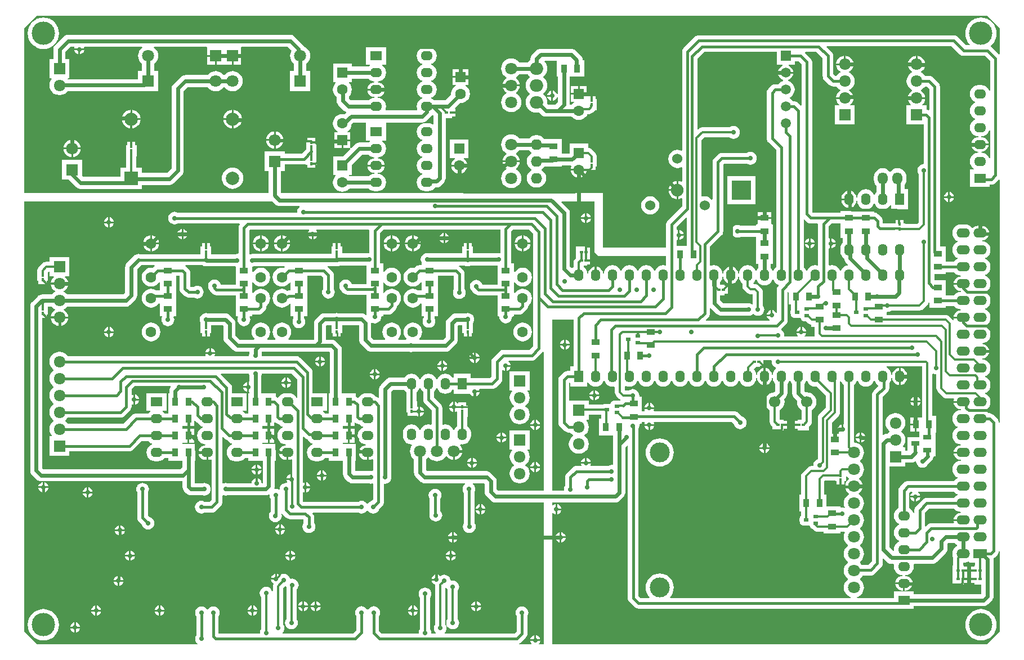
<source format=gbl>
G04*
G04 #@! TF.GenerationSoftware,Altium Limited,Altium Designer,19.0.15 (446)*
G04*
G04 Layer_Physical_Order=2*
G04 Layer_Color=16711680*
%FSLAX25Y25*%
%MOIN*%
G70*
G01*
G75*
%ADD10R,0.05118X0.03543*%
%ADD11R,0.01968X0.01575*%
%ADD12R,0.03543X0.05118*%
%ADD13R,0.04724X0.02756*%
%ADD14R,0.01575X0.01968*%
G04:AMPARAMS|DCode=15|XSize=17.72mil|YSize=29.53mil|CornerRadius=2.22mil|HoleSize=0mil|Usage=FLASHONLY|Rotation=270.000|XOffset=0mil|YOffset=0mil|HoleType=Round|Shape=RoundedRectangle|*
%AMROUNDEDRECTD15*
21,1,0.01772,0.02510,0,0,270.0*
21,1,0.01329,0.02953,0,0,270.0*
1,1,0.00443,-0.01255,-0.00664*
1,1,0.00443,-0.01255,0.00664*
1,1,0.00443,0.01255,0.00664*
1,1,0.00443,0.01255,-0.00664*
%
%ADD15ROUNDEDRECTD15*%
%ADD16C,0.01181*%
%ADD17C,0.01575*%
%ADD18C,0.02362*%
%ADD19C,0.01968*%
%ADD20C,0.01000*%
%ADD21C,0.06299*%
%ADD22C,0.07087*%
%ADD23O,0.07087X0.06693*%
%ADD24R,0.07087X0.06693*%
%ADD25C,0.06693*%
%ADD26C,0.11811*%
%ADD27R,0.05512X0.07087*%
%ADD28O,0.05512X0.07087*%
%ADD29O,0.05906X0.07087*%
%ADD30R,0.11811X0.11811*%
%ADD31C,0.07480*%
%ADD32C,0.06000*%
%ADD33R,0.06299X0.06299*%
%ADD34O,0.06693X0.06299*%
%ADD35O,0.07874X0.07480*%
%ADD36O,0.07087X0.05512*%
%ADD37R,0.07087X0.05512*%
%ADD38R,0.07087X0.07087*%
%ADD39R,0.07087X0.07087*%
%ADD40C,0.07874*%
%ADD41R,0.07874X0.07874*%
%ADD42C,0.05906*%
%ADD43R,0.05906X0.05906*%
%ADD44R,0.07087X0.05512*%
%ADD45O,0.07087X0.05512*%
%ADD46C,0.13780*%
%ADD47R,0.07874X0.05512*%
%ADD48O,0.07874X0.05512*%
%ADD49C,0.02756*%
G36*
X578071Y365256D02*
Y349963D01*
X577571Y349756D01*
X573112Y354215D01*
X572830Y354432D01*
X572819Y355070D01*
X573503Y355631D01*
X574659Y357040D01*
X575518Y358647D01*
X576047Y360391D01*
X576226Y362205D01*
X576047Y364018D01*
X575518Y365762D01*
X574659Y367370D01*
X573503Y368778D01*
X572094Y369935D01*
X570487Y370794D01*
X568743Y371323D01*
X566929Y371501D01*
X565115Y371323D01*
X563371Y370794D01*
X561764Y369935D01*
X560355Y368778D01*
X559199Y367370D01*
X558340Y365762D01*
X557811Y364018D01*
X557632Y362205D01*
X557811Y360391D01*
X558340Y358647D01*
X559199Y357040D01*
X560344Y355645D01*
X560323Y355476D01*
X560205Y355145D01*
X558009D01*
X553034Y360120D01*
X552376Y360625D01*
X551950Y360802D01*
X551610Y360943D01*
X550787Y361051D01*
X399803D01*
X398981Y360943D01*
X398215Y360625D01*
X397557Y360120D01*
X390925Y353488D01*
X390682Y353172D01*
X390420Y352830D01*
X390102Y352064D01*
X389994Y351241D01*
Y293035D01*
X389494Y292701D01*
X388677Y293039D01*
X387277Y293223D01*
X385877Y293039D01*
X384573Y292499D01*
X383453Y291639D01*
X382593Y290519D01*
X382053Y289215D01*
X381869Y287815D01*
X382053Y286415D01*
X382593Y285111D01*
X383453Y283991D01*
X384573Y283131D01*
X385877Y282591D01*
X387277Y282406D01*
X388677Y282591D01*
X389494Y282929D01*
X389994Y282595D01*
Y274480D01*
X389494Y274145D01*
X388665Y274489D01*
X387777Y274606D01*
Y269311D01*
Y264016D01*
X388665Y264133D01*
X389494Y264476D01*
X389994Y264142D01*
Y259724D01*
X381523Y251252D01*
X381018Y250594D01*
X380700Y249828D01*
X380592Y249006D01*
Y235256D01*
X343071D01*
Y267756D01*
X152393D01*
Y280472D01*
X154724D01*
Y284579D01*
X166083D01*
X166905Y284687D01*
X166905Y284687D01*
X166921Y284694D01*
X167421Y284409D01*
Y284409D01*
X168209D01*
Y282441D01*
X172933D01*
Y284409D01*
X173721D01*
Y291102D01*
X173721Y291102D01*
X173715Y291154D01*
X173721Y291653D01*
D01*
X173735Y292147D01*
X173748Y292244D01*
X173721Y292450D01*
Y298346D01*
X172933D01*
Y300315D01*
X168209D01*
Y298346D01*
X167421D01*
Y293587D01*
X164767Y290933D01*
X154724D01*
Y292283D01*
X142913D01*
Y280472D01*
X145245D01*
Y267756D01*
X571D01*
Y365256D01*
X8071Y372756D01*
X570571D01*
X578071Y365256D01*
D02*
G37*
G36*
X554447Y349722D02*
X555104Y349217D01*
X555531Y349041D01*
X555871Y348900D01*
X556693Y348792D01*
X569550D01*
X572414Y345928D01*
Y328245D01*
X571914Y328146D01*
X571577Y328959D01*
X570756Y330028D01*
X569687Y330849D01*
X568442Y331364D01*
X567106Y331540D01*
X565531D01*
X564195Y331364D01*
X562950Y330849D01*
X561881Y330028D01*
X561061Y328959D01*
X560545Y327714D01*
X560369Y326378D01*
X560545Y325042D01*
X561061Y323797D01*
X561881Y322728D01*
X562950Y321907D01*
X563575Y321649D01*
Y321107D01*
X562950Y320849D01*
X561881Y320028D01*
X561061Y318959D01*
X560545Y317714D01*
X560369Y316378D01*
X560545Y315042D01*
X561061Y313797D01*
X561881Y312728D01*
X562950Y311907D01*
X563575Y311649D01*
Y311107D01*
X562950Y310849D01*
X561881Y310028D01*
X561061Y308959D01*
X560545Y307714D01*
X560369Y306378D01*
X560545Y305042D01*
X561061Y303797D01*
X561881Y302728D01*
X562950Y301907D01*
X564195Y301392D01*
X565400Y301233D01*
Y300729D01*
X564401Y300597D01*
X563347Y300161D01*
X562443Y299467D01*
X561749Y298562D01*
X561312Y297508D01*
X561229Y296878D01*
X566319D01*
X571409D01*
X571325Y297508D01*
X570889Y298562D01*
X570195Y299467D01*
X569290Y300161D01*
X568237Y300597D01*
X567238Y300729D01*
Y301233D01*
X568442Y301392D01*
X569687Y301907D01*
X570756Y302728D01*
X571577Y303797D01*
X571914Y304610D01*
X572414Y304510D01*
Y288246D01*
X571914Y288146D01*
X571577Y288959D01*
X570756Y290028D01*
X569687Y290849D01*
X568442Y291364D01*
X567238Y291523D01*
Y292027D01*
X568237Y292159D01*
X569290Y292595D01*
X570195Y293289D01*
X570889Y294194D01*
X571325Y295247D01*
X571409Y295878D01*
X566319D01*
X561229D01*
X561312Y295247D01*
X561749Y294194D01*
X562443Y293289D01*
X563347Y292595D01*
X564401Y292159D01*
X565400Y292027D01*
Y291523D01*
X564195Y291364D01*
X562950Y290849D01*
X561881Y290028D01*
X561061Y288959D01*
X560545Y287714D01*
X560369Y286378D01*
X560545Y285042D01*
X561061Y283797D01*
X561881Y282728D01*
X562835Y281996D01*
X562700Y281496D01*
X560413D01*
Y271260D01*
X572224D01*
Y272576D01*
X573228D01*
X574051Y272684D01*
X574817Y273002D01*
X575475Y273507D01*
X577571Y275603D01*
X578071Y275396D01*
Y131705D01*
X577571Y131672D01*
X577478Y132377D01*
X577161Y133143D01*
X576656Y133801D01*
X574218Y136240D01*
X573560Y136744D01*
X572793Y137062D01*
X571971Y137170D01*
X571425D01*
X571150Y137528D01*
X570081Y138349D01*
X569456Y138607D01*
Y139148D01*
X570081Y139407D01*
X571150Y140228D01*
X571971Y141297D01*
X572486Y142542D01*
X572662Y143878D01*
X572486Y145214D01*
X571971Y146459D01*
X571150Y147528D01*
X570081Y148349D01*
X569456Y148607D01*
Y149148D01*
X570081Y149407D01*
X571150Y150228D01*
X571971Y151297D01*
X572486Y152542D01*
X572662Y153878D01*
X572486Y155214D01*
X571971Y156459D01*
X571150Y157528D01*
X570081Y158349D01*
X569456Y158607D01*
Y159149D01*
X570081Y159407D01*
X571150Y160228D01*
X571971Y161297D01*
X572486Y162542D01*
X572662Y163878D01*
X572486Y165214D01*
X571971Y166459D01*
X571150Y167528D01*
X570081Y168349D01*
X568836Y168864D01*
X567632Y169023D01*
Y169527D01*
X568631Y169659D01*
X569684Y170095D01*
X570589Y170789D01*
X571283Y171694D01*
X571719Y172747D01*
X571802Y173378D01*
X566319D01*
Y174378D01*
X571802D01*
X571719Y175008D01*
X571283Y176062D01*
X570589Y176967D01*
X569684Y177661D01*
X568631Y178097D01*
X567632Y178229D01*
Y178733D01*
X568836Y178892D01*
X570081Y179407D01*
X571150Y180228D01*
X571971Y181297D01*
X572486Y182542D01*
X572662Y183878D01*
X572486Y185214D01*
X571971Y186459D01*
X571150Y187528D01*
X570081Y188349D01*
X569456Y188607D01*
Y189148D01*
X570081Y189407D01*
X571150Y190228D01*
X571971Y191297D01*
X572486Y192542D01*
X572662Y193878D01*
X572486Y195214D01*
X571971Y196459D01*
X571150Y197528D01*
X570081Y198349D01*
X569456Y198607D01*
Y199148D01*
X570081Y199407D01*
X571150Y200228D01*
X571971Y201297D01*
X572486Y202542D01*
X572662Y203878D01*
X572486Y205214D01*
X571971Y206459D01*
X571150Y207528D01*
X570081Y208349D01*
X569456Y208607D01*
Y209149D01*
X570081Y209407D01*
X571150Y210228D01*
X571971Y211297D01*
X572486Y212542D01*
X572662Y213878D01*
X572486Y215214D01*
X571971Y216459D01*
X571150Y217528D01*
X570081Y218349D01*
X569456Y218607D01*
Y219148D01*
X570081Y219407D01*
X571150Y220228D01*
X571971Y221297D01*
X572486Y222542D01*
X572662Y223878D01*
X572486Y225214D01*
X571971Y226459D01*
X571150Y227528D01*
X570081Y228349D01*
X569456Y228607D01*
Y229149D01*
X570081Y229407D01*
X571150Y230228D01*
X571971Y231297D01*
X572486Y232542D01*
X572662Y233878D01*
X572486Y235214D01*
X571971Y236459D01*
X571150Y237528D01*
X570081Y238349D01*
X568836Y238864D01*
X567632Y239023D01*
Y239527D01*
X568631Y239659D01*
X569684Y240095D01*
X570589Y240789D01*
X571283Y241694D01*
X571719Y242747D01*
X571802Y243378D01*
X566319D01*
Y243878D01*
X565819D01*
Y248246D01*
X565138D01*
X564007Y248097D01*
X562954Y247661D01*
X562049Y246967D01*
X561581Y246967D01*
X561150Y247528D01*
X560081Y248349D01*
X558836Y248864D01*
X557500Y249040D01*
X555138D01*
X553802Y248864D01*
X552557Y248349D01*
X551487Y247528D01*
X550667Y246459D01*
X550151Y245214D01*
X549975Y243878D01*
X550151Y242542D01*
X550667Y241297D01*
X551487Y240228D01*
X552557Y239407D01*
X553181Y239148D01*
Y238607D01*
X552557Y238349D01*
X551487Y237528D01*
X550667Y236459D01*
X550151Y235214D01*
X549975Y233878D01*
X550151Y232542D01*
X550667Y231297D01*
X551487Y230228D01*
X552557Y229407D01*
X553181Y229149D01*
Y228607D01*
X552557Y228349D01*
X551487Y227528D01*
X551124Y227055D01*
X546240D01*
Y235886D01*
X542724D01*
Y330591D01*
X542616Y331413D01*
X542298Y332179D01*
X541794Y332837D01*
X538506Y336124D01*
X537848Y336629D01*
X537082Y336946D01*
X536260Y337055D01*
X533774D01*
X533087Y337949D01*
X531895Y338864D01*
X531437Y339054D01*
X531437Y339554D01*
X531498Y339579D01*
X532526Y340368D01*
X533314Y341396D01*
X533810Y342593D01*
X533914Y343378D01*
X528819D01*
X523724D01*
X523827Y342593D01*
X524323Y341396D01*
X525112Y340368D01*
X526140Y339579D01*
X526201Y339554D01*
X526201Y339054D01*
X525743Y338864D01*
X524551Y337949D01*
X523635Y336757D01*
X523060Y335368D01*
X522864Y333878D01*
X523060Y332388D01*
X523635Y330999D01*
X524551Y329806D01*
X525743Y328891D01*
X526201Y328702D01*
X526201Y328202D01*
X526140Y328177D01*
X525112Y327388D01*
X524323Y326360D01*
X523827Y325163D01*
X523724Y324378D01*
X528819D01*
X533914D01*
X533810Y325163D01*
X533314Y326360D01*
X532526Y327388D01*
X531498Y328177D01*
X531437Y328202D01*
X531437Y328702D01*
X531895Y328891D01*
X533087Y329806D01*
X533774Y330701D01*
X534944D01*
X536371Y329275D01*
Y317048D01*
X535871Y316739D01*
X535369Y316946D01*
X534724Y317031D01*
Y319587D01*
X532285D01*
X532124Y320060D01*
X532526Y320368D01*
X533314Y321396D01*
X533810Y322593D01*
X533914Y323378D01*
X528819D01*
X523724D01*
X523827Y322593D01*
X524323Y321396D01*
X525112Y320368D01*
X525514Y320060D01*
X525353Y319587D01*
X522913D01*
Y308169D01*
X533083D01*
Y284885D01*
X533071Y284875D01*
X532094Y284746D01*
X531185Y284369D01*
X530403Y283770D01*
X529804Y282989D01*
X529427Y282079D01*
X529298Y281102D01*
X529427Y280126D01*
X529804Y279216D01*
X530093Y278840D01*
Y250112D01*
X529337Y249356D01*
X521969D01*
Y249724D01*
X521181D01*
Y251693D01*
X516457D01*
Y249724D01*
X515669D01*
Y249724D01*
X515557Y249626D01*
X515354Y249653D01*
X508964D01*
Y250925D01*
X508856Y251747D01*
X508539Y252514D01*
X508034Y253171D01*
X506144Y255061D01*
X505486Y255566D01*
X504720Y255883D01*
X503898Y255992D01*
X503740D01*
Y256949D01*
X493898D01*
Y256949D01*
X493740D01*
Y256949D01*
X483898D01*
Y255992D01*
X467438D01*
X466996Y256434D01*
Y345178D01*
X466887Y346000D01*
X466570Y346766D01*
X466065Y347424D01*
X462836Y350654D01*
X463043Y351154D01*
X469609D01*
X473201Y347562D01*
Y336970D01*
X473309Y336148D01*
X473627Y335382D01*
X474131Y334724D01*
X477224Y331632D01*
X477882Y331127D01*
X478648Y330809D01*
X479470Y330701D01*
X481364D01*
X482051Y329806D01*
X483243Y328891D01*
X483701Y328702D01*
X483701Y328202D01*
X483640Y328177D01*
X482612Y327388D01*
X481823Y326360D01*
X481327Y325163D01*
X481224Y324378D01*
X486319D01*
X491414D01*
X491310Y325163D01*
X490814Y326360D01*
X490026Y327388D01*
X488998Y328177D01*
X488937Y328202D01*
X488937Y328702D01*
X489395Y328891D01*
X490587Y329806D01*
X491502Y330999D01*
X492077Y332388D01*
X492274Y333878D01*
X492077Y335368D01*
X491502Y336757D01*
X490587Y337949D01*
X489395Y338864D01*
X488937Y339054D01*
X488937Y339554D01*
X488998Y339579D01*
X490026Y340368D01*
X490814Y341396D01*
X491310Y342593D01*
X491414Y343378D01*
X486319D01*
X481224D01*
X481327Y342593D01*
X481823Y341396D01*
X482612Y340368D01*
X483640Y339579D01*
X483701Y339554D01*
X483701Y339054D01*
X483243Y338864D01*
X482051Y337949D01*
X481364Y337055D01*
X480786D01*
X479555Y338286D01*
Y348878D01*
X479446Y349700D01*
X479129Y350466D01*
X478624Y351124D01*
X475513Y354235D01*
X475704Y354697D01*
X549472D01*
X554447Y349722D01*
D02*
G37*
G36*
X446004Y343563D02*
X449492D01*
X449591Y343063D01*
X449036Y342833D01*
X448090Y342107D01*
X447364Y341161D01*
X446908Y340060D01*
X446818Y339378D01*
X451319D01*
X455820D01*
X455730Y340060D01*
X455274Y341161D01*
X454548Y342107D01*
X453602Y342833D01*
X453046Y343063D01*
X453146Y343563D01*
X456634D01*
Y345701D01*
X458803D01*
X460642Y343862D01*
Y319442D01*
X460180Y319251D01*
X458307Y321124D01*
X457649Y321629D01*
X456882Y321946D01*
X456060Y322055D01*
X455581D01*
X455110Y322669D01*
X453999Y323520D01*
X453740Y323628D01*
Y324128D01*
X453999Y324235D01*
X455110Y325087D01*
X455962Y326198D01*
X456497Y327490D01*
X456680Y328878D01*
X456497Y330265D01*
X455962Y331558D01*
X455110Y332669D01*
X453999Y333521D01*
X452761Y334033D01*
X452711Y334210D01*
X452722Y334558D01*
X453602Y334923D01*
X454548Y335649D01*
X455274Y336595D01*
X455730Y337696D01*
X455820Y338378D01*
X451319D01*
X446818D01*
X446908Y337696D01*
X447364Y336595D01*
X448090Y335649D01*
X449036Y334923D01*
X449916Y334558D01*
X449927Y334210D01*
X449877Y334033D01*
X448638Y333521D01*
X447528Y332669D01*
X447057Y332055D01*
X445119D01*
X444297Y331946D01*
X443531Y331629D01*
X442873Y331124D01*
X441071Y329322D01*
X440566Y328664D01*
X440248Y327898D01*
X440140Y327076D01*
Y300000D01*
X440248Y299178D01*
X440444Y298706D01*
X440566Y298411D01*
X440566Y298411D01*
X441071Y297754D01*
X445642Y293182D01*
Y223679D01*
X445169Y223316D01*
X444348Y222246D01*
X444090Y221622D01*
X443548D01*
X443290Y222246D01*
X442469Y223316D01*
X442393Y223374D01*
Y225768D01*
X443740D01*
Y233642D01*
Y240807D01*
Y249075D01*
X443209D01*
X442953Y249469D01*
X442953Y249575D01*
Y252315D01*
X438819D01*
X434685D01*
Y249575D01*
X434685Y249469D01*
X434428Y249075D01*
X433898D01*
Y248118D01*
X424923D01*
X424805Y248208D01*
X423895Y248585D01*
X422919Y248713D01*
X421943Y248585D01*
X421033Y248208D01*
X420251Y247609D01*
X419652Y246827D01*
X419275Y245918D01*
X419146Y244941D01*
X419275Y243965D01*
X419652Y243055D01*
X420251Y242274D01*
X421033Y241674D01*
X421943Y241297D01*
X422919Y241169D01*
X423895Y241297D01*
X424805Y241674D01*
X424923Y241764D01*
X433898D01*
Y240807D01*
Y233642D01*
Y225768D01*
X435245D01*
Y223374D01*
X435169Y223316D01*
X434348Y222246D01*
X434090Y221622D01*
X433548D01*
X433289Y222246D01*
X432469Y223316D01*
X431400Y224136D01*
X430155Y224652D01*
X428819Y224828D01*
X427483Y224652D01*
X426238Y224136D01*
X425169Y223316D01*
X424348Y222246D01*
X423833Y221001D01*
X423674Y219797D01*
X423170D01*
X423038Y220796D01*
X422602Y221849D01*
X421908Y222754D01*
X421003Y223448D01*
X419949Y223885D01*
X419319Y223968D01*
Y218878D01*
Y213788D01*
X419949Y213871D01*
X421003Y214308D01*
X421908Y215002D01*
X422602Y215907D01*
X423038Y216960D01*
X423170Y217959D01*
X423674D01*
X423833Y216754D01*
X424348Y215509D01*
X425169Y214440D01*
X425841Y213925D01*
Y212225D01*
X425942Y211454D01*
X426240Y210735D01*
X426713Y210119D01*
X428209Y208623D01*
X428209Y208623D01*
X428826Y208149D01*
X429544Y207852D01*
X430315Y207750D01*
X431798D01*
X431904Y207644D01*
Y201881D01*
X431455Y201659D01*
X431207Y201850D01*
X430297Y202227D01*
X429321Y202355D01*
X428344Y202227D01*
X428175Y202157D01*
X414335D01*
X412629Y203862D01*
Y207106D01*
X415039D01*
Y207894D01*
X417008D01*
Y212618D01*
X415039D01*
Y213405D01*
X412629D01*
Y214649D01*
X413289Y215509D01*
X413805Y216754D01*
X413964Y217959D01*
X414468D01*
X414600Y216960D01*
X415036Y215907D01*
X415730Y215002D01*
X416635Y214308D01*
X417688Y213871D01*
X418319Y213788D01*
Y218878D01*
Y223968D01*
X417688Y223885D01*
X416635Y223448D01*
X415730Y222754D01*
X415036Y221849D01*
X414600Y220796D01*
X414468Y219797D01*
X413964D01*
X413805Y221001D01*
X413289Y222246D01*
X412469Y223316D01*
X411400Y224136D01*
X410155Y224652D01*
X408819Y224828D01*
X407483Y224652D01*
X407011Y224456D01*
X406596Y224734D01*
Y235825D01*
X413465Y242695D01*
X413970Y243353D01*
X414287Y244119D01*
X414396Y244941D01*
Y284623D01*
X414785Y285012D01*
X428415D01*
X428533Y284922D01*
X429443Y284545D01*
X430419Y284417D01*
X431395Y284545D01*
X432305Y284922D01*
X433086Y285521D01*
X433686Y286303D01*
X434063Y287212D01*
X434191Y288189D01*
X434063Y289165D01*
X433686Y290075D01*
X433086Y290856D01*
X432305Y291456D01*
X431395Y291833D01*
X430419Y291961D01*
X429443Y291833D01*
X428533Y291456D01*
X428415Y291366D01*
X413469D01*
X412647Y291257D01*
X411880Y290940D01*
X411223Y290435D01*
X408973Y288185D01*
X408468Y287527D01*
X408150Y286761D01*
X408042Y285939D01*
Y263817D01*
X407569Y263656D01*
X407243Y264080D01*
X406123Y264940D01*
X404819Y265480D01*
X403419Y265664D01*
X402049Y265484D01*
X401914Y265491D01*
X401549Y265735D01*
Y298912D01*
X403202Y300565D01*
X418208D01*
X418585Y300276D01*
X419494Y299899D01*
X420471Y299771D01*
X421447Y299899D01*
X422357Y300276D01*
X423138Y300876D01*
X423738Y301657D01*
X424115Y302567D01*
X424243Y303543D01*
X424115Y304520D01*
X423738Y305430D01*
X423138Y306211D01*
X422357Y306810D01*
X421447Y307187D01*
X420471Y307316D01*
X419494Y307187D01*
X418585Y306810D01*
X418208Y306522D01*
X401969D01*
X401968Y306522D01*
X401583Y306471D01*
X401198Y306420D01*
X400479Y306122D01*
X399863Y305649D01*
X399510Y305296D01*
X399048Y305488D01*
Y347174D01*
X403028Y351154D01*
X446004D01*
Y343563D01*
D02*
G37*
G36*
X149048Y260859D02*
X149408Y260582D01*
X149788Y260291D01*
X149788Y260291D01*
X149788Y260291D01*
X150184Y260127D01*
X150650Y259934D01*
X150650Y259934D01*
X150650Y259934D01*
X151047Y259881D01*
X151575Y259812D01*
X163361D01*
X163531Y259312D01*
X163081Y258967D01*
X162481Y258186D01*
X162104Y257276D01*
X161976Y256299D01*
X161654Y255933D01*
X91531D01*
X91414Y256023D01*
X90504Y256400D01*
X89527Y256528D01*
X88551Y256400D01*
X87641Y256023D01*
X86860Y255423D01*
X86260Y254642D01*
X85884Y253732D01*
X85755Y252756D01*
X85884Y251780D01*
X86260Y250870D01*
X86860Y250088D01*
X87641Y249489D01*
X88551Y249112D01*
X89527Y248984D01*
X90504Y249112D01*
X91414Y249489D01*
X91531Y249579D01*
X127929D01*
X128175Y249079D01*
X127820Y248616D01*
X127502Y247850D01*
X127394Y247027D01*
Y231896D01*
X126894Y231458D01*
X126358Y231528D01*
X125382Y231400D01*
X125213Y231330D01*
X111221D01*
Y235846D01*
X110433D01*
Y237815D01*
X105709D01*
Y235846D01*
X104921D01*
Y231130D01*
X69621D01*
X68957Y231405D01*
X68032Y231527D01*
X67107Y231405D01*
X66245Y231048D01*
X65505Y230480D01*
X61292Y226267D01*
X61292Y226267D01*
X61292Y226267D01*
X60724Y225527D01*
X60500Y224986D01*
X60367Y224665D01*
X60367Y224665D01*
X60305Y224197D01*
X60245Y223740D01*
X60245Y223740D01*
X60245Y223740D01*
Y208429D01*
X59267Y207452D01*
X25969D01*
X25587Y207949D01*
X24395Y208864D01*
X23937Y209054D01*
X23937Y209554D01*
X23998Y209579D01*
X25026Y210368D01*
X25814Y211396D01*
X26310Y212593D01*
X26414Y213378D01*
X21319D01*
X16224D01*
X16327Y212593D01*
X16823Y211396D01*
X17612Y210368D01*
X18640Y209579D01*
X18701Y209554D01*
X18701Y209054D01*
X18243Y208864D01*
X17051Y207949D01*
X16669Y207452D01*
X10965D01*
X10040Y207330D01*
X10040Y207330D01*
X10040Y207330D01*
X9424Y207075D01*
X9178Y206973D01*
X9178Y206973D01*
X9178Y206973D01*
X8618Y206543D01*
X8437Y206405D01*
X8437Y206405D01*
X8437Y206405D01*
X5013Y202981D01*
X5013Y202981D01*
X4617Y202464D01*
X4445Y202241D01*
X4445Y202241D01*
X4445Y202241D01*
X4269Y201815D01*
X4088Y201379D01*
X4088Y201379D01*
X4088Y201379D01*
X4041Y201025D01*
X3966Y200454D01*
X3966Y200454D01*
X3966Y200454D01*
Y103189D01*
X3966Y103189D01*
X3966Y103189D01*
X4030Y102704D01*
X4088Y102264D01*
X4088Y102264D01*
X4088Y102264D01*
X4251Y101871D01*
X4445Y101402D01*
X4445Y101402D01*
X4445Y101402D01*
X4697Y101073D01*
X5013Y100662D01*
X5013Y100662D01*
X5013Y100662D01*
X7808Y97866D01*
X8169Y97590D01*
X8548Y97299D01*
X8549Y97299D01*
X8549Y97299D01*
X8945Y97135D01*
X9410Y96942D01*
X9411Y96942D01*
X9411Y96942D01*
X9808Y96889D01*
X10335Y96820D01*
X94182D01*
Y93510D01*
X94304Y92585D01*
X94661Y91723D01*
X95229Y90983D01*
X96613Y89599D01*
X97353Y89031D01*
X98215Y88674D01*
X99140Y88552D01*
X105941D01*
X106110Y88482D01*
X107087Y88354D01*
X108063Y88482D01*
X108973Y88859D01*
X109754Y89458D01*
X110354Y90240D01*
X110731Y91149D01*
X110859Y92126D01*
X110731Y93102D01*
X110354Y94012D01*
X109754Y94793D01*
X108973Y95393D01*
X108063Y95770D01*
X107087Y95898D01*
X106110Y95770D01*
X105941Y95700D01*
X101330D01*
Y103681D01*
X101330Y103681D01*
X101330Y103681D01*
Y108957D01*
X101890D01*
Y118799D01*
X94450D01*
X94016Y118957D01*
Y119487D01*
X94409Y119744D01*
X94516Y119744D01*
X97256D01*
Y123878D01*
Y128012D01*
X94516D01*
X94409Y128012D01*
X94016Y128268D01*
Y128799D01*
X94016D01*
Y128957D01*
X94016D01*
Y129487D01*
X94409Y129744D01*
X97256D01*
Y133878D01*
X98256D01*
Y129744D01*
X101102D01*
Y132728D01*
X101564Y132920D01*
X102852Y131632D01*
X103510Y131127D01*
X103776Y131017D01*
X104381Y130228D01*
X105450Y129407D01*
X106075Y129148D01*
Y128607D01*
X105450Y128349D01*
X104381Y127528D01*
X103561Y126459D01*
X103045Y125214D01*
X102869Y123878D01*
X103045Y122542D01*
X103561Y121297D01*
X104381Y120228D01*
X105450Y119407D01*
X106695Y118892D01*
X107900Y118733D01*
Y118229D01*
X106901Y118097D01*
X105847Y117661D01*
X104943Y116967D01*
X104249Y116062D01*
X103812Y115008D01*
X103729Y114378D01*
X108819D01*
Y113878D01*
X109319D01*
Y109510D01*
X109606D01*
X110737Y109659D01*
X110994Y109765D01*
X111410Y109487D01*
Y85981D01*
X110101Y84673D01*
X107388D01*
X107270Y84763D01*
X106360Y85140D01*
X105384Y85268D01*
X104408Y85140D01*
X103498Y84763D01*
X102716Y84164D01*
X102117Y83382D01*
X101740Y82472D01*
X101611Y81496D01*
X101740Y80520D01*
X102117Y79610D01*
X102716Y78829D01*
X103498Y78229D01*
X104408Y77852D01*
X105384Y77724D01*
X106360Y77852D01*
X107270Y78229D01*
X107388Y78319D01*
X111417D01*
X112240Y78428D01*
X113006Y78745D01*
X113664Y79250D01*
X116833Y82419D01*
X117338Y83077D01*
X117655Y83843D01*
X117763Y84665D01*
Y88332D01*
X118263Y88666D01*
X118709Y88482D01*
X119685Y88354D01*
X120661Y88482D01*
X120831Y88552D01*
X143307D01*
X144232Y88674D01*
X145094Y89031D01*
X145334Y89215D01*
X145803Y88944D01*
X145755Y88583D01*
X145884Y87606D01*
X146260Y86696D01*
X146351Y86579D01*
Y78818D01*
X145926Y78264D01*
X145549Y77355D01*
X145421Y76378D01*
X145549Y75402D01*
X145926Y74492D01*
X146525Y73711D01*
X147307Y73111D01*
X148216Y72734D01*
X149193Y72606D01*
X150169Y72734D01*
X151079Y73111D01*
X151860Y73711D01*
X152460Y74492D01*
X152837Y75402D01*
X152965Y76378D01*
X152837Y77355D01*
X152790Y77466D01*
X153227Y77718D01*
X153244Y77697D01*
X155604Y75337D01*
X156262Y74832D01*
X157028Y74515D01*
X157850Y74406D01*
X165613D01*
X165859Y74161D01*
Y71945D01*
X165769Y71827D01*
X165392Y70917D01*
X165263Y69941D01*
X165392Y68964D01*
X165769Y68055D01*
X166368Y67273D01*
X167149Y66674D01*
X168059Y66297D01*
X169035Y66168D01*
X170012Y66297D01*
X170922Y66674D01*
X171703Y67273D01*
X172302Y68055D01*
X172679Y68964D01*
X172808Y69941D01*
X172679Y70917D01*
X172302Y71827D01*
X172212Y71945D01*
Y75477D01*
X172104Y76299D01*
X171787Y77065D01*
X171282Y77723D01*
X171148Y77857D01*
X171339Y78319D01*
X198252D01*
X198370Y78229D01*
X199279Y77852D01*
X200256Y77724D01*
X201232Y77852D01*
X202142Y78229D01*
X202923Y78829D01*
X203368Y79408D01*
X203427Y79435D01*
X203915D01*
X203975Y79408D01*
X204419Y78829D01*
X205201Y78229D01*
X206110Y77852D01*
X207087Y77724D01*
X208063Y77852D01*
X208973Y78229D01*
X209754Y78829D01*
X210354Y79610D01*
X210731Y80520D01*
X210750Y80667D01*
X212483Y82399D01*
X212987Y83057D01*
X213305Y83824D01*
X213413Y84646D01*
Y95161D01*
X213789Y95491D01*
X214173Y95440D01*
X215150Y95569D01*
X216059Y95946D01*
X216841Y96545D01*
X217440Y97326D01*
X217817Y98236D01*
X217946Y99212D01*
X217817Y100189D01*
X217747Y100358D01*
Y150035D01*
X218803Y151091D01*
X225510D01*
X226173Y150227D01*
X226845Y149711D01*
Y144389D01*
X226673D01*
Y137696D01*
X227461D01*
Y135728D01*
X232185D01*
X232185Y135727D01*
Y135727D01*
X232676Y135706D01*
X232802Y135610D01*
X233520Y135312D01*
X233791Y135276D01*
Y138189D01*
Y141101D01*
X233520Y141066D01*
X233388Y141011D01*
X232973Y141289D01*
Y144389D01*
X232801D01*
Y149711D01*
X233473Y150227D01*
X234294Y151296D01*
X234552Y151921D01*
X235093D01*
X235352Y151296D01*
X236173Y150227D01*
X236646Y149864D01*
Y145334D01*
X236754Y144512D01*
X237072Y143746D01*
X237577Y143088D01*
X241646Y139019D01*
Y130748D01*
X241251Y130433D01*
X241146Y130440D01*
X239823Y130614D01*
X238487Y130438D01*
X237242Y129923D01*
X236173Y129102D01*
X235352Y128033D01*
X235093Y127408D01*
X234552D01*
X234294Y128033D01*
X233473Y129102D01*
X232404Y129923D01*
X231159Y130438D01*
X229823Y130614D01*
X228487Y130438D01*
X227242Y129923D01*
X226173Y129102D01*
X225352Y128033D01*
X224836Y126788D01*
X224661Y125452D01*
Y123877D01*
X224836Y122541D01*
X225352Y121296D01*
X226173Y120227D01*
X227242Y119406D01*
X228487Y118891D01*
X229823Y118715D01*
X229916Y118727D01*
X230159Y118290D01*
X229889Y117961D01*
X229341Y116935D01*
X229003Y115822D01*
X228889Y114664D01*
X229003Y113507D01*
X229341Y112394D01*
X229889Y111368D01*
X230627Y110468D01*
X231249Y109958D01*
Y102008D01*
X231301Y101612D01*
X231371Y101083D01*
X231371Y101083D01*
X231371Y101083D01*
X231516Y100733D01*
X231728Y100221D01*
X231728Y100221D01*
X231728Y100221D01*
X232019Y99841D01*
X232296Y99481D01*
X235091Y96685D01*
X235091Y96685D01*
X235091Y96685D01*
X235502Y96370D01*
X235831Y96118D01*
X235831Y96118D01*
X235831Y96117D01*
X236397Y95883D01*
X236693Y95761D01*
X236693D01*
X236693Y95760D01*
X237235Y95689D01*
X237618Y95639D01*
X237618Y95639D01*
X237618Y95639D01*
X261432D01*
X261601Y95139D01*
X261151Y94793D01*
X260552Y94012D01*
X260175Y93102D01*
X260047Y92126D01*
X260175Y91149D01*
X260552Y90240D01*
X260740Y89994D01*
Y71807D01*
X260372Y70917D01*
X260243Y69941D01*
X260372Y68964D01*
X260749Y68055D01*
X261348Y67273D01*
X262129Y66674D01*
X263039Y66297D01*
X264016Y66168D01*
X264992Y66297D01*
X265902Y66674D01*
X266683Y67273D01*
X267283Y68055D01*
X267659Y68964D01*
X267788Y69941D01*
X267659Y70917D01*
X267283Y71827D01*
X267094Y72073D01*
Y90259D01*
X267463Y91149D01*
X267591Y92126D01*
X267463Y93102D01*
X267086Y94012D01*
X266486Y94793D01*
X266037Y95139D01*
X266206Y95639D01*
X272831D01*
X273099Y95370D01*
Y90669D01*
X273221Y89744D01*
X273578Y88882D01*
X274146Y88142D01*
X277000Y85288D01*
X277741Y84720D01*
X278603Y84363D01*
X279527Y84241D01*
X308071D01*
Y256D01*
X305418D01*
X305258Y756D01*
X305650Y1267D01*
X305948Y1985D01*
X305983Y2256D01*
X300159D01*
X300194Y1985D01*
X300492Y1267D01*
X300884Y756D01*
X300724Y256D01*
X293726D01*
X293627Y756D01*
X293714Y792D01*
X293714Y792D01*
X293715Y792D01*
X294069Y1064D01*
X294372Y1297D01*
X294372Y1297D01*
X294373Y1297D01*
X297502Y4427D01*
X297795Y4809D01*
X298007Y5085D01*
X298007Y5085D01*
X298007Y5085D01*
X298174Y5489D01*
X298324Y5851D01*
X298324Y5851D01*
X298324Y5851D01*
X298385Y6313D01*
X298433Y6673D01*
Y16894D01*
X298523Y17011D01*
X298900Y17921D01*
X299028Y18898D01*
X298900Y19874D01*
X298523Y20784D01*
X297923Y21565D01*
X297142Y22165D01*
X296232Y22542D01*
X295256Y22670D01*
X294280Y22542D01*
X293370Y22165D01*
X292588Y21565D01*
X291989Y20784D01*
X291612Y19874D01*
X291483Y18898D01*
X291612Y17921D01*
X291989Y17011D01*
X292079Y16894D01*
Y7989D01*
X290810Y6720D01*
X249672D01*
X249626Y6855D01*
X249553Y7220D01*
X250117Y7956D01*
X250494Y8866D01*
X250623Y9843D01*
X250494Y10819D01*
X250117Y11729D01*
X249829Y12105D01*
Y33697D01*
X250111Y33860D01*
X250615Y33600D01*
X250647Y33354D01*
X251024Y32445D01*
X251264Y32132D01*
Y15319D01*
X250926Y14878D01*
X250549Y13969D01*
X250420Y12992D01*
X250549Y12016D01*
X250926Y11106D01*
X251525Y10325D01*
X252307Y9725D01*
X253217Y9348D01*
X254193Y9220D01*
X255169Y9348D01*
X256079Y9725D01*
X256860Y10325D01*
X257460Y11106D01*
X257837Y12016D01*
X257965Y12992D01*
X257837Y13969D01*
X257460Y14878D01*
X257220Y15191D01*
Y32004D01*
X257558Y32445D01*
X257935Y33354D01*
X258064Y34331D01*
X257935Y35307D01*
X257558Y36217D01*
X256959Y36998D01*
X256177Y37598D01*
X255268Y37975D01*
X254291Y38103D01*
X253315Y37975D01*
X253309Y37972D01*
X252763Y38287D01*
X252699Y38772D01*
X252322Y39682D01*
X251723Y40463D01*
X250941Y41062D01*
X250031Y41439D01*
X249055Y41568D01*
X248079Y41439D01*
X247169Y41062D01*
X246675Y40683D01*
X246633Y40688D01*
X246017Y41162D01*
X245298Y41459D01*
X245027Y41495D01*
Y38583D01*
X244528D01*
Y38083D01*
X241615D01*
X241651Y37812D01*
X241948Y37093D01*
X242422Y36477D01*
X243038Y36003D01*
X243757Y35706D01*
X243901Y35687D01*
X243872Y35467D01*
Y12105D01*
X243583Y11729D01*
X243207Y10819D01*
X243078Y9843D01*
X243207Y8866D01*
X243583Y7956D01*
X244148Y7220D01*
X244074Y6855D01*
X244028Y6720D01*
X241889D01*
X241568Y7087D01*
X241439Y8063D01*
X241062Y8973D01*
X240774Y9349D01*
Y27855D01*
X241062Y28232D01*
X241439Y29142D01*
X241568Y30118D01*
X241439Y31094D01*
X241062Y32004D01*
X240463Y32785D01*
X239682Y33385D01*
X238772Y33762D01*
X237795Y33890D01*
X236819Y33762D01*
X235909Y33385D01*
X235128Y32785D01*
X234528Y32004D01*
X234151Y31094D01*
X234023Y30118D01*
X234151Y29142D01*
X234528Y28232D01*
X234817Y27855D01*
Y9349D01*
X234528Y8973D01*
X234151Y8063D01*
X234023Y7087D01*
X233701Y6720D01*
X211985D01*
X210559Y8147D01*
Y17022D01*
X210649Y17140D01*
X211026Y18049D01*
X211154Y19026D01*
X211026Y20002D01*
X210649Y20912D01*
X210049Y21693D01*
X209268Y22293D01*
X208358Y22670D01*
X207382Y22798D01*
X206405Y22670D01*
X205496Y22293D01*
X204714Y21693D01*
X204115Y20912D01*
X204069Y20801D01*
X203569D01*
X203523Y20912D01*
X202923Y21693D01*
X202142Y22293D01*
X201232Y22670D01*
X200256Y22798D01*
X199279Y22670D01*
X198370Y22293D01*
X197588Y21693D01*
X196989Y20912D01*
X196612Y20002D01*
X196483Y19026D01*
X196612Y18049D01*
X196989Y17140D01*
X197079Y17022D01*
Y8658D01*
X195141Y6720D01*
X153531D01*
X153485Y6855D01*
X153411Y7220D01*
X153976Y7956D01*
X154352Y8866D01*
X154481Y9843D01*
X154352Y10819D01*
X153976Y11729D01*
X153687Y12105D01*
Y33511D01*
X154758Y34582D01*
X155120Y34629D01*
X155466Y34516D01*
X155683Y34291D01*
Y15255D01*
X155394Y14878D01*
X155018Y13969D01*
X154889Y12992D01*
X155018Y12016D01*
X155394Y11106D01*
X155994Y10325D01*
X156775Y9725D01*
X157685Y9348D01*
X158661Y9220D01*
X159638Y9348D01*
X160548Y9725D01*
X161329Y10325D01*
X161928Y11106D01*
X162305Y12016D01*
X162434Y12992D01*
X162305Y13969D01*
X161928Y14878D01*
X161640Y15255D01*
Y32521D01*
X161959Y32766D01*
X162558Y33547D01*
X162935Y34457D01*
X163064Y35433D01*
X162935Y36410D01*
X162558Y37319D01*
X161959Y38101D01*
X161178Y38700D01*
X160268Y39077D01*
X159291Y39206D01*
X158423Y39091D01*
X158184Y39169D01*
X157832Y39418D01*
X157519Y40174D01*
X156919Y40955D01*
X156138Y41554D01*
X155228Y41931D01*
X154252Y42060D01*
X153276Y41931D01*
X152366Y41554D01*
X151733Y41069D01*
X151633Y41082D01*
X151017Y41556D01*
X150298Y41853D01*
X150028Y41889D01*
Y38976D01*
X149528D01*
Y38476D01*
X146615D01*
X146651Y38206D01*
X146948Y37487D01*
X147422Y36870D01*
X147778Y36597D01*
X148032Y36335D01*
X147983Y35879D01*
X147832Y35515D01*
X147730Y34744D01*
Y31792D01*
X147230Y31692D01*
X146924Y32433D01*
X146324Y33214D01*
X145543Y33814D01*
X144633Y34190D01*
X143657Y34319D01*
X142680Y34190D01*
X141771Y33814D01*
X140989Y33214D01*
X140390Y32433D01*
X140013Y31523D01*
X139884Y30547D01*
X140013Y29570D01*
X140390Y28660D01*
X140760Y28178D01*
Y9244D01*
X140552Y8973D01*
X140175Y8063D01*
X140047Y7087D01*
X139725Y6720D01*
X115559D01*
Y16894D01*
X115649Y17011D01*
X116026Y17921D01*
X116154Y18898D01*
X116026Y19874D01*
X115649Y20784D01*
X115049Y21565D01*
X114268Y22165D01*
X113358Y22542D01*
X112382Y22670D01*
X111406Y22542D01*
X110496Y22165D01*
X109714Y21565D01*
X109248Y20958D01*
X109150Y20921D01*
X108744D01*
X108646Y20958D01*
X108179Y21565D01*
X107398Y22165D01*
X106488Y22542D01*
X105512Y22670D01*
X104535Y22542D01*
X103626Y22165D01*
X102844Y21565D01*
X102245Y20784D01*
X101868Y19874D01*
X101739Y18898D01*
X101868Y17921D01*
X102245Y17011D01*
X102335Y16894D01*
Y5547D01*
X102245Y5429D01*
X101868Y4520D01*
X101739Y3543D01*
X101868Y2567D01*
X102245Y1657D01*
X102844Y876D01*
X103001Y756D01*
X102831Y256D01*
X8071D01*
X571Y7756D01*
Y262756D01*
X147151D01*
X149048Y260859D01*
D02*
G37*
G36*
X204937Y245457D02*
X204894Y245133D01*
Y232251D01*
X204725Y232102D01*
X203748Y231973D01*
X203579Y231903D01*
X188721D01*
Y235846D01*
X187933D01*
Y237815D01*
X183209D01*
Y235846D01*
X182421D01*
Y231527D01*
X135756D01*
X135756Y231527D01*
X135611Y231507D01*
X135453Y231528D01*
X134476Y231400D01*
X134163Y231270D01*
X133748Y231548D01*
Y245712D01*
X133993Y245957D01*
X169042D01*
X169211Y245457D01*
X169154Y245413D01*
X168681Y244796D01*
X168383Y244078D01*
X168348Y243807D01*
X174172D01*
X174137Y244078D01*
X173839Y244796D01*
X173366Y245413D01*
X173308Y245457D01*
X173478Y245957D01*
X204499D01*
X204937Y245457D01*
D02*
G37*
G36*
X392694Y252785D02*
Y236299D01*
X386946D01*
Y239550D01*
X387446Y239860D01*
X387571Y239844D01*
Y242756D01*
Y245668D01*
X387446Y245652D01*
X386946Y245961D01*
Y247690D01*
X392232Y252976D01*
X392694Y252785D01*
D02*
G37*
G36*
X483898Y248681D02*
Y240807D01*
X485245D01*
Y238374D01*
X485169Y238316D01*
X484348Y237246D01*
X483833Y236001D01*
X483657Y234665D01*
Y233090D01*
X483833Y231754D01*
X484348Y230509D01*
X485169Y229440D01*
X485869Y228903D01*
X485969Y228138D01*
X486326Y227276D01*
X486894Y226536D01*
X488228Y225202D01*
X488067Y224729D01*
X487483Y224652D01*
X486238Y224136D01*
X485169Y223316D01*
X484348Y222246D01*
X484090Y221622D01*
X483548D01*
X483289Y222246D01*
X482469Y223316D01*
X481400Y224136D01*
X480155Y224652D01*
X478819Y224828D01*
X477483Y224652D01*
X477372Y224606D01*
X476956Y224884D01*
Y234544D01*
X477456Y234859D01*
X477571Y234843D01*
Y237756D01*
Y240668D01*
X477456Y240653D01*
X476956Y240968D01*
Y247808D01*
X478786Y249638D01*
X483898D01*
Y248681D01*
D02*
G37*
G36*
X301921Y243431D02*
Y205532D01*
Y176788D01*
X299688Y174555D01*
X283977D01*
X283154Y174447D01*
X282388Y174129D01*
X281730Y173624D01*
X278069Y169963D01*
X277564Y169305D01*
X277246Y168539D01*
X277138Y167717D01*
Y158996D01*
X277138Y158994D01*
X277138Y158992D01*
X277154Y158871D01*
X276124Y157841D01*
X264941D01*
Y160570D01*
X254705D01*
Y158283D01*
X254205Y158149D01*
X253473Y159102D01*
X252404Y159923D01*
X251159Y160438D01*
X249823Y160614D01*
X248487Y160438D01*
X247242Y159923D01*
X246173Y159102D01*
X245352Y158033D01*
X245093Y157408D01*
X244552D01*
X244293Y158033D01*
X243473Y159102D01*
X242404Y159923D01*
X241159Y160438D01*
X239823Y160614D01*
X238487Y160438D01*
X237242Y159923D01*
X236173Y159102D01*
X235352Y158033D01*
X235093Y157408D01*
X234552D01*
X234294Y158033D01*
X233473Y159102D01*
X232404Y159923D01*
X231159Y160438D01*
X229823Y160614D01*
X228487Y160438D01*
X227242Y159923D01*
X226173Y159102D01*
X225510Y158238D01*
X217323D01*
X217323Y158238D01*
X216398Y158117D01*
X215536Y157760D01*
X214796Y157192D01*
X211646Y154042D01*
X211078Y153302D01*
X210721Y152440D01*
X210599Y151515D01*
Y146538D01*
X210099Y146291D01*
X209660Y146629D01*
X208893Y146946D01*
X208682Y146974D01*
X208257Y147528D01*
X207187Y148349D01*
X205942Y148864D01*
X204606Y149040D01*
X203031D01*
X201695Y148864D01*
X200450Y148349D01*
X199381Y147528D01*
X198561Y146459D01*
X198509Y146335D01*
X198019Y146237D01*
X197916Y146341D01*
X197258Y146846D01*
X196890Y146998D01*
Y148799D01*
X188456D01*
Y174882D01*
X188456Y174882D01*
X188334Y175807D01*
X187977Y176669D01*
X187409Y177409D01*
X187409Y177409D01*
X185126Y179692D01*
X184385Y180260D01*
X183523Y180617D01*
X182598Y180739D01*
X179145D01*
Y188825D01*
X179531Y189212D01*
X182421D01*
Y184666D01*
X183209D01*
Y182697D01*
X187933D01*
Y184666D01*
X188721D01*
Y189212D01*
X198788D01*
Y180709D01*
X198844Y180284D01*
X198910Y179784D01*
X198910Y179784D01*
X198910Y179784D01*
X199140Y179228D01*
X199267Y178922D01*
X199267Y178922D01*
X199267Y178922D01*
X199620Y178462D01*
X199835Y178182D01*
X203378Y174638D01*
X203378Y174638D01*
X203895Y174242D01*
X204118Y174070D01*
X204118Y174070D01*
X204118Y174070D01*
X204544Y173894D01*
X204980Y173713D01*
X204980Y173713D01*
X204980Y173713D01*
X205334Y173667D01*
X205905Y173591D01*
X205905Y173591D01*
X205906Y173591D01*
X228382D01*
X228551Y173521D01*
X229527Y173393D01*
X230504Y173521D01*
X230673Y173591D01*
X250039D01*
X250964Y173713D01*
X251826Y174070D01*
X252566Y174638D01*
X256248Y178319D01*
X256816Y179060D01*
X257173Y179921D01*
X257294Y180847D01*
Y188992D01*
X257484Y189182D01*
X259921D01*
Y184666D01*
X260709D01*
Y182697D01*
X265433D01*
Y184666D01*
X266220D01*
Y190746D01*
X266338Y190899D01*
X266715Y191809D01*
X266843Y192786D01*
X266715Y193762D01*
X266338Y194672D01*
X265738Y195453D01*
X264957Y196053D01*
X264047Y196429D01*
X263071Y196558D01*
X262094Y196429D01*
X261854Y196330D01*
X256004D01*
X256004Y196330D01*
X255079Y196208D01*
X254217Y195851D01*
X253477Y195283D01*
X253477Y195283D01*
X251193Y193000D01*
X250625Y192259D01*
X250268Y191398D01*
X250147Y190472D01*
Y182327D01*
X248559Y180739D01*
X234516D01*
X234356Y181213D01*
X234502Y181325D01*
X235385Y182476D01*
X235941Y183817D01*
X236130Y185256D01*
X235941Y186695D01*
X235385Y188036D01*
X234502Y189187D01*
X233351Y190070D01*
X232010Y190626D01*
X230571Y190815D01*
X229132Y190626D01*
X227791Y190070D01*
X226640Y189187D01*
X225756Y188036D01*
X225201Y186695D01*
X225011Y185256D01*
X225201Y183817D01*
X225756Y182476D01*
X226640Y181325D01*
X226786Y181213D01*
X226625Y180739D01*
X222016D01*
X221856Y181213D01*
X222002Y181325D01*
X222885Y182476D01*
X223441Y183817D01*
X223630Y185256D01*
X223441Y186695D01*
X222885Y188036D01*
X222002Y189187D01*
X220851Y190070D01*
X219510Y190626D01*
X218071Y190815D01*
X216632Y190626D01*
X215291Y190070D01*
X214140Y189187D01*
X213256Y188036D01*
X212701Y186695D01*
X212511Y185256D01*
X212701Y183817D01*
X213256Y182476D01*
X214140Y181325D01*
X214286Y181213D01*
X214125Y180739D01*
X207386D01*
X205936Y182189D01*
Y190458D01*
X205943Y190470D01*
X206386Y190763D01*
X206430Y190768D01*
X207095Y190493D01*
X208071Y190364D01*
X209047Y190493D01*
X209957Y190870D01*
X210738Y191469D01*
X211338Y192251D01*
X211715Y193160D01*
X211843Y194137D01*
X211821Y194309D01*
X212150Y194685D01*
X212992D01*
Y195642D01*
X216102D01*
X216925Y195750D01*
X217691Y196068D01*
X218349Y196573D01*
X220317Y198541D01*
X220822Y199199D01*
X221139Y199965D01*
X221242Y200741D01*
X222002Y201325D01*
X222885Y202476D01*
X223441Y203817D01*
X223630Y205256D01*
X223441Y206695D01*
X222885Y208036D01*
X222002Y209187D01*
X220851Y210070D01*
X219510Y210626D01*
X218071Y210815D01*
X216632Y210626D01*
X215291Y210070D01*
X214140Y209187D01*
X213492Y208343D01*
X212992Y208513D01*
Y209685D01*
X212992D01*
Y214499D01*
X213492Y214669D01*
X214140Y213825D01*
X215291Y212941D01*
X216632Y212386D01*
X218071Y212196D01*
X219510Y212386D01*
X220851Y212941D01*
X222002Y213825D01*
X222885Y214976D01*
X223441Y216317D01*
X223630Y217756D01*
X223441Y219195D01*
X222885Y220536D01*
X222002Y221687D01*
X220851Y222570D01*
X219510Y223126D01*
X218071Y223315D01*
X216632Y223126D01*
X215291Y222570D01*
X214140Y221687D01*
X213492Y220843D01*
X212992Y221013D01*
Y225827D01*
X211248D01*
Y243817D01*
X213388Y245957D01*
X282394D01*
Y232363D01*
X282018Y232033D01*
X281496Y232102D01*
X280520Y231973D01*
X280351Y231903D01*
X266220D01*
Y235846D01*
X265433D01*
Y237815D01*
X260709D01*
Y235846D01*
X259921D01*
Y231903D01*
X240122D01*
X239953Y231973D01*
X238977Y232102D01*
X238000Y231973D01*
X237090Y231596D01*
X236309Y230997D01*
X235710Y230216D01*
X235333Y229306D01*
X235204Y228329D01*
X235333Y227353D01*
X235710Y226443D01*
X235858Y226249D01*
X235650Y225827D01*
X235650D01*
Y224870D01*
X234508D01*
X233686Y224761D01*
X232920Y224444D01*
X232261Y223939D01*
X231514Y223191D01*
X230571Y223315D01*
X229132Y223126D01*
X227791Y222570D01*
X226640Y221687D01*
X225756Y220536D01*
X225201Y219195D01*
X225011Y217756D01*
X225201Y216317D01*
X225756Y214976D01*
X226640Y213825D01*
X227791Y212941D01*
X229132Y212386D01*
X230571Y212196D01*
X232010Y212386D01*
X233351Y212941D01*
X234502Y213825D01*
X235150Y214669D01*
X235650Y214499D01*
Y209870D01*
X233612D01*
X233351Y210070D01*
X232010Y210626D01*
X230571Y210815D01*
X229132Y210626D01*
X227791Y210070D01*
X226640Y209187D01*
X225756Y208036D01*
X225201Y206695D01*
X225011Y205256D01*
X225201Y203817D01*
X225756Y202476D01*
X226640Y201325D01*
X227791Y200441D01*
X229132Y199886D01*
X230571Y199697D01*
X232010Y199886D01*
X233351Y200441D01*
X234502Y201325D01*
X235150Y202169D01*
X235650Y201999D01*
Y194685D01*
X236981D01*
Y193608D01*
X236891Y193490D01*
X236514Y192580D01*
X236385Y191604D01*
X236514Y190628D01*
X236891Y189718D01*
X237490Y188936D01*
X238271Y188337D01*
X239181Y187960D01*
X240158Y187831D01*
X241134Y187960D01*
X242044Y188337D01*
X242825Y188936D01*
X243425Y189718D01*
X243801Y190628D01*
X243930Y191604D01*
X243801Y192580D01*
X243425Y193490D01*
X243334Y193608D01*
Y194685D01*
X245492D01*
Y202559D01*
Y209685D01*
Y217559D01*
Y218516D01*
X254688D01*
X254894Y218310D01*
Y210646D01*
X254803Y210528D01*
X254427Y209618D01*
X254298Y208642D01*
X254427Y207665D01*
X254803Y206755D01*
X255403Y205974D01*
X256184Y205375D01*
X257094Y204998D01*
X258070Y204869D01*
X259047Y204998D01*
X259957Y205375D01*
X260738Y205974D01*
X261337Y206755D01*
X261714Y207665D01*
X261843Y208642D01*
X261714Y209618D01*
X261337Y210528D01*
X261247Y210646D01*
Y219626D01*
X261139Y220448D01*
X260822Y221215D01*
X260317Y221873D01*
X258250Y223939D01*
X257838Y224255D01*
X258008Y224755D01*
X261094D01*
X261185Y224686D01*
X262094Y224309D01*
X263071Y224180D01*
X264047Y224309D01*
X264957Y224686D01*
X265048Y224755D01*
X280351D01*
X280520Y224685D01*
X280650Y224668D01*
Y217559D01*
Y213433D01*
X271700D01*
X271338Y214307D01*
X270738Y215089D01*
X269957Y215688D01*
X269047Y216065D01*
X268071Y216194D01*
X267094Y216065D01*
X266185Y215688D01*
X265403Y215089D01*
X264804Y214307D01*
X264427Y213398D01*
X264299Y212421D01*
X264427Y211445D01*
X264804Y210535D01*
X265403Y209754D01*
X265744Y209492D01*
X265825Y209387D01*
X267202Y208010D01*
X267860Y207505D01*
X268626Y207188D01*
X269448Y207079D01*
X280650D01*
Y202559D01*
Y194685D01*
X281491D01*
X281821Y194309D01*
X281799Y194137D01*
X281927Y193160D01*
X282304Y192251D01*
X282903Y191469D01*
X283685Y190870D01*
X284594Y190493D01*
X285571Y190364D01*
X286547Y190493D01*
X287457Y190870D01*
X288238Y191469D01*
X288838Y192251D01*
X289215Y193160D01*
X289343Y194137D01*
X289321Y194309D01*
X289650Y194685D01*
X290492D01*
Y195642D01*
X293701D01*
X294523Y195750D01*
X295289Y196068D01*
X295947Y196573D01*
X297817Y198443D01*
X298322Y199100D01*
X298639Y199867D01*
X298748Y200689D01*
Y200746D01*
X299502Y201325D01*
X300385Y202476D01*
X300941Y203817D01*
X301130Y205256D01*
X300941Y206695D01*
X300385Y208036D01*
X299502Y209187D01*
X298351Y210070D01*
X297010Y210626D01*
X295571Y210815D01*
X294132Y210626D01*
X292791Y210070D01*
X291640Y209187D01*
X290992Y208343D01*
X290492Y208513D01*
Y209685D01*
X290492D01*
Y214499D01*
X290992Y214669D01*
X291640Y213825D01*
X292791Y212941D01*
X294132Y212386D01*
X295571Y212196D01*
X297010Y212386D01*
X298351Y212941D01*
X299502Y213825D01*
X300385Y214976D01*
X300941Y216317D01*
X301130Y217756D01*
X300941Y219195D01*
X300385Y220536D01*
X299502Y221687D01*
X298351Y222570D01*
X297010Y223126D01*
X295571Y223315D01*
X294132Y223126D01*
X292791Y222570D01*
X291640Y221687D01*
X290992Y220843D01*
X290492Y221013D01*
Y225827D01*
X288748D01*
Y244806D01*
X289899Y245957D01*
X299395D01*
X301921Y243431D01*
D02*
G37*
G36*
X338071Y232756D02*
X340571Y230256D01*
X380592D01*
Y224921D01*
X380286Y224716D01*
X380092Y224660D01*
X378819Y224828D01*
X377483Y224652D01*
X376238Y224136D01*
X375169Y223316D01*
X374348Y222246D01*
X374090Y221622D01*
X373548D01*
X373289Y222246D01*
X372469Y223316D01*
X371400Y224136D01*
X370155Y224652D01*
X368819Y224828D01*
X367483Y224652D01*
X366238Y224136D01*
X365169Y223316D01*
X364348Y222246D01*
X364089Y221622D01*
X363548D01*
X363289Y222246D01*
X362469Y223316D01*
X361400Y224136D01*
X360155Y224652D01*
X358819Y224828D01*
X357483Y224652D01*
X356238Y224136D01*
X355169Y223316D01*
X354348Y222246D01*
X354089Y221622D01*
X353548D01*
X353290Y222246D01*
X352469Y223316D01*
X351400Y224136D01*
X350155Y224652D01*
X348819Y224828D01*
X347483Y224652D01*
X346238Y224136D01*
X345169Y223316D01*
X344348Y222246D01*
X343832Y221001D01*
X343674Y219797D01*
X343170D01*
X343038Y220796D01*
X342602Y221849D01*
X341908Y222754D01*
X341003Y223448D01*
X339949Y223885D01*
X339319Y223968D01*
Y218878D01*
X338319D01*
Y223968D01*
X337688Y223885D01*
X336635Y223448D01*
X335730Y222754D01*
X335036Y221849D01*
X334600Y220796D01*
X334468Y219797D01*
X333964D01*
X333805Y221001D01*
X333290Y222246D01*
X332469Y223316D01*
X331797Y223831D01*
Y224606D01*
X333661D01*
Y225394D01*
X335630D01*
Y230118D01*
X335630D01*
Y230394D01*
X335630D01*
Y235118D01*
X333661D01*
Y235906D01*
X326968D01*
Y228818D01*
X326713Y228563D01*
X326240Y227946D01*
X325942Y227227D01*
X325841Y226457D01*
Y223831D01*
X325169Y223316D01*
X325081Y223201D01*
X324582Y223169D01*
X323548Y224203D01*
Y255892D01*
X323426Y256817D01*
X323069Y257679D01*
X323069Y257679D01*
X322501Y258419D01*
X318626Y262294D01*
X318818Y262756D01*
X338071D01*
Y232756D01*
D02*
G37*
G36*
X463876Y250569D02*
X464534Y250064D01*
X465300Y249746D01*
X466122Y249638D01*
X470291D01*
X470621Y249262D01*
X470603Y249124D01*
Y224916D01*
X470271Y224694D01*
X470103Y224659D01*
X468819Y224828D01*
X467483Y224652D01*
X466238Y224136D01*
X465169Y223316D01*
X464348Y222246D01*
X464089Y221622D01*
X463548D01*
X463289Y222246D01*
X462469Y223316D01*
X461996Y223679D01*
Y251795D01*
X462458Y251987D01*
X463876Y250569D01*
D02*
G37*
G36*
X106185Y224686D02*
X107095Y224309D01*
X108071Y224180D01*
X108229Y224201D01*
X108374Y224182D01*
X108374Y224182D01*
X125213D01*
X125382Y224112D01*
X125650Y224077D01*
Y217559D01*
Y213413D01*
X116736D01*
X116715Y213575D01*
X116338Y214485D01*
X115738Y215266D01*
X114957Y215865D01*
X114047Y216242D01*
X113071Y216371D01*
X112094Y216242D01*
X111185Y215865D01*
X110403Y215266D01*
X109804Y214485D01*
X109427Y213575D01*
X109299Y212598D01*
X109427Y211622D01*
X109804Y210712D01*
X110130Y210288D01*
X110320Y209829D01*
X110320Y209829D01*
X110320Y209829D01*
X110548Y209531D01*
X110825Y209171D01*
X110825Y209171D01*
X110825Y209171D01*
X112006Y207990D01*
X112302Y207763D01*
X112664Y207485D01*
X112664Y207485D01*
X112664Y207485D01*
X113007Y207343D01*
X113430Y207168D01*
X113430Y207168D01*
X113430Y207168D01*
X113842Y207114D01*
X114252Y207060D01*
X125650D01*
Y202559D01*
Y194685D01*
X126900D01*
X126948Y194652D01*
X127212Y194185D01*
X126927Y193496D01*
X126798Y192520D01*
X126927Y191543D01*
X127304Y190633D01*
X127903Y189852D01*
X128685Y189253D01*
X129595Y188876D01*
X130571Y188747D01*
X131547Y188876D01*
X132457Y189253D01*
X133238Y189852D01*
X133838Y190633D01*
X134215Y191543D01*
X134343Y192520D01*
X134215Y193496D01*
X133929Y194185D01*
X134193Y194652D01*
X134241Y194685D01*
X135492D01*
Y195642D01*
X139173D01*
X139996Y195750D01*
X140762Y196068D01*
X141420Y196573D01*
X142817Y197970D01*
X143322Y198628D01*
X143639Y199394D01*
X143748Y200217D01*
Y200746D01*
X144502Y201325D01*
X145385Y202476D01*
X145941Y203817D01*
X146130Y205256D01*
X145941Y206695D01*
X145385Y208036D01*
X144502Y209187D01*
X143351Y210070D01*
X142010Y210626D01*
X140571Y210815D01*
X139132Y210626D01*
X137791Y210070D01*
X136640Y209187D01*
X135992Y208343D01*
X135492Y208513D01*
Y209685D01*
X135492D01*
Y214499D01*
X135992Y214669D01*
X136640Y213825D01*
X137791Y212941D01*
X139132Y212386D01*
X140571Y212196D01*
X142010Y212386D01*
X143351Y212941D01*
X144502Y213825D01*
X145385Y214976D01*
X145941Y216317D01*
X146130Y217756D01*
X145941Y219195D01*
X145385Y220536D01*
X144502Y221687D01*
X143351Y222570D01*
X142010Y223126D01*
X140571Y223315D01*
X139132Y223126D01*
X137791Y222570D01*
X136640Y221687D01*
X135992Y220843D01*
X135492Y221013D01*
Y223989D01*
X136429Y224112D01*
X137073Y224379D01*
X154612D01*
X154619Y224359D01*
X154701Y223879D01*
X154014Y223191D01*
X153071Y223315D01*
X151632Y223126D01*
X150291Y222570D01*
X149140Y221687D01*
X148256Y220536D01*
X147701Y219195D01*
X147511Y217756D01*
X147701Y216317D01*
X148256Y214976D01*
X149140Y213825D01*
X150291Y212941D01*
X151632Y212386D01*
X153071Y212196D01*
X154510Y212386D01*
X155851Y212941D01*
X157002Y213825D01*
X157650Y214669D01*
X158150Y214499D01*
Y210827D01*
X158149D01*
Y209870D01*
X157008D01*
X156243Y209769D01*
X155851Y210070D01*
X154510Y210626D01*
X153071Y210815D01*
X151632Y210626D01*
X150291Y210070D01*
X149140Y209187D01*
X148256Y208036D01*
X147701Y206695D01*
X147511Y205256D01*
X147701Y203817D01*
X148256Y202476D01*
X149140Y201325D01*
X150291Y200441D01*
X151632Y199886D01*
X153071Y199697D01*
X154510Y199886D01*
X155851Y200441D01*
X157002Y201325D01*
X157649Y202169D01*
X158149Y201999D01*
Y194685D01*
X159894D01*
Y193342D01*
X159804Y193225D01*
X159427Y192315D01*
X159298Y191339D01*
X159427Y190362D01*
X159804Y189452D01*
X160403Y188671D01*
X161185Y188072D01*
X162094Y187695D01*
X163071Y187566D01*
X164047Y187695D01*
X164957Y188072D01*
X165738Y188671D01*
X166338Y189452D01*
X166715Y190362D01*
X166843Y191339D01*
X166715Y192315D01*
X166338Y193225D01*
X166247Y193342D01*
Y194685D01*
X167992D01*
Y202559D01*
Y209685D01*
X167992D01*
Y217559D01*
Y218516D01*
X176499D01*
X177394Y217621D01*
Y210882D01*
X177304Y210764D01*
X176927Y209854D01*
X176798Y208878D01*
X176927Y207902D01*
X177304Y206992D01*
X177903Y206210D01*
X178685Y205611D01*
X179595Y205234D01*
X180571Y205105D01*
X181547Y205234D01*
X182457Y205611D01*
X183238Y206210D01*
X183838Y206992D01*
X184215Y207902D01*
X184343Y208878D01*
X184215Y209854D01*
X183838Y210764D01*
X183748Y210882D01*
Y218937D01*
X183639Y219759D01*
X183322Y220525D01*
X182817Y221183D01*
X180122Y223879D01*
X180203Y224359D01*
X180210Y224379D01*
X184425D01*
X184595Y224309D01*
X185571Y224180D01*
X186547Y224309D01*
X187457Y224686D01*
X187548Y224755D01*
X203150D01*
Y217559D01*
Y213734D01*
X194357D01*
X194054Y214465D01*
X193455Y215246D01*
X192674Y215846D01*
X191764Y216223D01*
X190787Y216351D01*
X189811Y216223D01*
X188901Y215846D01*
X188120Y215246D01*
X187521Y214465D01*
X187144Y213555D01*
X187015Y212579D01*
X187144Y211602D01*
X187521Y210693D01*
X188120Y209911D01*
X188167Y209875D01*
X188541Y209387D01*
X189618Y208311D01*
X190276Y207806D01*
X191042Y207489D01*
X191864Y207381D01*
X203150D01*
Y202559D01*
Y195653D01*
X202650Y195438D01*
X202072Y195881D01*
X201210Y196238D01*
X200286Y196359D01*
X186716D01*
X186547Y196429D01*
X185571Y196558D01*
X184595Y196429D01*
X184425Y196359D01*
X178051D01*
X177126Y196238D01*
X176264Y195881D01*
X175524Y195313D01*
X173044Y192832D01*
X172476Y192092D01*
X172119Y191230D01*
X171997Y190305D01*
Y181008D01*
X171728Y180739D01*
X157016D01*
X156856Y181213D01*
X157002Y181325D01*
X157885Y182476D01*
X158441Y183817D01*
X158630Y185256D01*
X158441Y186695D01*
X157885Y188036D01*
X157002Y189187D01*
X155851Y190070D01*
X154510Y190626D01*
X153071Y190815D01*
X151632Y190626D01*
X150291Y190070D01*
X149140Y189187D01*
X148256Y188036D01*
X147701Y186695D01*
X147511Y185256D01*
X147701Y183817D01*
X148256Y182476D01*
X149140Y181325D01*
X149286Y181213D01*
X149125Y180739D01*
X144516D01*
X144356Y181213D01*
X144502Y181325D01*
X145385Y182476D01*
X145941Y183817D01*
X146130Y185256D01*
X145941Y186695D01*
X145385Y188036D01*
X144502Y189187D01*
X143351Y190070D01*
X142010Y190626D01*
X140571Y190815D01*
X139132Y190626D01*
X137791Y190070D01*
X136640Y189187D01*
X135756Y188036D01*
X135201Y186695D01*
X135011Y185256D01*
X135201Y183817D01*
X135756Y182476D01*
X136640Y181325D01*
X136786Y181213D01*
X136625Y180739D01*
X128252D01*
X125621Y183370D01*
Y190305D01*
X125499Y191230D01*
X125142Y192092D01*
X124574Y192832D01*
X122124Y195283D01*
X121384Y195851D01*
X120522Y196208D01*
X119597Y196330D01*
X109275D01*
X109106Y196400D01*
X108130Y196528D01*
X107153Y196400D01*
X106244Y196023D01*
X105462Y195423D01*
X104863Y194642D01*
X104486Y193732D01*
X104357Y192756D01*
X104486Y191779D01*
X104863Y190870D01*
X104921Y190794D01*
Y184666D01*
X105709D01*
Y182697D01*
X110433D01*
Y184666D01*
X111221D01*
Y189182D01*
X118116D01*
X118473Y188825D01*
Y181890D01*
X118595Y180965D01*
X118952Y180103D01*
X119520Y179363D01*
X124245Y174638D01*
X124985Y174070D01*
X125847Y173713D01*
X126772Y173591D01*
X133883D01*
Y172587D01*
X133738Y172236D01*
X133609Y171260D01*
X133323Y170933D01*
X113469D01*
X113219Y171433D01*
X113448Y171985D01*
X113483Y172256D01*
X107659D01*
X107694Y171985D01*
X107923Y171433D01*
X107673Y170933D01*
X26274D01*
X25588Y171827D01*
X24395Y172742D01*
X23006Y173318D01*
X21516Y173514D01*
X21122D01*
X19632Y173318D01*
X18244Y172742D01*
X17051Y171827D01*
X16136Y170635D01*
X15561Y169246D01*
X15364Y167756D01*
X15561Y166266D01*
X16136Y164877D01*
X17051Y163684D01*
X17850Y163071D01*
Y162441D01*
X17051Y161827D01*
X16136Y160635D01*
X15561Y159246D01*
X15364Y157756D01*
X15561Y156266D01*
X16136Y154877D01*
X17051Y153684D01*
X17850Y153071D01*
Y152441D01*
X17051Y151827D01*
X16136Y150635D01*
X15561Y149246D01*
X15364Y147756D01*
X15561Y146266D01*
X16136Y144877D01*
X17051Y143684D01*
X17850Y143071D01*
Y142441D01*
X17051Y141827D01*
X16136Y140635D01*
X15561Y139246D01*
X15364Y137756D01*
X15561Y136266D01*
X16136Y134877D01*
X17051Y133684D01*
X17850Y133071D01*
Y132441D01*
X17051Y131827D01*
X16136Y130635D01*
X15561Y129246D01*
X15364Y127756D01*
X15561Y126266D01*
X16136Y124877D01*
X16836Y123965D01*
X16589Y123465D01*
X15414D01*
Y112047D01*
X27225D01*
Y114579D01*
X62638D01*
X63460Y114687D01*
X64226Y115005D01*
X64884Y115510D01*
X70076Y120701D01*
X74018D01*
X74381Y120228D01*
X75450Y119407D01*
X76075Y119149D01*
Y118607D01*
X75450Y118349D01*
X74381Y117528D01*
X73561Y116459D01*
X73045Y115214D01*
X72869Y113878D01*
X73045Y112542D01*
X73561Y111297D01*
X74381Y110228D01*
X75450Y109407D01*
X76695Y108892D01*
X78031Y108716D01*
X79606D01*
X80942Y108892D01*
X82187Y109407D01*
X83257Y110228D01*
X83620Y110701D01*
X85748D01*
Y108957D01*
X94182D01*
Y105161D01*
X92988Y103968D01*
X11816D01*
X11114Y104669D01*
Y193563D01*
X13681D01*
Y195531D01*
X14469D01*
Y200304D01*
X16669D01*
X17051Y199806D01*
X18243Y198891D01*
X18701Y198702D01*
X18701Y198202D01*
X18640Y198177D01*
X17612Y197388D01*
X16823Y196360D01*
X16327Y195163D01*
X16224Y194378D01*
X21319D01*
X26414D01*
X26310Y195163D01*
X25814Y196360D01*
X25026Y197388D01*
X23998Y198177D01*
X23937Y198202D01*
X23937Y198702D01*
X24395Y198891D01*
X25587Y199806D01*
X25969Y200304D01*
X60748D01*
X61673Y200426D01*
X62535Y200783D01*
X63275Y201351D01*
X66346Y204422D01*
X66914Y205162D01*
X67271Y206024D01*
X67393Y206949D01*
Y222260D01*
X69909Y224776D01*
X77531D01*
X77700Y224276D01*
X77262Y223939D01*
X76513Y223191D01*
X75571Y223315D01*
X74132Y223126D01*
X72791Y222570D01*
X71640Y221687D01*
X70756Y220536D01*
X70201Y219195D01*
X70012Y217756D01*
X70201Y216317D01*
X70756Y214976D01*
X71640Y213825D01*
X72791Y212941D01*
X74132Y212386D01*
X75571Y212196D01*
X77010Y212386D01*
X78351Y212941D01*
X79502Y213825D01*
X80150Y214669D01*
X80650Y214499D01*
Y209870D01*
X78612D01*
X78351Y210070D01*
X77010Y210626D01*
X75571Y210815D01*
X74132Y210626D01*
X72791Y210070D01*
X71640Y209187D01*
X70756Y208036D01*
X70201Y206695D01*
X70012Y205256D01*
X70201Y203817D01*
X70756Y202476D01*
X71640Y201325D01*
X72791Y200441D01*
X74132Y199886D01*
X75571Y199697D01*
X77010Y199886D01*
X78351Y200441D01*
X79502Y201325D01*
X80150Y202169D01*
X80650Y201999D01*
Y194685D01*
X81948D01*
X82063Y194569D01*
X82245Y194185D01*
X81927Y193417D01*
X81798Y192441D01*
X81927Y191464D01*
X82304Y190555D01*
X82903Y189773D01*
X83685Y189174D01*
X84595Y188797D01*
X85571Y188669D01*
X86547Y188797D01*
X87457Y189174D01*
X88238Y189773D01*
X88838Y190555D01*
X89215Y191464D01*
X89343Y192441D01*
X89215Y193417D01*
X88897Y194185D01*
X89078Y194569D01*
X89193Y194685D01*
X90492D01*
Y202559D01*
Y209685D01*
Y217559D01*
Y218516D01*
X92394D01*
Y210984D01*
X92502Y210162D01*
X92820Y209396D01*
X93325Y208738D01*
X95431Y206632D01*
X96089Y206127D01*
X96855Y205809D01*
X97677Y205701D01*
X100972D01*
X101090Y205611D01*
X102000Y205234D01*
X102976Y205105D01*
X103952Y205234D01*
X104862Y205611D01*
X105644Y206210D01*
X106243Y206992D01*
X106620Y207902D01*
X106748Y208878D01*
X106620Y209854D01*
X106243Y210764D01*
X105644Y211545D01*
X104862Y212145D01*
X103952Y212522D01*
X102976Y212650D01*
X102000Y212522D01*
X101090Y212145D01*
X100972Y212055D01*
X98993D01*
X98748Y212300D01*
Y220256D01*
X98639Y221078D01*
X98322Y221844D01*
X97817Y222502D01*
X96380Y223939D01*
X95941Y224276D01*
X96111Y224776D01*
X106067D01*
X106185Y224686D01*
D02*
G37*
G36*
X551487Y220228D02*
X552557Y219407D01*
X553802Y218892D01*
X555006Y218733D01*
Y218229D01*
X554007Y218097D01*
X552954Y217661D01*
X552049Y216967D01*
X551355Y216062D01*
X550918Y215008D01*
X550836Y214378D01*
X556319D01*
Y213378D01*
X550836D01*
X550918Y212747D01*
X551355Y211694D01*
X552049Y210789D01*
X552954Y210095D01*
X554007Y209659D01*
X555006Y209527D01*
Y209023D01*
X553802Y208864D01*
X552557Y208349D01*
X551487Y207528D01*
X551124Y207055D01*
X546240D01*
Y215886D01*
X539437D01*
Y219744D01*
X546240D01*
Y220701D01*
X551124D01*
X551487Y220228D01*
D02*
G37*
G36*
X434348Y215509D02*
X435169Y214440D01*
X436238Y213620D01*
X437483Y213104D01*
X438819Y212928D01*
X440155Y213104D01*
X441400Y213620D01*
X442469Y214440D01*
X443290Y215509D01*
X443548Y216134D01*
X444090D01*
X444348Y215509D01*
X445169Y214440D01*
X446238Y213620D01*
X447141Y213246D01*
X447258Y212656D01*
X447104Y212502D01*
X446599Y211844D01*
X446282Y211078D01*
X446174Y210256D01*
Y196788D01*
X445674Y196688D01*
X445650Y196745D01*
X445177Y197362D01*
X444560Y197835D01*
X443842Y198133D01*
X443571Y198168D01*
Y195256D01*
X443071D01*
Y194756D01*
X440159D01*
X440194Y194485D01*
X440492Y193767D01*
X440965Y193150D01*
X441582Y192677D01*
X441876Y192555D01*
X441777Y192055D01*
X404287D01*
X404096Y192517D01*
X405665Y194086D01*
X406170Y194744D01*
X406487Y195510D01*
X406596Y196332D01*
Y199134D01*
X407058Y199325D01*
X410327Y196056D01*
X411067Y195488D01*
X411929Y195131D01*
X412854Y195009D01*
X428175D01*
X428344Y194939D01*
X429321Y194810D01*
X430297Y194939D01*
X431207Y195316D01*
X431988Y195915D01*
X432214D01*
X432996Y195316D01*
X433906Y194939D01*
X434882Y194810D01*
X435858Y194939D01*
X436768Y195316D01*
X437549Y195915D01*
X438149Y196696D01*
X438526Y197606D01*
X438654Y198583D01*
X438526Y199559D01*
X438149Y200469D01*
X437860Y200845D01*
Y208878D01*
X437759Y209649D01*
X437461Y210367D01*
X436988Y210984D01*
X436988Y210984D01*
X435137Y212834D01*
X434520Y213308D01*
X433802Y213605D01*
X433031Y213707D01*
X432335D01*
X432165Y214207D01*
X432469Y214440D01*
X433289Y215509D01*
X433548Y216134D01*
X434090D01*
X434348Y215509D01*
D02*
G37*
G36*
X536398Y202515D02*
Y199744D01*
X546240D01*
Y200701D01*
X551124D01*
X551487Y200228D01*
X552557Y199407D01*
X553802Y198892D01*
X555006Y198733D01*
Y198229D01*
X554007Y198097D01*
X552954Y197661D01*
X552049Y196967D01*
X551355Y196062D01*
X550918Y195008D01*
X550836Y194378D01*
X556319D01*
Y193378D01*
X550836D01*
X550918Y192747D01*
X551069Y192384D01*
X550632Y192131D01*
X550531Y192263D01*
X550531Y192263D01*
X548248Y194547D01*
X547631Y195020D01*
X546913Y195318D01*
X546142Y195419D01*
X511240D01*
Y197075D01*
X511419Y197231D01*
X512395Y197360D01*
X513305Y197737D01*
X513681Y198026D01*
X530571D01*
X531342Y198127D01*
X532060Y198425D01*
X532677Y198898D01*
X535176Y201397D01*
X535649Y202014D01*
X535898Y202614D01*
X536398Y202515D01*
D02*
G37*
G36*
X453248Y208732D02*
Y201457D01*
X454404D01*
Y198406D01*
X454338Y198248D01*
X454249Y197574D01*
Y196245D01*
X454338Y195571D01*
X454599Y194942D01*
X455013Y194403D01*
X455552Y193988D01*
X456181Y193728D01*
X456855Y193639D01*
X459365D01*
X460030Y193727D01*
X460047Y193602D01*
X460307Y192974D01*
X460721Y192434D01*
X461261Y192020D01*
X461890Y191759D01*
X462564Y191671D01*
X463468D01*
X464804Y190335D01*
X464804Y190335D01*
X465420Y189862D01*
X466139Y189564D01*
X466398Y189530D01*
Y188307D01*
X468341D01*
Y184331D01*
X468442Y183560D01*
X468631Y183104D01*
X468324Y182604D01*
X462787D01*
X462617Y183104D01*
X462677Y183150D01*
X463150Y183767D01*
X463448Y184485D01*
X463483Y184756D01*
X457658D01*
X457694Y184485D01*
X457992Y183767D01*
X458465Y183150D01*
X458525Y183104D01*
X458355Y182604D01*
X450897D01*
X450567Y182980D01*
X450623Y183405D01*
X450494Y184382D01*
X450117Y185292D01*
X449518Y186073D01*
X448940Y186516D01*
X448840Y187123D01*
X451597Y189880D01*
X452102Y190538D01*
X452419Y191304D01*
X452527Y192126D01*
Y208804D01*
X452748Y208976D01*
X453248Y208732D01*
D02*
G37*
G36*
X308071Y173352D02*
Y91389D01*
X281008D01*
X280247Y92150D01*
Y96850D01*
X280247Y96850D01*
X280125Y97775D01*
X279768Y98637D01*
X279200Y99377D01*
X279200Y99377D01*
X276838Y101740D01*
X276098Y102308D01*
X275236Y102665D01*
X274311Y102786D01*
X239099D01*
X238397Y103488D01*
Y109958D01*
X239019Y110468D01*
X239501Y111056D01*
X240145D01*
X240627Y110468D01*
X241526Y109731D01*
X242552Y109182D01*
X243665Y108844D01*
X244823Y108730D01*
X245981Y108844D01*
X247094Y109182D01*
X248120Y109731D01*
X249019Y110468D01*
X249757Y111368D01*
X249968Y111763D01*
X250561Y111811D01*
X251173Y111014D01*
X252242Y110194D01*
X253487Y109678D01*
X254323Y109568D01*
Y114664D01*
X254823D01*
Y115164D01*
X259919D01*
X259809Y116001D01*
X259294Y117246D01*
X258473Y118315D01*
X258481Y118391D01*
X259020Y118821D01*
X259823Y118715D01*
X261159Y118891D01*
X262404Y119406D01*
X263473Y120227D01*
X264294Y121296D01*
X264809Y122541D01*
X264985Y123877D01*
Y125452D01*
X264809Y126788D01*
X264294Y128033D01*
X263473Y129102D01*
X262801Y129618D01*
Y134940D01*
X262972D01*
Y141633D01*
X262185D01*
Y143602D01*
X257461D01*
Y143192D01*
X257136Y143081D01*
X256961Y143052D01*
X256371Y143504D01*
X255653Y143802D01*
X255382Y143837D01*
Y140925D01*
Y138013D01*
X255653Y138048D01*
X256173Y138264D01*
X256673Y137995D01*
Y134940D01*
X256845D01*
Y129618D01*
X256173Y129102D01*
X255352Y128033D01*
X255094Y127408D01*
X254552D01*
X254293Y128033D01*
X253473Y129102D01*
X252404Y129923D01*
X251159Y130438D01*
X249823Y130614D01*
X248500Y130440D01*
X248394Y130433D01*
X248000Y130748D01*
Y140334D01*
X247891Y141157D01*
X247574Y141923D01*
X247069Y142581D01*
X243000Y146650D01*
Y149864D01*
X243473Y150227D01*
X244293Y151296D01*
X244552Y151921D01*
X245093D01*
X245352Y151296D01*
X246173Y150227D01*
X247242Y149407D01*
X248487Y148891D01*
X249823Y148715D01*
X251159Y148891D01*
X252404Y149407D01*
X253473Y150227D01*
X254205Y151180D01*
X254705Y151046D01*
Y148759D01*
X264483D01*
X264586Y148511D01*
X265059Y147894D01*
X265676Y147421D01*
X266395Y147123D01*
X266666Y147088D01*
Y150000D01*
X267165D01*
Y150500D01*
X270078D01*
X270042Y150771D01*
X269917Y151072D01*
X270195Y151488D01*
X277440D01*
X277440Y151488D01*
X277440Y151488D01*
X277821Y151538D01*
X278262Y151596D01*
X278262Y151596D01*
X278263Y151596D01*
X278519Y151702D01*
X279029Y151913D01*
X279029Y151913D01*
X279029Y151913D01*
X279687Y152418D01*
X279687Y152418D01*
X279687Y152418D01*
X282638Y155369D01*
X282930Y155751D01*
X283142Y156027D01*
X283142Y156027D01*
X283142Y156027D01*
X283310Y156431D01*
X283460Y156793D01*
X283460Y156793D01*
X283460Y156793D01*
X283504Y157128D01*
X283568Y157615D01*
Y158920D01*
X283568Y158922D01*
X283568Y158924D01*
X283514Y159332D01*
X283492Y159499D01*
Y162564D01*
X283940Y162785D01*
X284082Y162677D01*
X284800Y162379D01*
X285071Y162344D01*
Y165256D01*
X285571D01*
Y165756D01*
X288483D01*
X288448Y166027D01*
X288150Y166745D01*
X287677Y167362D01*
X287234Y167701D01*
X287404Y168201D01*
X301004D01*
X301826Y168310D01*
X302592Y168627D01*
X303250Y169132D01*
X307344Y173226D01*
X307571Y173522D01*
X308071Y173352D01*
D02*
G37*
G36*
X443082Y168236D02*
X443019Y167756D01*
X443147Y166779D01*
X443524Y165870D01*
X444124Y165088D01*
X444905Y164489D01*
X445536Y164228D01*
X445611Y163655D01*
X445169Y163316D01*
X444348Y162246D01*
X443832Y161001D01*
X443674Y159797D01*
X443170D01*
X443038Y160796D01*
X442602Y161849D01*
X441908Y162754D01*
X441003Y163448D01*
X439949Y163884D01*
X439319Y163968D01*
Y158878D01*
Y153788D01*
X439949Y153871D01*
X441003Y154308D01*
X441908Y155002D01*
X442602Y155906D01*
X443038Y156960D01*
X443170Y157959D01*
X443674D01*
X443832Y156754D01*
X444348Y155509D01*
X445169Y154440D01*
X445245Y154382D01*
Y150428D01*
X444382Y149565D01*
X443431Y149440D01*
X442042Y148864D01*
X440850Y147949D01*
X439935Y146757D01*
X439360Y145368D01*
X439163Y143878D01*
X439360Y142388D01*
X439935Y140999D01*
X440850Y139806D01*
X441943Y138968D01*
Y132027D01*
X441943Y132027D01*
X441943Y132027D01*
X441991Y131663D01*
X442044Y131257D01*
X442045Y131257D01*
X442045Y131256D01*
X442173Y130946D01*
X442342Y130538D01*
X442342Y130538D01*
X442342Y130538D01*
X442524Y130301D01*
X442815Y129922D01*
X442815Y129921D01*
X442815Y129921D01*
X443346Y129391D01*
Y127106D01*
X450039D01*
Y127894D01*
X452008D01*
Y132618D01*
X450039D01*
Y133405D01*
X447899D01*
Y138968D01*
X448993Y139806D01*
X449908Y140999D01*
X450483Y142388D01*
X450679Y143878D01*
X450483Y145368D01*
X450428Y145502D01*
X451346Y146420D01*
X451914Y147160D01*
X452271Y148022D01*
X452393Y148947D01*
Y154382D01*
X452469Y154440D01*
X453290Y155509D01*
X453548Y156134D01*
X454089D01*
X454348Y155509D01*
X455169Y154440D01*
X455245Y154382D01*
Y148878D01*
X455367Y147953D01*
X455724Y147091D01*
X456292Y146351D01*
X458143Y144500D01*
X458061Y143878D01*
X458257Y142388D01*
X458832Y140999D01*
X459747Y139806D01*
X460841Y138968D01*
Y133405D01*
X458602D01*
Y132618D01*
X456634D01*
Y127894D01*
X458602D01*
Y127106D01*
X465295D01*
Y129391D01*
X465925Y130020D01*
X466398Y130637D01*
X466696Y131355D01*
X466797Y132126D01*
Y138968D01*
X467890Y139806D01*
X468805Y140999D01*
X469381Y142388D01*
X469577Y143878D01*
X469381Y145368D01*
X468805Y146757D01*
X467890Y147949D01*
X466698Y148864D01*
X465309Y149440D01*
X463819Y149636D01*
X463197Y149554D01*
X462393Y150358D01*
Y154382D01*
X462469Y154440D01*
X463289Y155509D01*
X463548Y156134D01*
X464089D01*
X464348Y155509D01*
X465169Y154440D01*
X466238Y153620D01*
X467483Y153104D01*
X468819Y152928D01*
X469659Y153039D01*
X475053Y147644D01*
Y140269D01*
X471280Y136496D01*
X470807Y135879D01*
X470509Y135161D01*
X470408Y134390D01*
Y109921D01*
X469551Y109566D01*
X468770Y108967D01*
X468170Y108186D01*
X467793Y107276D01*
X467665Y106299D01*
X467673Y106238D01*
X467343Y105862D01*
X466506D01*
X466506Y105862D01*
X465735Y105761D01*
X465017Y105463D01*
X464400Y104990D01*
X461339Y101929D01*
X460866Y101312D01*
X460568Y100594D01*
X460467Y99823D01*
Y88799D01*
X459311D01*
Y78957D01*
X460486D01*
Y76477D01*
X460367Y76385D01*
X459953Y75845D01*
X459692Y75217D01*
X459604Y74542D01*
Y73213D01*
X459692Y72539D01*
X459953Y71911D01*
X460367Y71371D01*
X460907Y70957D01*
X461535Y70696D01*
X462210Y70608D01*
X464719D01*
X465385Y70695D01*
X465401Y70571D01*
X465661Y69942D01*
X466076Y69402D01*
X466615Y68988D01*
X467199Y68747D01*
X468111Y67835D01*
X468111Y67835D01*
X468111Y67835D01*
X468111Y67835D01*
X468384Y67625D01*
X468727Y67362D01*
X468728Y67362D01*
X468728Y67361D01*
X469070Y67220D01*
X469446Y67064D01*
X469446Y67064D01*
X469446Y67064D01*
X469818Y67015D01*
X470217Y66963D01*
X473898D01*
Y65807D01*
X483740D01*
Y66963D01*
X486199D01*
X486456Y66534D01*
X486250Y66149D01*
X485912Y65036D01*
X485798Y63878D01*
X485912Y62720D01*
X486250Y61607D01*
X486798Y60581D01*
X487536Y59682D01*
X488123Y59200D01*
Y58556D01*
X487536Y58074D01*
X486798Y57175D01*
X486250Y56149D01*
X485912Y55036D01*
X485798Y53878D01*
X485912Y52720D01*
X486250Y51607D01*
X486798Y50581D01*
X487536Y49682D01*
X488123Y49200D01*
Y48556D01*
X487536Y48074D01*
X486798Y47175D01*
X486250Y46149D01*
X485912Y45036D01*
X485798Y43878D01*
X485912Y42720D01*
X486250Y41607D01*
X486798Y40581D01*
X487536Y39682D01*
X488123Y39200D01*
Y38556D01*
X487536Y38074D01*
X486798Y37175D01*
X486250Y36149D01*
X485912Y35036D01*
X485798Y33878D01*
X485912Y32720D01*
X486250Y31607D01*
X486798Y30581D01*
X487536Y29682D01*
X488436Y28944D01*
X489461Y28396D01*
X489897Y28264D01*
X489822Y27764D01*
X383057D01*
X382820Y28264D01*
X383640Y29262D01*
X384408Y30699D01*
X384880Y32257D01*
X385040Y33878D01*
X384880Y35499D01*
X384408Y37057D01*
X383640Y38493D01*
X382607Y39752D01*
X381348Y40786D01*
X379911Y41553D01*
X378353Y42026D01*
X376732Y42186D01*
X375112Y42026D01*
X373553Y41553D01*
X372117Y40786D01*
X370858Y39752D01*
X369825Y38493D01*
X369057Y37057D01*
X368584Y35499D01*
X368425Y33878D01*
X368584Y32257D01*
X369057Y30699D01*
X369825Y29262D01*
X370644Y28264D01*
X370408Y27764D01*
X365489D01*
X364200Y29052D01*
Y127641D01*
X364231Y127681D01*
X364608Y128591D01*
X364736Y129567D01*
X364639Y130307D01*
X364989Y130807D01*
X366240D01*
Y132040D01*
X367633D01*
X367907Y131540D01*
X367694Y131027D01*
X367658Y130756D01*
X373483D01*
X373448Y131027D01*
X373235Y131540D01*
X373509Y132040D01*
X419412D01*
X420746Y130706D01*
X420766Y130559D01*
X421142Y129649D01*
X421742Y128868D01*
X422523Y128269D01*
X423433Y127892D01*
X424409Y127763D01*
X425386Y127892D01*
X426296Y128269D01*
X427077Y128868D01*
X427676Y129649D01*
X428053Y130559D01*
X428182Y131535D01*
X428053Y132512D01*
X427676Y133422D01*
X427077Y134203D01*
X426296Y134802D01*
X425386Y135179D01*
X425239Y135199D01*
X422975Y137463D01*
X422317Y137968D01*
X421551Y138285D01*
X420728Y138393D01*
X373430D01*
X373203Y138893D01*
X373448Y139485D01*
X373483Y139756D01*
X367658D01*
X367694Y139485D01*
X367939Y138893D01*
X367712Y138393D01*
X366240D01*
Y146949D01*
X365009D01*
X364680Y147325D01*
X364736Y147756D01*
X364608Y148732D01*
X364231Y149642D01*
X363631Y150423D01*
X362850Y151023D01*
X361940Y151400D01*
X360964Y151528D01*
X359987Y151400D01*
X359078Y151023D01*
X358547Y150616D01*
X356293D01*
X356206Y150702D01*
Y153092D01*
X356707Y153426D01*
X357483Y153104D01*
X358819Y152928D01*
X360155Y153104D01*
X361400Y153620D01*
X362469Y154440D01*
X363289Y155509D01*
X363548Y156134D01*
X364089D01*
X364348Y155509D01*
X365169Y154440D01*
X366238Y153620D01*
X367483Y153104D01*
X368819Y152928D01*
X370155Y153104D01*
X371400Y153620D01*
X372469Y154440D01*
X373289Y155509D01*
X373548Y156134D01*
X374090D01*
X374348Y155509D01*
X375169Y154440D01*
X376238Y153620D01*
X377483Y153104D01*
X378819Y152928D01*
X380155Y153104D01*
X381400Y153620D01*
X382469Y154440D01*
X383290Y155509D01*
X383548Y156134D01*
X384089D01*
X384348Y155509D01*
X385169Y154440D01*
X386238Y153620D01*
X387483Y153104D01*
X388819Y152928D01*
X390155Y153104D01*
X391400Y153620D01*
X392469Y154440D01*
X393289Y155509D01*
X393548Y156134D01*
X394090D01*
X394348Y155509D01*
X395169Y154440D01*
X396238Y153620D01*
X397483Y153104D01*
X398819Y152928D01*
X400155Y153104D01*
X401400Y153620D01*
X402469Y154440D01*
X403290Y155509D01*
X403548Y156134D01*
X404089D01*
X404348Y155509D01*
X405169Y154440D01*
X406238Y153620D01*
X407483Y153104D01*
X408819Y152928D01*
X410155Y153104D01*
X411400Y153620D01*
X412469Y154440D01*
X413289Y155509D01*
X413548Y156134D01*
X414089D01*
X414348Y155509D01*
X415169Y154440D01*
X416238Y153620D01*
X417483Y153104D01*
X418819Y152928D01*
X420155Y153104D01*
X421400Y153620D01*
X422469Y154440D01*
X423289Y155509D01*
X423548Y156134D01*
X424089D01*
X424348Y155509D01*
X425169Y154440D01*
X426238Y153620D01*
X427483Y153104D01*
X428819Y152928D01*
X430155Y153104D01*
X431400Y153620D01*
X432469Y154440D01*
X433289Y155509D01*
X433805Y156754D01*
X433964Y157959D01*
X434468D01*
X434600Y156960D01*
X435036Y155906D01*
X435730Y155002D01*
X436635Y154308D01*
X437688Y153871D01*
X438319Y153788D01*
Y158878D01*
Y163968D01*
X437688Y163884D01*
X436635Y163448D01*
X435730Y162754D01*
X435036Y161849D01*
X434600Y160796D01*
X434468Y159797D01*
X433964D01*
X433805Y161001D01*
X433289Y162246D01*
X432469Y163316D01*
X432464Y163390D01*
X433680Y164606D01*
X436161D01*
Y165394D01*
X438130D01*
Y168736D01*
X442643D01*
X443082Y168236D01*
D02*
G37*
G36*
X532209Y135492D02*
X532126D01*
Y134961D01*
X531732Y134705D01*
X528886D01*
Y130571D01*
Y126437D01*
X530571D01*
Y122854D01*
X523484D01*
Y115374D01*
X523296Y114952D01*
X522224D01*
Y117087D01*
X521049D01*
X520802Y117587D01*
X521502Y118499D01*
X522077Y119888D01*
X522274Y121378D01*
X522077Y122868D01*
X521502Y124257D01*
X520587Y125449D01*
X519788Y126063D01*
Y126693D01*
X520587Y127306D01*
X521502Y128499D01*
X522077Y129888D01*
X522274Y131378D01*
X522077Y132868D01*
X521502Y134257D01*
X520587Y135449D01*
X519395Y136364D01*
X518006Y136940D01*
X516516Y137136D01*
X516122D01*
X514632Y136940D01*
X513243Y136364D01*
X512051Y135449D01*
X511135Y134257D01*
X510560Y132868D01*
X510364Y131378D01*
X510560Y129888D01*
X511135Y128499D01*
X512051Y127306D01*
X512850Y126693D01*
Y126063D01*
X512051Y125449D01*
X511669Y124952D01*
X511536D01*
X511536Y124952D01*
X510610Y124830D01*
X509749Y124473D01*
X509287Y124119D01*
X508787Y124365D01*
Y146834D01*
X511757Y149804D01*
X512066Y150206D01*
X512262Y150462D01*
X512262Y150462D01*
X512262Y150462D01*
X512406Y150811D01*
X512579Y151228D01*
X512579Y151228D01*
X512579Y151228D01*
X512631Y151617D01*
X512687Y152050D01*
Y154725D01*
X513289Y155509D01*
X513805Y156754D01*
X513964Y157959D01*
X514468D01*
X514600Y156960D01*
X515036Y155906D01*
X515730Y155002D01*
X516635Y154308D01*
X517688Y153871D01*
X518319Y153788D01*
Y158878D01*
Y163968D01*
X517688Y163884D01*
X516635Y163448D01*
X515730Y162754D01*
X515036Y161849D01*
X514600Y160796D01*
X514468Y159797D01*
X513964D01*
X513805Y161001D01*
X513289Y162246D01*
X512469Y163316D01*
X511400Y164136D01*
X511058Y164278D01*
X511157Y164778D01*
X532209D01*
Y135492D01*
D02*
G37*
G36*
X344348Y155509D02*
X345169Y154440D01*
X346238Y153620D01*
X347483Y153104D01*
X348819Y152928D01*
X349750Y153051D01*
X350250Y152626D01*
Y149469D01*
X350352Y148698D01*
X350649Y147979D01*
X351122Y147363D01*
X352953Y145532D01*
X353340Y145235D01*
X353298Y144689D01*
X353154Y144572D01*
X352574Y144648D01*
X350064D01*
X349390Y144559D01*
X348761Y144299D01*
X348221Y143885D01*
X347807Y143345D01*
X347547Y142717D01*
X347530Y142592D01*
X346865Y142680D01*
X344355D01*
X343681Y142591D01*
X343190Y142388D01*
X334724D01*
Y144587D01*
X323151D01*
Y155077D01*
X323201Y155111D01*
X323701Y154843D01*
Y152972D01*
X333937D01*
Y155259D01*
X334437Y155394D01*
X335169Y154440D01*
X336238Y153620D01*
X337483Y153104D01*
X338819Y152928D01*
X340155Y153104D01*
X341400Y153620D01*
X342469Y154440D01*
X343289Y155509D01*
X343548Y156134D01*
X344090D01*
X344348Y155509D01*
D02*
G37*
G36*
X162158Y157365D02*
Y146363D01*
X161658Y146264D01*
X161577Y146459D01*
X160757Y147528D01*
X159687Y148349D01*
X158442Y148864D01*
X157106Y149040D01*
X155532D01*
X154195Y148864D01*
X152950Y148349D01*
X151881Y147528D01*
X151100Y146510D01*
X151012Y146451D01*
X150479Y146362D01*
X150132Y146629D01*
X149390Y146936D01*
Y148799D01*
X140956D01*
Y159485D01*
X141026Y159653D01*
X141154Y160630D01*
X141217Y160701D01*
X158822D01*
X162158Y157365D01*
D02*
G37*
G36*
X181308Y173402D02*
Y148799D01*
X180748D01*
Y138957D01*
X180748Y138957D01*
Y138799D01*
X180748D01*
X180748Y138457D01*
Y137055D01*
X178620D01*
X178256Y137528D01*
X177303Y138260D01*
X177437Y138760D01*
X179724D01*
Y148996D01*
X171287D01*
Y161338D01*
X171179Y162161D01*
X170861Y162927D01*
X170357Y163585D01*
X163939Y170002D01*
X163281Y170507D01*
X162515Y170824D01*
X161693Y170933D01*
X141441D01*
X141154Y171260D01*
X141031Y172195D01*
Y173379D01*
X141244Y173591D01*
X181118D01*
X181308Y173402D01*
D02*
G37*
G36*
X133609Y160630D02*
X133738Y159653D01*
X133808Y159485D01*
Y156016D01*
X133571Y155808D01*
Y152756D01*
Y149704D01*
X133808Y149496D01*
Y148799D01*
X133248D01*
Y138957D01*
X133248Y138957D01*
Y138799D01*
X133248D01*
X133248Y138457D01*
Y137055D01*
X131120D01*
X130756Y137528D01*
X129803Y138260D01*
X129937Y138760D01*
X132224D01*
Y148996D01*
X123433D01*
Y152396D01*
X123324Y153218D01*
X123007Y153984D01*
X122502Y154642D01*
X116905Y160239D01*
X117096Y160701D01*
X133547D01*
X133609Y160630D01*
D02*
G37*
G36*
X87262Y152701D02*
X86787Y152081D01*
X86430Y151219D01*
X86308Y150294D01*
Y148799D01*
X85748D01*
Y138957D01*
X85748Y138957D01*
Y138799D01*
X85748D01*
X85748Y138457D01*
Y137055D01*
X83620D01*
X83257Y137528D01*
X82303Y138260D01*
X82437Y138760D01*
X84724D01*
Y148996D01*
X72913D01*
Y138760D01*
X75200D01*
X75335Y138260D01*
X74381Y137528D01*
X74018Y137055D01*
X66851D01*
X66028Y136946D01*
X65262Y136629D01*
X64604Y136124D01*
X59413Y130933D01*
X26274D01*
X25588Y131827D01*
X24788Y132441D01*
Y133071D01*
X25588Y133684D01*
X26274Y134579D01*
X57608D01*
X58431Y134687D01*
X59197Y135005D01*
X59855Y135510D01*
X63073Y138728D01*
X63578Y139386D01*
X63895Y140152D01*
X64004Y140974D01*
Y142168D01*
X64504Y142502D01*
X64800Y142379D01*
X65071Y142343D01*
Y145256D01*
Y148168D01*
X64800Y148133D01*
X64504Y148010D01*
X64004Y148344D01*
Y151262D01*
X65943Y153201D01*
X87088D01*
X87262Y152701D01*
D02*
G37*
G36*
X484348Y155509D02*
X485169Y154440D01*
X485841Y153925D01*
Y130816D01*
X485579Y130587D01*
Y127559D01*
X485079D01*
Y127059D01*
X482166D01*
X482202Y126788D01*
X482500Y126070D01*
X482907Y125539D01*
X482766Y125039D01*
X481071D01*
Y121693D01*
X480071D01*
Y125039D01*
X478766D01*
Y131641D01*
X482736Y135611D01*
X483209Y136227D01*
X483507Y136946D01*
X483608Y137716D01*
X483608Y137717D01*
Y155990D01*
X484108Y156089D01*
X484348Y155509D01*
D02*
G37*
G36*
X325642Y164783D02*
X323701D01*
Y162173D01*
X322106D01*
X321284Y162065D01*
X320518Y161747D01*
X319860Y161242D01*
X317728Y159110D01*
X317223Y158452D01*
X316905Y157686D01*
X316797Y156864D01*
Y131535D01*
X316905Y130713D01*
X317223Y129947D01*
X317728Y129289D01*
X320385Y126632D01*
X321043Y126127D01*
X321810Y125809D01*
X322632Y125701D01*
X323864D01*
X324551Y124806D01*
X325350Y124193D01*
Y123563D01*
X324551Y122949D01*
X323636Y121757D01*
X323060Y120368D01*
X322864Y118878D01*
X323060Y117388D01*
X323636Y115999D01*
X324551Y114806D01*
X325743Y113891D01*
X327132Y113316D01*
X328622Y113120D01*
X329016D01*
X330506Y113316D01*
X331895Y113891D01*
X333087Y114806D01*
X334002Y115999D01*
X334577Y117388D01*
X334774Y118878D01*
X334577Y120368D01*
X334002Y121757D01*
X333087Y122949D01*
X332288Y123563D01*
Y124193D01*
X333087Y124806D01*
X334002Y125999D01*
X334577Y127388D01*
X334774Y128878D01*
X334577Y130368D01*
X334002Y131757D01*
X333302Y132669D01*
X333549Y133169D01*
X334724D01*
Y136431D01*
X342268D01*
Y133799D01*
X340748D01*
Y123957D01*
X349182D01*
Y119291D01*
Y106855D01*
X348682Y106448D01*
X348071Y106528D01*
X347094Y106400D01*
X346185Y106023D01*
X346067Y105933D01*
X335969D01*
X335719Y106433D01*
X335948Y106985D01*
X335983Y107256D01*
X330158D01*
X330194Y106985D01*
X330423Y106433D01*
X330172Y105933D01*
X327461D01*
X326639Y105824D01*
X325872Y105507D01*
X325214Y105002D01*
X321573Y101360D01*
X321068Y100703D01*
X320750Y99936D01*
X320642Y99114D01*
Y94031D01*
X320552Y93914D01*
X320175Y93004D01*
X320046Y92027D01*
X320081Y91765D01*
X319751Y91389D01*
X313071D01*
Y192756D01*
X325642D01*
Y164783D01*
D02*
G37*
G36*
X539329Y160382D02*
X540305Y160253D01*
X540604Y159991D01*
Y151988D01*
X540706Y151217D01*
X541003Y150499D01*
X541477Y149882D01*
X544518Y146841D01*
X545134Y146368D01*
X545853Y146071D01*
X546624Y145969D01*
X550866D01*
X551144Y145553D01*
X550918Y145008D01*
X550836Y144378D01*
X556319D01*
Y143378D01*
X550836D01*
X550918Y142747D01*
X551355Y141694D01*
X552049Y140789D01*
X552954Y140095D01*
X554007Y139659D01*
X555006Y139527D01*
Y139023D01*
X553802Y138864D01*
X552557Y138349D01*
X551487Y137528D01*
X550667Y136459D01*
X550151Y135214D01*
X549975Y133878D01*
X550151Y132542D01*
X550667Y131297D01*
X551487Y130228D01*
X552557Y129407D01*
X553181Y129148D01*
Y128607D01*
X552557Y128349D01*
X551487Y127528D01*
X550667Y126459D01*
X550151Y125214D01*
X549975Y123878D01*
X550151Y122542D01*
X550667Y121297D01*
X551487Y120228D01*
X552557Y119407D01*
X553802Y118892D01*
X555006Y118733D01*
Y118229D01*
X554007Y118097D01*
X552954Y117661D01*
X552049Y116967D01*
X551355Y116062D01*
X550918Y115008D01*
X550836Y114378D01*
X556319D01*
Y113378D01*
X550836D01*
X550918Y112747D01*
X551355Y111694D01*
X552049Y110789D01*
X552954Y110095D01*
X554007Y109659D01*
X555006Y109527D01*
Y109023D01*
X553802Y108864D01*
X552557Y108349D01*
X551487Y107528D01*
X550667Y106459D01*
X550151Y105214D01*
X549975Y103878D01*
X550151Y102542D01*
X550667Y101297D01*
X551487Y100228D01*
X552557Y99407D01*
X553181Y99148D01*
Y98607D01*
X552557Y98349D01*
X551487Y97528D01*
X551124Y97055D01*
X523819D01*
X522997Y96946D01*
X522230Y96629D01*
X521572Y96124D01*
X519072Y93624D01*
X518568Y92966D01*
X518250Y92200D01*
X518142Y91378D01*
Y80928D01*
X517950Y80849D01*
X516881Y80028D01*
X516061Y78959D01*
X515545Y77714D01*
X515369Y76378D01*
X515545Y75042D01*
X516061Y73797D01*
X516881Y72728D01*
X517950Y71907D01*
X518575Y71649D01*
Y71107D01*
X517950Y70849D01*
X516881Y70028D01*
X516061Y68959D01*
X515545Y67714D01*
X515369Y66378D01*
X515545Y65042D01*
X516061Y63797D01*
X516881Y62728D01*
X517950Y61907D01*
X518575Y61648D01*
Y61107D01*
X517950Y60849D01*
X516881Y60028D01*
X516061Y58959D01*
X515545Y57714D01*
X515369Y56378D01*
X515442Y55828D01*
X514968Y55594D01*
X512846Y57717D01*
Y105669D01*
X522224D01*
Y107804D01*
X525728D01*
X526653Y107926D01*
X527515Y108283D01*
X528061Y108702D01*
X528144Y108695D01*
X528574Y108479D01*
X528679Y107685D01*
X529056Y106775D01*
X529655Y105994D01*
X530437Y105394D01*
X531347Y105018D01*
X532323Y104889D01*
X533299Y105018D01*
X534209Y105394D01*
X534990Y105994D01*
X535590Y106775D01*
X535660Y106944D01*
X537960Y109245D01*
X538528Y109985D01*
X538885Y110847D01*
X538989Y111634D01*
X540020D01*
Y118614D01*
X540020Y119114D01*
X540020D01*
Y119114D01*
X540020D01*
Y125650D01*
X540394D01*
Y135492D01*
X538165D01*
Y160359D01*
X538665Y160656D01*
X539329Y160382D01*
D02*
G37*
G36*
X193256Y129744D02*
X196102D01*
Y131468D01*
X196418Y131599D01*
X196602Y131624D01*
X196900Y131395D01*
X197250Y131127D01*
X197250Y131127D01*
X197250Y131127D01*
X197611Y130977D01*
X198016Y130809D01*
X198016Y130809D01*
X198016Y130809D01*
X198379Y130762D01*
X198838Y130701D01*
X198838Y130701D01*
X198838Y130701D01*
X199018D01*
X199381Y130228D01*
X200450Y129407D01*
X201075Y129148D01*
Y128607D01*
X200450Y128349D01*
X199381Y127528D01*
X198561Y126459D01*
X198045Y125214D01*
X197869Y123878D01*
X198045Y122542D01*
X198561Y121297D01*
X199381Y120228D01*
X200450Y119407D01*
X201695Y118892D01*
X202900Y118733D01*
Y118229D01*
X201901Y118097D01*
X200847Y117661D01*
X199943Y116967D01*
X199249Y116062D01*
X198812Y115008D01*
X198729Y114378D01*
X203819D01*
Y113878D01*
X204319D01*
Y109510D01*
X204606D01*
X205737Y109659D01*
X206559Y109999D01*
X207060Y109711D01*
Y103287D01*
X206559Y102899D01*
X205906Y102985D01*
X204929Y102856D01*
X204760Y102786D01*
X196330D01*
Y108957D01*
X196890D01*
Y118799D01*
X189451D01*
X189016Y118957D01*
Y119487D01*
X189409Y119744D01*
X189516Y119744D01*
X192256D01*
Y123878D01*
Y128012D01*
X189516D01*
X189409Y128012D01*
X189016Y128268D01*
Y128799D01*
X189016D01*
Y128957D01*
X189016D01*
Y129487D01*
X189409Y129744D01*
X192256D01*
Y133878D01*
X193256D01*
Y129744D01*
D02*
G37*
G36*
X145756D02*
X148602D01*
Y131468D01*
X148918Y131599D01*
X149102Y131624D01*
X149750Y131127D01*
X150516Y130809D01*
X151339Y130701D01*
X151518D01*
X151881Y130228D01*
X152950Y129407D01*
X153575Y129148D01*
Y128607D01*
X152950Y128349D01*
X151881Y127528D01*
X151061Y126459D01*
X150545Y125214D01*
X150369Y123878D01*
X150545Y122542D01*
X151061Y121297D01*
X151881Y120228D01*
X152950Y119407D01*
X154195Y118892D01*
X155400Y118733D01*
Y118229D01*
X154401Y118097D01*
X153347Y117661D01*
X152443Y116967D01*
X151749Y116062D01*
X151312Y115008D01*
X151229Y114378D01*
X156319D01*
Y113878D01*
X156819D01*
Y109510D01*
X157106D01*
X158237Y109659D01*
X158770Y109879D01*
X159186Y109602D01*
Y101320D01*
X159161Y101299D01*
Y98032D01*
X158661D01*
Y97531D01*
X155749D01*
X155785Y97261D01*
X156082Y96542D01*
X156268Y96300D01*
X155997Y95832D01*
X155490Y95898D01*
X154514Y95770D01*
X153604Y95393D01*
X152823Y94793D01*
X152223Y94012D01*
X151846Y93102D01*
X151732Y92235D01*
X151653Y92140D01*
X151495Y92031D01*
X151240Y91922D01*
X150504Y92227D01*
X149528Y92355D01*
X148885Y92271D01*
X148639Y92509D01*
X148533Y92729D01*
X148708Y93150D01*
X148830Y94075D01*
Y108957D01*
X149390D01*
Y118799D01*
X141951D01*
X141516Y118957D01*
Y119487D01*
X141909Y119744D01*
X142016Y119744D01*
X144756D01*
Y123878D01*
Y128012D01*
X142016D01*
X141909Y128012D01*
X141516Y128268D01*
Y128799D01*
X141516D01*
Y128957D01*
X141516D01*
Y129487D01*
X141909Y129744D01*
X144756D01*
Y133878D01*
X145756D01*
Y129744D01*
D02*
G37*
G36*
X119663Y121632D02*
X120321Y121127D01*
X121087Y120809D01*
X121474Y120758D01*
X121881Y120228D01*
X122950Y119407D01*
X123575Y119149D01*
Y118607D01*
X122950Y118349D01*
X121881Y117528D01*
X121061Y116459D01*
X120545Y115214D01*
X120369Y113878D01*
X120545Y112542D01*
X121061Y111297D01*
X121881Y110228D01*
X122950Y109407D01*
X124195Y108892D01*
X125531Y108716D01*
X127106D01*
X128442Y108892D01*
X129687Y109407D01*
X130756Y110228D01*
X131120Y110701D01*
X133248D01*
Y108957D01*
X141682D01*
Y95700D01*
X141045D01*
X140948Y96440D01*
X140650Y97158D01*
X140177Y97775D01*
X139560Y98248D01*
X138842Y98546D01*
X138071Y98647D01*
X137300Y98546D01*
X136582Y98248D01*
X135965Y97775D01*
X135492Y97158D01*
X135194Y96440D01*
X135097Y95700D01*
X120831D01*
X120661Y95770D01*
X119685Y95898D01*
X118709Y95770D01*
X118263Y95585D01*
X117763Y95919D01*
Y122878D01*
X118225Y123069D01*
X119663Y121632D01*
D02*
G37*
G36*
X494348Y155509D02*
X495169Y154440D01*
X496238Y153620D01*
X497483Y153104D01*
X498819Y152928D01*
X500155Y153104D01*
X501400Y153620D01*
X502469Y154440D01*
X503290Y155509D01*
X503548Y156134D01*
X504089D01*
X504348Y155509D01*
X505169Y154440D01*
X506063Y153754D01*
X506129Y153229D01*
X506103Y153135D01*
X503364Y150396D01*
X503055Y149993D01*
X502859Y149738D01*
X502859Y149738D01*
X502859Y149738D01*
X502714Y149389D01*
X502542Y148972D01*
X502542Y148972D01*
X502542Y148972D01*
X502491Y148582D01*
X502433Y148150D01*
Y49446D01*
X500319Y47331D01*
X496538D01*
X495928Y48074D01*
X495341Y48556D01*
Y49200D01*
X495928Y49682D01*
X496666Y50581D01*
X497215Y51607D01*
X497552Y52720D01*
X497666Y53878D01*
X497552Y55036D01*
X497215Y56149D01*
X496666Y57175D01*
X495928Y58074D01*
X495341Y58556D01*
Y59200D01*
X495928Y59682D01*
X496666Y60581D01*
X497215Y61607D01*
X497552Y62720D01*
X497666Y63878D01*
X497552Y65036D01*
X497215Y66149D01*
X496666Y67175D01*
X495928Y68074D01*
X495341Y68556D01*
Y69200D01*
X495928Y69682D01*
X496666Y70581D01*
X497215Y71607D01*
X497552Y72720D01*
X497666Y73878D01*
X497552Y75036D01*
X497215Y76149D01*
X496666Y77175D01*
X495928Y78074D01*
X495341Y78556D01*
Y79200D01*
X495928Y79682D01*
X496666Y80581D01*
X497215Y81607D01*
X497552Y82720D01*
X497666Y83878D01*
X497552Y85036D01*
X497215Y86149D01*
X496666Y87175D01*
X495928Y88074D01*
X495029Y88812D01*
X494634Y89023D01*
X494585Y89616D01*
X495382Y90228D01*
X496203Y91297D01*
X496719Y92542D01*
X496829Y93378D01*
X491732D01*
X486636D01*
X486746Y92542D01*
X487262Y91297D01*
X488082Y90228D01*
X488879Y89616D01*
X488831Y89023D01*
X488436Y88812D01*
X487536Y88074D01*
X486798Y87175D01*
X486250Y86149D01*
X485912Y85036D01*
X485798Y83878D01*
X485912Y82720D01*
X486250Y81607D01*
X486338Y81442D01*
X486002Y81071D01*
X485779Y81164D01*
X484803Y81292D01*
X484240Y81218D01*
X483740Y81647D01*
Y81949D01*
X475453D01*
Y88799D01*
X474297D01*
Y96885D01*
X474690Y97278D01*
X480669D01*
Y96909D01*
X481457D01*
Y94941D01*
X486181D01*
Y96909D01*
X486969D01*
Y99632D01*
X487439Y99800D01*
X487536Y99682D01*
X488436Y98944D01*
X488831Y98733D01*
X488879Y98140D01*
X488082Y97528D01*
X487262Y96459D01*
X486746Y95214D01*
X486636Y94378D01*
X491732D01*
X496829D01*
X496719Y95214D01*
X496203Y96459D01*
X495382Y97528D01*
X494585Y98140D01*
X494634Y98733D01*
X495029Y98944D01*
X495928Y99682D01*
X496666Y100581D01*
X497215Y101607D01*
X497552Y102720D01*
X497666Y103878D01*
X497552Y105036D01*
X497215Y106149D01*
X496666Y107175D01*
X495928Y108074D01*
X495341Y108556D01*
Y109200D01*
X495928Y109682D01*
X496666Y110581D01*
X497215Y111607D01*
X497552Y112720D01*
X497666Y113878D01*
X497552Y115036D01*
X497215Y116149D01*
X496666Y117175D01*
X495928Y118074D01*
X495029Y118812D01*
X494003Y119360D01*
X492890Y119698D01*
X491797Y119806D01*
Y153925D01*
X492469Y154440D01*
X493290Y155509D01*
X493548Y156134D01*
X494090D01*
X494348Y155509D01*
D02*
G37*
G36*
X166789Y122340D02*
X167447Y121835D01*
X168213Y121518D01*
X168484Y121482D01*
X168561Y121297D01*
X169381Y120228D01*
X170450Y119407D01*
X171075Y119149D01*
Y118607D01*
X170450Y118349D01*
X169381Y117528D01*
X168561Y116459D01*
X168045Y115214D01*
X167869Y113878D01*
X168045Y112542D01*
X168561Y111297D01*
X169381Y110228D01*
X170450Y109407D01*
X171695Y108892D01*
X173031Y108716D01*
X174606D01*
X175942Y108892D01*
X177187Y109407D01*
X178256Y110228D01*
X178620Y110701D01*
X180748D01*
Y108957D01*
X189182D01*
Y101181D01*
X189304Y100256D01*
X189661Y99394D01*
X190229Y98654D01*
X192197Y96685D01*
X192938Y96117D01*
X193799Y95760D01*
X194725Y95639D01*
X204760D01*
X204929Y95569D01*
X205906Y95440D01*
X206559Y95526D01*
X207060Y95138D01*
Y85962D01*
X206257Y85159D01*
X206110Y85140D01*
X205201Y84763D01*
X204419Y84164D01*
X203975Y83584D01*
X203915Y83558D01*
X203427D01*
X203368Y83584D01*
X202923Y84164D01*
X202142Y84763D01*
X201232Y85140D01*
X200256Y85268D01*
X199279Y85140D01*
X198370Y84763D01*
X198252Y84673D01*
X165883D01*
X165539Y85017D01*
Y90237D01*
X165955Y90515D01*
X166158Y90430D01*
X166429Y90395D01*
Y93307D01*
Y96219D01*
X166158Y96184D01*
X165955Y96100D01*
X165539Y96377D01*
Y122937D01*
X166001Y123128D01*
X166789Y122340D01*
D02*
G37*
G36*
X551487Y90228D02*
X552557Y89407D01*
X553181Y89148D01*
Y88607D01*
X552557Y88349D01*
X551487Y87528D01*
X551124Y87055D01*
X534882D01*
X534060Y86946D01*
X533293Y86629D01*
X532635Y86124D01*
X528462Y81951D01*
X527957Y81293D01*
X527640Y80527D01*
X527532Y79705D01*
Y77960D01*
X527032Y77861D01*
X526577Y78959D01*
X525757Y80028D01*
X524687Y80849D01*
X524496Y80928D01*
Y90062D01*
X525135Y90701D01*
X526237D01*
X526407Y90201D01*
X525965Y89862D01*
X525492Y89245D01*
X525194Y88527D01*
X525159Y88256D01*
X530983D01*
X530948Y88527D01*
X530650Y89245D01*
X530177Y89862D01*
X529735Y90201D01*
X529904Y90701D01*
X551124D01*
X551487Y90228D01*
D02*
G37*
G36*
X357847Y117887D02*
Y27736D01*
X357955Y26914D01*
X358273Y26148D01*
X358777Y25490D01*
X361927Y22340D01*
X362585Y21836D01*
X363351Y21518D01*
X364173Y21410D01*
X515413D01*
Y21260D01*
X527224D01*
Y22804D01*
X568504D01*
X568504Y22804D01*
X568504Y22804D01*
X569087Y22881D01*
X569429Y22926D01*
X569429Y22926D01*
X569429Y22926D01*
X569929Y23133D01*
X570291Y23283D01*
X570291Y23283D01*
X570291Y23283D01*
X570586Y23509D01*
X571031Y23851D01*
X571031Y23851D01*
X571031Y23851D01*
X573393Y26213D01*
X573667Y26571D01*
X573961Y26953D01*
X573961Y26953D01*
X573961Y26954D01*
X574166Y27449D01*
X574318Y27815D01*
X574318Y27815D01*
X574318Y27815D01*
X574409Y28507D01*
X574440Y28740D01*
X574440Y28741D01*
X574440Y28741D01*
Y50512D01*
X574359Y51125D01*
X574364Y51127D01*
X575022Y51632D01*
X576656Y53266D01*
X577161Y53923D01*
X577478Y54690D01*
X577571Y55395D01*
X578071Y55362D01*
Y7756D01*
X570571Y256D01*
X313071D01*
Y77909D01*
X313571Y78069D01*
X314082Y77677D01*
X314800Y77379D01*
X315071Y77343D01*
Y80256D01*
Y83168D01*
X314800Y83133D01*
X314082Y82835D01*
X313571Y82443D01*
X313071Y82603D01*
Y84241D01*
X350492D01*
X351417Y84363D01*
X352279Y84720D01*
X353019Y85288D01*
X355283Y87552D01*
X355851Y88292D01*
X356208Y89154D01*
X356330Y90079D01*
X356330Y90079D01*
Y117024D01*
X357385Y118079D01*
X357847Y117887D01*
D02*
G37*
G36*
X551487Y80228D02*
X552557Y79407D01*
X553802Y78891D01*
X555006Y78733D01*
Y78229D01*
X554007Y78097D01*
X552954Y77661D01*
X552049Y76967D01*
X551355Y76062D01*
X550918Y75008D01*
X550836Y74378D01*
X556319D01*
Y73378D01*
X550836D01*
X550918Y72747D01*
X551033Y72471D01*
X550755Y72055D01*
X537618D01*
X536796Y71947D01*
X536030Y71629D01*
X535372Y71124D01*
X534347Y70100D01*
X533885Y70291D01*
Y78389D01*
X536198Y80701D01*
X551124D01*
X551487Y80228D01*
D02*
G37*
G36*
Y60228D02*
X552557Y59407D01*
X552745Y59329D01*
Y58427D01*
X552557Y58349D01*
X551487Y57528D01*
X550667Y56459D01*
X550151Y55214D01*
X549975Y53878D01*
X550151Y52542D01*
X550621Y51408D01*
X550585Y51131D01*
Y47028D01*
X550217D01*
Y40728D01*
Y35728D01*
X556910D01*
Y36516D01*
X558878D01*
Y41240D01*
X558878D01*
Y41516D01*
X558878D01*
Y46240D01*
X556910D01*
Y47028D01*
X556541D01*
Y48716D01*
X557500D01*
X558836Y48892D01*
X559604Y49210D01*
X560020Y48932D01*
Y48760D01*
X563341D01*
Y47028D01*
X562972D01*
Y46240D01*
X561004D01*
Y41516D01*
X561004D01*
Y41240D01*
X561004D01*
Y36516D01*
X562972D01*
Y35728D01*
X567292D01*
Y30221D01*
X567023Y29952D01*
X527224D01*
Y31496D01*
X515413D01*
Y27764D01*
X493642D01*
X493568Y28264D01*
X494003Y28396D01*
X495029Y28944D01*
X495928Y29682D01*
X496666Y30581D01*
X497215Y31607D01*
X497552Y32720D01*
X497666Y33878D01*
X497552Y35036D01*
X497215Y36149D01*
X496666Y37175D01*
X495928Y38074D01*
X495341Y38556D01*
Y39200D01*
X495928Y39682D01*
X496666Y40581D01*
X496878Y40977D01*
X501635D01*
X502457Y41086D01*
X503223Y41403D01*
X503881Y41908D01*
X507857Y45884D01*
X508361Y46542D01*
X508679Y47308D01*
X508787Y48130D01*
Y51013D01*
X509249Y51205D01*
X511524Y48930D01*
X511524Y48930D01*
X512264Y48362D01*
X513126Y48005D01*
X514051Y47883D01*
X514051Y47883D01*
X515109D01*
X515501Y47383D01*
X515369Y46378D01*
X515545Y45042D01*
X516061Y43797D01*
X516881Y42728D01*
X517950Y41907D01*
X519195Y41392D01*
X520400Y41233D01*
Y40729D01*
X519401Y40597D01*
X518347Y40161D01*
X517443Y39467D01*
X516749Y38562D01*
X516312Y37508D01*
X516229Y36878D01*
X521319D01*
X526408D01*
X526326Y37508D01*
X525889Y38562D01*
X525195Y39467D01*
X524290Y40161D01*
X523237Y40597D01*
X522238Y40729D01*
Y41233D01*
X523442Y41392D01*
X524687Y41907D01*
X525757Y42728D01*
X526577Y43797D01*
X527093Y45042D01*
X527269Y46378D01*
X527136Y47383D01*
X527529Y47883D01*
X538110D01*
X539035Y48005D01*
X539897Y48362D01*
X540637Y48930D01*
X546110Y54402D01*
X546678Y55142D01*
X547035Y56004D01*
X547156Y56929D01*
Y59898D01*
X547563Y60304D01*
X551429D01*
X551487Y60228D01*
D02*
G37*
%LPC*%
G36*
X11811Y371501D02*
X9997Y371323D01*
X8253Y370794D01*
X6646Y369935D01*
X5237Y368778D01*
X4081Y367370D01*
X3222Y365762D01*
X2693Y364018D01*
X2514Y362205D01*
X2693Y360391D01*
X3222Y358647D01*
X4081Y357040D01*
X5237Y355631D01*
X6646Y354475D01*
X8253Y353616D01*
X9997Y353087D01*
X11811Y352908D01*
X13625Y353087D01*
X15369Y353616D01*
X16976Y354475D01*
X18385Y355631D01*
X19541Y357040D01*
X20400Y358647D01*
X20929Y360391D01*
X21108Y362205D01*
X20929Y364018D01*
X20400Y365762D01*
X19541Y367370D01*
X18385Y368778D01*
X16976Y369935D01*
X15369Y370794D01*
X13625Y371323D01*
X11811Y371501D01*
D02*
G37*
G36*
X306299Y353180D02*
X305374Y353058D01*
X304512Y352701D01*
X303772Y352133D01*
X303772Y352133D01*
X301292Y349653D01*
X300724Y348913D01*
X300367Y348051D01*
X300245Y347126D01*
Y346492D01*
X300215Y346476D01*
X299286Y345714D01*
X298661Y344952D01*
X293526D01*
X293015Y345574D01*
X292116Y346312D01*
X291090Y346860D01*
X289977Y347198D01*
X288819Y347312D01*
X287661Y347198D01*
X286548Y346860D01*
X285522Y346312D01*
X284623Y345574D01*
X283885Y344675D01*
X283336Y343649D01*
X282999Y342536D01*
X282885Y341378D01*
X282999Y340220D01*
X283336Y339107D01*
X283885Y338081D01*
X284623Y337182D01*
X285522Y336444D01*
X285917Y336233D01*
X285966Y335640D01*
X285169Y335028D01*
X284348Y333959D01*
X283833Y332714D01*
X283722Y331878D01*
X288819D01*
X293915D01*
X293805Y332714D01*
X293289Y333959D01*
X292469Y335028D01*
X291672Y335640D01*
X291721Y336233D01*
X292116Y336444D01*
X293015Y337182D01*
X293526Y337804D01*
X298661D01*
X299286Y337042D01*
X299791Y336628D01*
Y336128D01*
X299286Y335714D01*
X298523Y334785D01*
X297957Y333724D01*
X297608Y332574D01*
X297490Y331378D01*
X297608Y330182D01*
X297957Y329031D01*
X298523Y327971D01*
X299286Y327042D01*
X299791Y326628D01*
Y326128D01*
X299286Y325714D01*
X298523Y324785D01*
X297957Y323725D01*
X297608Y322574D01*
X297490Y321378D01*
X297608Y320182D01*
X297957Y319031D01*
X298523Y317971D01*
X299286Y317042D01*
X300215Y316279D01*
X301275Y315713D01*
X302426Y315364D01*
X303622Y315246D01*
X304016D01*
X305212Y315364D01*
X305261Y315379D01*
X306789Y313851D01*
X307529Y313283D01*
X308391Y312926D01*
X309316Y312804D01*
X324614D01*
X324888Y312447D01*
X326039Y311563D01*
X327380Y311008D01*
X328819Y310819D01*
X330258Y311008D01*
X331598Y311563D01*
X332750Y312447D01*
X333633Y313598D01*
X333957Y314379D01*
X335016D01*
X335787Y314481D01*
X336505Y314778D01*
X337122Y315251D01*
X338228Y316358D01*
X338228Y316358D01*
X338455Y316653D01*
X339469D01*
Y323346D01*
X338681D01*
Y325315D01*
X333957D01*
X333543Y325524D01*
Y325878D01*
X328819D01*
X324095D01*
Y321654D01*
X325947D01*
X325979Y321493D01*
X325988Y321153D01*
X324888Y320309D01*
X324614Y319952D01*
X323619D01*
X323548Y320033D01*
Y336457D01*
X331982D01*
Y346299D01*
X331621D01*
X331133Y346378D01*
X331011Y347303D01*
X330654Y348165D01*
X330086Y348905D01*
X326858Y352133D01*
X326118Y352701D01*
X325256Y353058D01*
X324331Y353180D01*
X306299D01*
X306299Y353180D01*
D02*
G37*
G36*
X128937Y348378D02*
X124319D01*
Y343760D01*
X128937D01*
Y348378D01*
D02*
G37*
G36*
X113319D02*
X108701D01*
Y343760D01*
X113319D01*
Y348378D01*
D02*
G37*
G36*
X123819Y339812D02*
X122661Y339698D01*
X121548Y339360D01*
X120522Y338812D01*
X119623Y338074D01*
X119112Y337452D01*
X118526D01*
X118015Y338074D01*
X117116Y338812D01*
X116090Y339360D01*
X114977Y339698D01*
X113819Y339812D01*
X112661Y339698D01*
X111548Y339360D01*
X110522Y338812D01*
X109623Y338074D01*
X109112Y337452D01*
X95689D01*
X95689Y337452D01*
X95689Y337452D01*
X95364Y337409D01*
X94764Y337330D01*
X93902Y336973D01*
X93162Y336405D01*
X93162Y336405D01*
X93162Y336405D01*
X88811Y332055D01*
X88587Y331762D01*
X88244Y331314D01*
X88244Y331314D01*
X87887Y330452D01*
X87887Y330452D01*
X87809Y329867D01*
X87765Y329527D01*
Y282281D01*
X85003Y279520D01*
X70118D01*
Y282677D01*
X66797D01*
Y289154D01*
X66969D01*
Y295846D01*
X66181D01*
Y297815D01*
X61457D01*
Y295846D01*
X60669D01*
Y289154D01*
X60841D01*
Y282677D01*
X57520D01*
Y277196D01*
X35339D01*
X34724Y277810D01*
Y287283D01*
X22913D01*
Y275472D01*
X26954D01*
X31331Y271095D01*
X32071Y270527D01*
X32071Y270527D01*
X32403Y270390D01*
X32933Y270170D01*
X33858Y270048D01*
X61063D01*
X61296Y270079D01*
X70118D01*
Y272372D01*
X86483D01*
X87408Y272494D01*
X87408Y272494D01*
X87408Y272494D01*
X87877Y272688D01*
X88270Y272851D01*
X88270Y272851D01*
X88270Y272851D01*
X88671Y273158D01*
X89010Y273419D01*
X93866Y278274D01*
X93866Y278274D01*
X94434Y279014D01*
X94434Y279014D01*
X94791Y279876D01*
X94791Y279876D01*
X94856Y280375D01*
X94912Y280801D01*
Y328047D01*
X97169Y330304D01*
X109112D01*
X109623Y329682D01*
X110522Y328944D01*
X111548Y328396D01*
X112661Y328058D01*
X113819Y327944D01*
X114977Y328058D01*
X116090Y328396D01*
X117116Y328944D01*
X118015Y329682D01*
X118526Y330304D01*
X119112D01*
X119623Y329682D01*
X120522Y328944D01*
X121548Y328396D01*
X122661Y328058D01*
X123819Y327944D01*
X124977Y328058D01*
X126090Y328396D01*
X127116Y328944D01*
X128015Y329682D01*
X128753Y330581D01*
X129301Y331607D01*
X129639Y332720D01*
X129753Y333878D01*
X129639Y335036D01*
X129301Y336149D01*
X128753Y337175D01*
X128015Y338074D01*
X127116Y338812D01*
X126090Y339360D01*
X124977Y339698D01*
X123819Y339812D01*
D02*
G37*
G36*
X263543Y341102D02*
X259319D01*
Y336878D01*
X263543D01*
Y341102D01*
D02*
G37*
G36*
X258319D02*
X254095D01*
Y336878D01*
X258319D01*
Y341102D01*
D02*
G37*
G36*
X239606Y354040D02*
X238032D01*
X236695Y353864D01*
X235450Y353349D01*
X234381Y352528D01*
X233561Y351459D01*
X233045Y350214D01*
X232869Y348878D01*
X233045Y347542D01*
X233561Y346297D01*
X234381Y345228D01*
X235450Y344407D01*
X236075Y344148D01*
Y343607D01*
X235450Y343349D01*
X234381Y342528D01*
X233561Y341459D01*
X233045Y340214D01*
X232869Y338878D01*
X233045Y337542D01*
X233561Y336297D01*
X234381Y335228D01*
X235450Y334407D01*
X236075Y334149D01*
Y333607D01*
X235450Y333349D01*
X234381Y332528D01*
X233561Y331459D01*
X233045Y330214D01*
X232869Y328878D01*
X233045Y327542D01*
X233561Y326297D01*
X234381Y325228D01*
X235450Y324407D01*
X236075Y324149D01*
Y323607D01*
X235450Y323349D01*
X234381Y322528D01*
X233561Y321459D01*
X233045Y320214D01*
X232869Y318878D01*
X233045Y317542D01*
X233277Y316982D01*
X232999Y316566D01*
X214638D01*
X214361Y316982D01*
X214593Y317542D01*
X214769Y318878D01*
X214593Y320214D01*
X214077Y321459D01*
X213257Y322528D01*
X212187Y323349D01*
X210942Y323864D01*
X209738Y324023D01*
Y324527D01*
X210737Y324659D01*
X211790Y325095D01*
X212695Y325789D01*
X213389Y326694D01*
X213825Y327747D01*
X213909Y328378D01*
X203729D01*
X203812Y327747D01*
X204249Y326694D01*
X204943Y325789D01*
X205847Y325095D01*
X206901Y324659D01*
X207900Y324527D01*
Y324023D01*
X206695Y323864D01*
X205450Y323349D01*
X204381Y322528D01*
X204323Y322452D01*
X193862D01*
X192649Y323665D01*
Y324869D01*
X192750Y324947D01*
X193633Y326098D01*
X194189Y327439D01*
X194378Y328878D01*
X194189Y330317D01*
X193633Y331658D01*
X192750Y332809D01*
X192641Y332893D01*
X192802Y333366D01*
X194331D01*
Y335304D01*
X204323D01*
X204381Y335228D01*
X205450Y334407D01*
X206695Y333892D01*
X207900Y333733D01*
Y333229D01*
X206901Y333097D01*
X205847Y332661D01*
X204943Y331967D01*
X204249Y331062D01*
X203812Y330008D01*
X203729Y329378D01*
X213909D01*
X213825Y330008D01*
X213389Y331062D01*
X212695Y331967D01*
X211790Y332661D01*
X210737Y333097D01*
X209738Y333229D01*
Y333733D01*
X210942Y333892D01*
X212187Y334407D01*
X213257Y335228D01*
X214077Y336297D01*
X214593Y337542D01*
X214769Y338878D01*
X214593Y340214D01*
X214077Y341459D01*
X213257Y342528D01*
X212303Y343260D01*
X212437Y343760D01*
X214724D01*
Y353996D01*
X202913D01*
Y343760D01*
X205200D01*
X205335Y343260D01*
X204381Y342528D01*
X204323Y342452D01*
X194331D01*
Y344390D01*
X183307D01*
Y333366D01*
X184836D01*
X184997Y332893D01*
X184888Y332809D01*
X184004Y331658D01*
X183449Y330317D01*
X183259Y328878D01*
X183449Y327439D01*
X184004Y326098D01*
X184888Y324947D01*
X185501Y324476D01*
Y322185D01*
X185623Y321260D01*
X185980Y320398D01*
X186548Y319658D01*
X189855Y316351D01*
X189855Y316351D01*
X190595Y315783D01*
X190985Y315621D01*
X191083Y315131D01*
X190207Y314255D01*
X188819Y314437D01*
X187380Y314248D01*
X186039Y313692D01*
X184888Y312809D01*
X184004Y311658D01*
X183449Y310317D01*
X183259Y308878D01*
X183449Y307439D01*
X184004Y306098D01*
X184888Y304947D01*
X185988Y304102D01*
X185979Y303763D01*
X185948Y303602D01*
X184095D01*
Y299378D01*
X188819D01*
X193543D01*
Y303602D01*
X191690D01*
X191658Y303763D01*
X191649Y304102D01*
X192750Y304947D01*
X193633Y306098D01*
X194189Y307439D01*
X194293Y308233D01*
X195479Y309418D01*
X202726D01*
X202913Y308996D01*
X202913Y308918D01*
Y298760D01*
X205200D01*
X205335Y298260D01*
X204381Y297528D01*
X204323Y297452D01*
X198819D01*
X198819Y297452D01*
X197894Y297330D01*
X197032Y296973D01*
X196292Y296405D01*
X196292Y296405D01*
X194043Y294157D01*
X193543Y294364D01*
X193543Y294566D01*
Y298378D01*
X189319D01*
Y294153D01*
X193100D01*
X193333Y294153D01*
X193540Y293653D01*
X189276Y289390D01*
X183307D01*
Y278366D01*
X184836D01*
X184997Y277893D01*
X184888Y277809D01*
X184004Y276658D01*
X183449Y275317D01*
X183259Y273878D01*
X183449Y272439D01*
X184004Y271098D01*
X184888Y269947D01*
X186039Y269063D01*
X187380Y268508D01*
X188819Y268319D01*
X190258Y268508D01*
X191599Y269063D01*
X192750Y269947D01*
X193024Y270304D01*
X204323D01*
X204381Y270228D01*
X205450Y269407D01*
X206695Y268892D01*
X208032Y268716D01*
X209606D01*
X210942Y268892D01*
X212187Y269407D01*
X213257Y270228D01*
X214077Y271297D01*
X214593Y272542D01*
X214769Y273878D01*
X214593Y275214D01*
X214077Y276459D01*
X213257Y277528D01*
X212187Y278349D01*
X210942Y278864D01*
X209738Y279023D01*
Y279527D01*
X210737Y279659D01*
X211790Y280095D01*
X212695Y280789D01*
X213389Y281694D01*
X213825Y282747D01*
X213909Y283378D01*
X203729D01*
X203812Y282747D01*
X204249Y281694D01*
X204943Y280789D01*
X205847Y280095D01*
X206901Y279659D01*
X207900Y279527D01*
Y279023D01*
X206695Y278864D01*
X205450Y278349D01*
X204381Y277528D01*
X204323Y277452D01*
X193024D01*
X192750Y277809D01*
X192641Y277893D01*
X192802Y278366D01*
X194331D01*
Y284335D01*
X200299Y290304D01*
X204323D01*
X204381Y290228D01*
X205450Y289407D01*
X206695Y288892D01*
X207900Y288733D01*
Y288229D01*
X206901Y288097D01*
X205847Y287661D01*
X204943Y286967D01*
X204249Y286062D01*
X203812Y285008D01*
X203729Y284378D01*
X213909D01*
X213825Y285008D01*
X213389Y286062D01*
X212695Y286967D01*
X211790Y287661D01*
X210737Y288097D01*
X209738Y288229D01*
Y288733D01*
X210942Y288892D01*
X212187Y289407D01*
X213257Y290228D01*
X214077Y291297D01*
X214593Y292542D01*
X214769Y293878D01*
X214593Y295214D01*
X214077Y296459D01*
X213257Y297528D01*
X212303Y298260D01*
X212437Y298760D01*
X214724D01*
Y308918D01*
X214724Y308996D01*
X214912Y309418D01*
X236221D01*
X237145Y309540D01*
X238007Y309897D01*
X238748Y310465D01*
X241346Y313063D01*
X241879Y313758D01*
X242038Y313853D01*
X242415Y313928D01*
X242922Y313421D01*
Y308350D01*
X242474Y308129D01*
X242187Y308349D01*
X240942Y308864D01*
X239606Y309040D01*
X238032D01*
X236695Y308864D01*
X235450Y308349D01*
X234381Y307528D01*
X233561Y306459D01*
X233045Y305214D01*
X232869Y303878D01*
X233045Y302542D01*
X233561Y301297D01*
X234381Y300228D01*
X235450Y299407D01*
X236075Y299149D01*
Y298607D01*
X235450Y298349D01*
X234381Y297528D01*
X233561Y296459D01*
X233045Y295214D01*
X232869Y293878D01*
X233045Y292542D01*
X233561Y291297D01*
X234381Y290228D01*
X235450Y289407D01*
X236075Y289148D01*
Y288607D01*
X235450Y288349D01*
X234381Y287528D01*
X233561Y286459D01*
X233045Y285214D01*
X232869Y283878D01*
X233045Y282542D01*
X233561Y281297D01*
X234381Y280228D01*
X235450Y279407D01*
X236075Y279149D01*
Y278607D01*
X235450Y278349D01*
X234381Y277528D01*
X233561Y276459D01*
X233045Y275214D01*
X232869Y273878D01*
X233045Y272542D01*
X233561Y271297D01*
X234381Y270228D01*
X235450Y269407D01*
X236695Y268892D01*
X238032Y268716D01*
X239606D01*
X240942Y268892D01*
X242187Y269407D01*
X243256Y270228D01*
X243778Y270907D01*
X244599D01*
X245524Y271028D01*
X246386Y271385D01*
X247126Y271953D01*
X249023Y273851D01*
X249591Y274591D01*
X249948Y275453D01*
X250070Y276378D01*
Y312106D01*
X253917D01*
Y312894D01*
X255886D01*
Y317618D01*
X255767D01*
X255575Y318080D01*
X258372Y320877D01*
X258819Y320819D01*
X260258Y321008D01*
X261598Y321563D01*
X262750Y322447D01*
X263633Y323598D01*
X264189Y324939D01*
X264378Y326378D01*
X264189Y327817D01*
X263633Y329158D01*
X262750Y330309D01*
X261649Y331153D01*
X261658Y331493D01*
X261690Y331653D01*
X263543D01*
Y335878D01*
X258819D01*
X254095D01*
Y331653D01*
X255947D01*
X255979Y331493D01*
X255988Y331153D01*
X254888Y330309D01*
X254004Y329158D01*
X253449Y327817D01*
X253259Y326378D01*
X253318Y325932D01*
X249838Y322452D01*
X243315D01*
X243256Y322528D01*
X242187Y323349D01*
X241563Y323607D01*
Y324149D01*
X242187Y324407D01*
X243256Y325228D01*
X244077Y326297D01*
X244593Y327542D01*
X244769Y328878D01*
X244593Y330214D01*
X244077Y331459D01*
X243256Y332528D01*
X242187Y333349D01*
X241563Y333607D01*
Y334149D01*
X242187Y334407D01*
X243256Y335228D01*
X244077Y336297D01*
X244593Y337542D01*
X244769Y338878D01*
X244593Y340214D01*
X244077Y341459D01*
X243256Y342528D01*
X242187Y343349D01*
X241563Y343607D01*
Y344148D01*
X242187Y344407D01*
X243256Y345228D01*
X244077Y346297D01*
X244593Y347542D01*
X244769Y348878D01*
X244593Y350214D01*
X244077Y351459D01*
X243256Y352528D01*
X242187Y353349D01*
X240942Y353864D01*
X239606Y354040D01*
D02*
G37*
G36*
X158071Y361330D02*
X26318D01*
X25393Y361208D01*
X24531Y360851D01*
X23791Y360283D01*
X18791Y355283D01*
X18223Y354543D01*
X17866Y353681D01*
X17744Y352756D01*
Y347087D01*
X15413D01*
Y335669D01*
X16589D01*
X16836Y335169D01*
X16136Y334257D01*
X15560Y332868D01*
X15364Y331378D01*
X15560Y329888D01*
X16136Y328499D01*
X17051Y327306D01*
X18243Y326391D01*
X19632Y325816D01*
X21122Y325620D01*
X21516D01*
X23006Y325816D01*
X24395Y326391D01*
X25587Y327306D01*
X26075Y327942D01*
X71457D01*
X71689Y327972D01*
X79724D01*
Y339783D01*
X77393D01*
Y344171D01*
X78015Y344682D01*
X78753Y345581D01*
X79301Y346607D01*
X79639Y347720D01*
X79753Y348878D01*
X79639Y350036D01*
X79301Y351149D01*
X78753Y352175D01*
X78015Y353074D01*
X77274Y353682D01*
X77453Y354182D01*
X108278D01*
X108701Y353996D01*
X108701Y353682D01*
Y349378D01*
X113819D01*
Y348878D01*
X114319D01*
Y343760D01*
X123319D01*
Y348878D01*
X123819D01*
Y349378D01*
X128937D01*
Y353682D01*
X128937Y353996D01*
X129360Y354182D01*
X156590D01*
X158785Y351988D01*
X158336Y351149D01*
X157999Y350036D01*
X157885Y348878D01*
X157999Y347720D01*
X158336Y346607D01*
X158885Y345581D01*
X159623Y344682D01*
X160245Y344171D01*
Y339783D01*
X157913D01*
Y327972D01*
X169724D01*
Y339783D01*
X167393D01*
Y344171D01*
X168015Y344682D01*
X168753Y345581D01*
X169301Y346607D01*
X169639Y347720D01*
X169753Y348878D01*
X169639Y350036D01*
X169301Y351149D01*
X168753Y352175D01*
X168015Y353074D01*
X167116Y353812D01*
X166167Y354319D01*
X166010Y354699D01*
X165442Y355439D01*
X160598Y360283D01*
X159858Y360851D01*
X158996Y361208D01*
X158071Y361330D01*
D02*
G37*
G36*
X333543Y331102D02*
X329319D01*
Y326878D01*
X333543D01*
Y331102D01*
D02*
G37*
G36*
X328319D02*
X324095D01*
Y326878D01*
X328319D01*
Y331102D01*
D02*
G37*
G36*
X293915Y330878D02*
X288819D01*
X283722D01*
X283833Y330042D01*
X284348Y328797D01*
X285169Y327728D01*
X285966Y327116D01*
X285917Y326523D01*
X285522Y326312D01*
X284623Y325574D01*
X283885Y324675D01*
X283336Y323649D01*
X282999Y322536D01*
X282885Y321378D01*
X282999Y320220D01*
X283336Y319107D01*
X283885Y318081D01*
X284623Y317182D01*
X285522Y316444D01*
X286548Y315896D01*
X287661Y315558D01*
X288819Y315444D01*
X289977Y315558D01*
X291090Y315896D01*
X292116Y316444D01*
X293015Y317182D01*
X293753Y318081D01*
X294301Y319107D01*
X294639Y320220D01*
X294753Y321378D01*
X294639Y322536D01*
X294301Y323649D01*
X293753Y324675D01*
X293015Y325574D01*
X292116Y326312D01*
X291721Y326523D01*
X291672Y327116D01*
X292469Y327728D01*
X293289Y328797D01*
X293805Y330042D01*
X293915Y330878D01*
D02*
G37*
G36*
X124319Y316872D02*
Y311878D01*
X129312D01*
X129189Y312817D01*
X128633Y314158D01*
X127750Y315309D01*
X126599Y316193D01*
X125258Y316748D01*
X124319Y316872D01*
D02*
G37*
G36*
X64319D02*
Y311878D01*
X69312D01*
X69189Y312817D01*
X68633Y314158D01*
X67750Y315309D01*
X66599Y316193D01*
X65258Y316748D01*
X64319Y316872D01*
D02*
G37*
G36*
X123319D02*
X122380Y316748D01*
X121039Y316193D01*
X119888Y315309D01*
X119004Y314158D01*
X118449Y312817D01*
X118325Y311878D01*
X123319D01*
Y316872D01*
D02*
G37*
G36*
X63319D02*
X62380Y316748D01*
X61039Y316193D01*
X59888Y315309D01*
X59004Y314158D01*
X58449Y312817D01*
X58325Y311878D01*
X63319D01*
Y316872D01*
D02*
G37*
G36*
X129312Y310878D02*
X124319D01*
Y305884D01*
X125258Y306008D01*
X126599Y306563D01*
X127750Y307447D01*
X128633Y308598D01*
X129189Y309939D01*
X129312Y310878D01*
D02*
G37*
G36*
X69312D02*
X64319D01*
Y305884D01*
X65258Y306008D01*
X66599Y306563D01*
X67750Y307447D01*
X68633Y308598D01*
X69189Y309939D01*
X69312Y310878D01*
D02*
G37*
G36*
X123319D02*
X118325D01*
X118449Y309939D01*
X119004Y308598D01*
X119888Y307447D01*
X121039Y306563D01*
X122380Y306008D01*
X123319Y305884D01*
Y310878D01*
D02*
G37*
G36*
X63319D02*
X58325D01*
X58449Y309939D01*
X59004Y308598D01*
X59888Y307447D01*
X61039Y306563D01*
X62380Y306008D01*
X63319Y305884D01*
Y310878D01*
D02*
G37*
G36*
X149319Y304073D02*
Y299476D01*
X153915D01*
X153805Y300312D01*
X153289Y301557D01*
X152469Y302627D01*
X151400Y303447D01*
X150155Y303963D01*
X149319Y304073D01*
D02*
G37*
G36*
X148319D02*
X147483Y303963D01*
X146238Y303447D01*
X145169Y302627D01*
X144348Y301557D01*
X143833Y300312D01*
X143722Y299476D01*
X148319D01*
Y304073D01*
D02*
G37*
G36*
X29319Y299073D02*
Y294476D01*
X33915D01*
X33805Y295312D01*
X33290Y296557D01*
X32469Y297627D01*
X31400Y298447D01*
X30155Y298963D01*
X29319Y299073D01*
D02*
G37*
G36*
X28319D02*
X27483Y298963D01*
X26238Y298447D01*
X25169Y297627D01*
X24348Y296557D01*
X23832Y295312D01*
X23722Y294476D01*
X28319D01*
Y299073D01*
D02*
G37*
G36*
X188319Y298378D02*
X184095D01*
Y294153D01*
X188319D01*
Y298378D01*
D02*
G37*
G36*
X153915Y298476D02*
X149319D01*
Y293880D01*
X150155Y293990D01*
X151400Y294506D01*
X152469Y295326D01*
X153289Y296395D01*
X153805Y297640D01*
X153915Y298476D01*
D02*
G37*
G36*
X148319D02*
X143722D01*
X143833Y297640D01*
X144348Y296395D01*
X145169Y295326D01*
X146238Y294506D01*
X147483Y293990D01*
X148319Y293880D01*
Y298476D01*
D02*
G37*
G36*
X33915Y293476D02*
X29319D01*
Y288880D01*
X30155Y288990D01*
X31400Y289506D01*
X32469Y290326D01*
X33290Y291395D01*
X33805Y292640D01*
X33915Y293476D01*
D02*
G37*
G36*
X28319D02*
X23722D01*
X23832Y292640D01*
X24348Y291395D01*
X25169Y290326D01*
X26238Y289506D01*
X27483Y288990D01*
X28319Y288880D01*
Y293476D01*
D02*
G37*
G36*
X263583Y299350D02*
X252559D01*
Y288327D01*
X255338D01*
X255508Y287827D01*
X254701Y287208D01*
X253944Y286221D01*
X253468Y285072D01*
X253372Y284338D01*
X258071D01*
X262770D01*
X262674Y285072D01*
X262198Y286221D01*
X261440Y287208D01*
X260634Y287827D01*
X260804Y288327D01*
X263583D01*
Y299350D01*
D02*
G37*
G36*
X262770Y283338D02*
X258571D01*
Y279139D01*
X259304Y279236D01*
X260454Y279712D01*
X261440Y280469D01*
X262198Y281456D01*
X262674Y282605D01*
X262770Y283338D01*
D02*
G37*
G36*
X257571D02*
X253372D01*
X253468Y282605D01*
X253944Y281456D01*
X254701Y280469D01*
X255688Y279712D01*
X256838Y279236D01*
X257571Y279139D01*
Y283338D01*
D02*
G37*
G36*
X288819Y302312D02*
X287661Y302198D01*
X286548Y301860D01*
X285522Y301312D01*
X284623Y300574D01*
X283885Y299675D01*
X283336Y298649D01*
X282999Y297536D01*
X282885Y296378D01*
X282999Y295220D01*
X283336Y294107D01*
X283885Y293081D01*
X284623Y292182D01*
X285522Y291444D01*
X285917Y291233D01*
X285966Y290640D01*
X285169Y290028D01*
X284348Y288959D01*
X283833Y287714D01*
X283722Y286878D01*
X288819D01*
X293915D01*
X293805Y287714D01*
X293289Y288959D01*
X292469Y290028D01*
X291672Y290640D01*
X291721Y291233D01*
X292116Y291444D01*
X293015Y292182D01*
X293526Y292804D01*
X299417D01*
X299691Y292447D01*
X300698Y291674D01*
X300739Y291539D01*
Y291217D01*
X300698Y291082D01*
X299691Y290309D01*
X298808Y289158D01*
X298252Y287817D01*
X298063Y286378D01*
X298252Y284939D01*
X298808Y283598D01*
X299691Y282447D01*
X300698Y281674D01*
X300739Y281539D01*
Y281217D01*
X300698Y281082D01*
X299691Y280309D01*
X298808Y279158D01*
X298252Y277817D01*
X298063Y276378D01*
X298252Y274939D01*
X298808Y273598D01*
X299691Y272447D01*
X300842Y271563D01*
X302183Y271008D01*
X303622Y270819D01*
X304016D01*
X305455Y271008D01*
X306795Y271563D01*
X307947Y272447D01*
X308830Y273598D01*
X309386Y274939D01*
X309575Y276378D01*
X309386Y277817D01*
X308830Y279158D01*
X307947Y280309D01*
X306940Y281082D01*
X306899Y281217D01*
Y281539D01*
X306940Y281674D01*
X307947Y282447D01*
X308462Y283118D01*
X308898Y283307D01*
X308898Y283307D01*
X308898Y283307D01*
X318740D01*
Y283867D01*
X324195D01*
X324529Y283367D01*
X324216Y282611D01*
X324119Y281878D01*
X328819D01*
Y281378D01*
X329319D01*
Y276679D01*
X330052Y276775D01*
X331202Y277251D01*
X332188Y278008D01*
X332946Y278995D01*
X333422Y280145D01*
X333547Y281100D01*
X333957Y281319D01*
X338681D01*
Y283288D01*
X339469D01*
Y289980D01*
X339225D01*
X339196Y290200D01*
X338898Y290918D01*
X338425Y291535D01*
X336476Y293484D01*
X335859Y293957D01*
X335141Y294255D01*
X334370Y294356D01*
X334331D01*
Y296890D01*
X323307D01*
Y291015D01*
X318740D01*
Y299449D01*
X308898D01*
X308898Y299449D01*
Y299449D01*
X308466Y299632D01*
X307947Y300309D01*
X306795Y301192D01*
X305455Y301748D01*
X304016Y301937D01*
X303622D01*
X302183Y301748D01*
X300842Y301192D01*
X299691Y300309D01*
X299417Y299952D01*
X293526D01*
X293015Y300574D01*
X292116Y301312D01*
X291090Y301860D01*
X289977Y302198D01*
X288819Y302312D01*
D02*
G37*
G36*
X328319Y280878D02*
X324119D01*
X324216Y280145D01*
X324692Y278995D01*
X325449Y278008D01*
X326436Y277251D01*
X327586Y276775D01*
X328319Y276679D01*
Y280878D01*
D02*
G37*
G36*
X293915Y285878D02*
X288819D01*
X283722D01*
X283833Y285042D01*
X284348Y283797D01*
X285169Y282728D01*
X285966Y282116D01*
X285917Y281523D01*
X285522Y281312D01*
X284623Y280574D01*
X283885Y279675D01*
X283336Y278649D01*
X282999Y277536D01*
X282885Y276378D01*
X282999Y275220D01*
X283336Y274107D01*
X283885Y273081D01*
X284623Y272182D01*
X285522Y271444D01*
X286548Y270896D01*
X287661Y270558D01*
X288819Y270444D01*
X289977Y270558D01*
X291090Y270896D01*
X292116Y271444D01*
X293015Y272182D01*
X293753Y273081D01*
X294301Y274107D01*
X294639Y275220D01*
X294753Y276378D01*
X294639Y277536D01*
X294301Y278649D01*
X293753Y279675D01*
X293015Y280574D01*
X292116Y281312D01*
X291721Y281523D01*
X291672Y282116D01*
X292469Y282728D01*
X293289Y283797D01*
X293805Y285042D01*
X293915Y285878D01*
D02*
G37*
G36*
X123819Y282708D02*
X122584Y282586D01*
X121397Y282226D01*
X120302Y281641D01*
X119343Y280854D01*
X118556Y279894D01*
X117971Y278800D01*
X117611Y277613D01*
X117489Y276378D01*
X117611Y275143D01*
X117971Y273956D01*
X118556Y272861D01*
X119343Y271902D01*
X120302Y271115D01*
X121397Y270530D01*
X122584Y270170D01*
X123819Y270048D01*
X125054Y270170D01*
X126241Y270530D01*
X127336Y271115D01*
X128295Y271902D01*
X129082Y272861D01*
X129667Y273956D01*
X130027Y275143D01*
X130149Y276378D01*
X130027Y277613D01*
X129667Y278800D01*
X129082Y279894D01*
X128295Y280854D01*
X127336Y281641D01*
X126241Y282226D01*
X125054Y282586D01*
X123819Y282708D01*
D02*
G37*
G36*
X386777Y274606D02*
X385890Y274489D01*
X384597Y273954D01*
X383486Y273102D01*
X382634Y271991D01*
X382099Y270698D01*
X381982Y269811D01*
X386777D01*
Y274606D01*
D02*
G37*
G36*
Y268811D02*
X381982D01*
X382099Y267923D01*
X382634Y266631D01*
X383486Y265520D01*
X384597Y264668D01*
X385890Y264133D01*
X386777Y264016D01*
Y268811D01*
D02*
G37*
G36*
X371135Y265664D02*
X369735Y265480D01*
X368431Y264940D01*
X367311Y264080D01*
X366451Y262960D01*
X365911Y261656D01*
X365727Y260256D01*
X365911Y258856D01*
X366451Y257552D01*
X367311Y256432D01*
X368431Y255572D01*
X369735Y255032D01*
X371135Y254847D01*
X372535Y255032D01*
X373839Y255572D01*
X374960Y256432D01*
X375819Y257552D01*
X376360Y258856D01*
X376544Y260256D01*
X376360Y261656D01*
X375819Y262960D01*
X374960Y264080D01*
X373839Y264940D01*
X372535Y265480D01*
X371135Y265664D01*
D02*
G37*
%LPD*%
G36*
X315840Y336457D02*
X316400D01*
Y326241D01*
X315900Y326141D01*
X315650Y326745D01*
X315177Y327362D01*
X314560Y327835D01*
X313842Y328133D01*
X313571Y328168D01*
Y325256D01*
Y322343D01*
X313842Y322379D01*
X314560Y322677D01*
X315177Y323150D01*
X315650Y323767D01*
X315900Y324371D01*
X316400Y324271D01*
Y321514D01*
X314839Y319952D01*
X310796D01*
X310078Y320670D01*
X310148Y321378D01*
X310030Y322574D01*
X309681Y323725D01*
X309114Y324785D01*
X308352Y325714D01*
X307847Y326128D01*
Y326628D01*
X308352Y327042D01*
X309114Y327971D01*
X309681Y329031D01*
X310030Y330182D01*
X310148Y331378D01*
X310030Y332574D01*
X309681Y333724D01*
X309114Y334785D01*
X308352Y335714D01*
X307847Y336128D01*
Y336628D01*
X308352Y337042D01*
X309114Y337971D01*
X309681Y339031D01*
X310030Y340182D01*
X310148Y341378D01*
X310030Y342574D01*
X309681Y343724D01*
X309114Y344785D01*
X308501Y345532D01*
X308735Y346032D01*
X315840D01*
Y336457D01*
D02*
G37*
%LPC*%
G36*
X312571Y328168D02*
X312300Y328133D01*
X311582Y327835D01*
X310965Y327362D01*
X310492Y326745D01*
X310194Y326027D01*
X310158Y325756D01*
X312571D01*
Y328168D01*
D02*
G37*
G36*
Y324756D02*
X310158D01*
X310194Y324485D01*
X310492Y323767D01*
X310965Y323150D01*
X311582Y322677D01*
X312300Y322379D01*
X312571Y322343D01*
Y324756D01*
D02*
G37*
%LPD*%
G36*
X70364Y353682D02*
X69623Y353074D01*
X68885Y352175D01*
X68336Y351149D01*
X67999Y350036D01*
X67885Y348878D01*
X67999Y347720D01*
X68336Y346607D01*
X68885Y345581D01*
X69623Y344682D01*
X70245Y344171D01*
Y339783D01*
X67913D01*
Y335090D01*
X26320D01*
X26271Y335169D01*
X26549Y335669D01*
X27224D01*
Y347087D01*
X24892D01*
Y351276D01*
X27798Y354182D01*
X30016D01*
X30293Y353766D01*
X30194Y353527D01*
X30158Y353256D01*
X35983D01*
X35948Y353527D01*
X35848Y353766D01*
X36126Y354182D01*
X70185D01*
X70364Y353682D01*
D02*
G37*
%LPC*%
G36*
X35983Y352256D02*
X33571D01*
Y349844D01*
X33842Y349879D01*
X34560Y350177D01*
X35177Y350650D01*
X35650Y351267D01*
X35948Y351985D01*
X35983Y352256D01*
D02*
G37*
G36*
X32571D02*
X30158D01*
X30194Y351985D01*
X30492Y351267D01*
X30965Y350650D01*
X31582Y350177D01*
X32300Y349879D01*
X32571Y349844D01*
Y352256D01*
D02*
G37*
G36*
X529319Y348802D02*
Y344378D01*
X533914D01*
X533810Y345163D01*
X533314Y346360D01*
X532526Y347388D01*
X531498Y348177D01*
X530300Y348673D01*
X529319Y348802D01*
D02*
G37*
G36*
X486819D02*
Y344378D01*
X491414D01*
X491310Y345163D01*
X490814Y346360D01*
X490026Y347388D01*
X488998Y348177D01*
X487800Y348673D01*
X486819Y348802D01*
D02*
G37*
G36*
X528319D02*
X527337Y348673D01*
X526140Y348177D01*
X525112Y347388D01*
X524323Y346360D01*
X523827Y345163D01*
X523724Y344378D01*
X528319D01*
Y348802D01*
D02*
G37*
G36*
X485819D02*
X484837Y348673D01*
X483640Y348177D01*
X482612Y347388D01*
X481823Y346360D01*
X481327Y345163D01*
X481224Y344378D01*
X485819D01*
Y348802D01*
D02*
G37*
G36*
X491414Y323378D02*
X486319D01*
X481224D01*
X481327Y322593D01*
X481823Y321396D01*
X482612Y320368D01*
X483013Y320060D01*
X482853Y319587D01*
X480413D01*
Y308169D01*
X492224D01*
Y319587D01*
X489785D01*
X489624Y320060D01*
X490026Y320368D01*
X490814Y321396D01*
X491310Y322593D01*
X491414Y323378D01*
D02*
G37*
G36*
X517569Y282329D02*
X516181Y282147D01*
X514888Y281611D01*
X513778Y280759D01*
X513444Y280323D01*
X512944D01*
X512609Y280759D01*
X511499Y281611D01*
X510206Y282147D01*
X508819Y282329D01*
X507431Y282147D01*
X506139Y281611D01*
X505028Y280759D01*
X504176Y279649D01*
X503641Y278356D01*
X503458Y276969D01*
Y275787D01*
X503641Y274400D01*
X504176Y273107D01*
X505028Y271997D01*
X505245Y271830D01*
Y268374D01*
X505169Y268316D01*
X504348Y267246D01*
X504089Y266622D01*
X503548D01*
X503290Y267246D01*
X502469Y268316D01*
X501400Y269136D01*
X500155Y269652D01*
X498819Y269828D01*
X497483Y269652D01*
X496238Y269136D01*
X495169Y268316D01*
X494348Y267246D01*
X493832Y266001D01*
X493674Y264797D01*
X493170D01*
X493038Y265796D01*
X492602Y266849D01*
X491908Y267754D01*
X491003Y268448D01*
X489949Y268884D01*
X489319Y268968D01*
Y263878D01*
Y258788D01*
X489949Y258871D01*
X491003Y259308D01*
X491908Y260002D01*
X492602Y260907D01*
X493038Y261960D01*
X493170Y262959D01*
X493674D01*
X493832Y261754D01*
X494348Y260509D01*
X495169Y259440D01*
X496238Y258620D01*
X497483Y258104D01*
X498819Y257928D01*
X500155Y258104D01*
X501400Y258620D01*
X502469Y259440D01*
X503290Y260509D01*
X503548Y261134D01*
X504089D01*
X504348Y260509D01*
X505169Y259440D01*
X506238Y258620D01*
X507483Y258104D01*
X508819Y257928D01*
X510155Y258104D01*
X511400Y258620D01*
X512469Y259440D01*
X513201Y260394D01*
X513701Y260259D01*
Y257972D01*
X523937D01*
Y269783D01*
X521768D01*
Y272529D01*
X522212Y273107D01*
X522747Y274400D01*
X522930Y275787D01*
Y276969D01*
X522747Y278356D01*
X522212Y279649D01*
X521359Y280759D01*
X520249Y281611D01*
X518956Y282147D01*
X517569Y282329D01*
D02*
G37*
G36*
X548571Y268168D02*
Y265756D01*
X550983D01*
X550948Y266027D01*
X550650Y266745D01*
X550177Y267362D01*
X549560Y267835D01*
X548842Y268133D01*
X548571Y268168D01*
D02*
G37*
G36*
X547571D02*
X547300Y268133D01*
X546582Y267835D01*
X545965Y267362D01*
X545492Y266745D01*
X545194Y266027D01*
X545158Y265756D01*
X547571D01*
Y268168D01*
D02*
G37*
G36*
X488319Y268968D02*
X487688Y268884D01*
X486635Y268448D01*
X485730Y267754D01*
X485036Y266849D01*
X484600Y265796D01*
X484451Y264665D01*
Y264378D01*
X488319D01*
Y268968D01*
D02*
G37*
G36*
X550983Y264756D02*
X548571D01*
Y262344D01*
X548842Y262379D01*
X549560Y262677D01*
X550177Y263150D01*
X550650Y263767D01*
X550948Y264485D01*
X550983Y264756D01*
D02*
G37*
G36*
X547571D02*
X545158D01*
X545194Y264485D01*
X545492Y263767D01*
X545965Y263150D01*
X546582Y262677D01*
X547300Y262379D01*
X547571Y262344D01*
Y264756D01*
D02*
G37*
G36*
X488319Y263378D02*
X484451D01*
Y263090D01*
X484600Y261960D01*
X485036Y260907D01*
X485730Y260002D01*
X486635Y259308D01*
X487688Y258871D01*
X488319Y258788D01*
Y263378D01*
D02*
G37*
G36*
X567500Y248246D02*
X566819D01*
Y244378D01*
X571802D01*
X571719Y245008D01*
X571283Y246062D01*
X570589Y246967D01*
X569684Y247661D01*
X568631Y248097D01*
X567500Y248246D01*
D02*
G37*
G36*
X433340Y277579D02*
X416805D01*
Y261043D01*
X433340D01*
Y277579D01*
D02*
G37*
G36*
X442953Y256162D02*
X439319D01*
Y253315D01*
X442953D01*
Y256162D01*
D02*
G37*
G36*
X438319D02*
X434685D01*
Y253315D01*
X438319D01*
Y256162D01*
D02*
G37*
G36*
X51071Y253168D02*
Y250756D01*
X53483D01*
X53448Y251027D01*
X53150Y251745D01*
X52677Y252362D01*
X52060Y252835D01*
X51342Y253133D01*
X51071Y253168D01*
D02*
G37*
G36*
X50071D02*
X49800Y253133D01*
X49082Y252835D01*
X48465Y252362D01*
X47992Y251745D01*
X47694Y251027D01*
X47659Y250756D01*
X50071D01*
Y253168D01*
D02*
G37*
G36*
X53483Y249756D02*
X51071D01*
Y247343D01*
X51342Y247379D01*
X52060Y247677D01*
X52677Y248150D01*
X53150Y248767D01*
X53448Y249485D01*
X53483Y249756D01*
D02*
G37*
G36*
X50071D02*
X47659D01*
X47694Y249485D01*
X47992Y248767D01*
X48465Y248150D01*
X49082Y247677D01*
X49800Y247379D01*
X50071Y247343D01*
Y249756D01*
D02*
G37*
G36*
X94634Y246219D02*
Y243807D01*
X97046D01*
X97011Y244078D01*
X96713Y244796D01*
X96240Y245413D01*
X95623Y245886D01*
X94905Y246184D01*
X94634Y246219D01*
D02*
G37*
G36*
X93634D02*
X93363Y246184D01*
X92645Y245886D01*
X92028Y245413D01*
X91555Y244796D01*
X91257Y244078D01*
X91221Y243807D01*
X93634D01*
Y246219D01*
D02*
G37*
G36*
X97046Y242807D02*
X94634D01*
Y240395D01*
X94905Y240430D01*
X95623Y240728D01*
X96240Y241201D01*
X96713Y241818D01*
X97011Y242536D01*
X97046Y242807D01*
D02*
G37*
G36*
X93634D02*
X91221D01*
X91257Y242536D01*
X91555Y241818D01*
X92028Y241201D01*
X92645Y240728D01*
X93363Y240430D01*
X93634Y240395D01*
Y242807D01*
D02*
G37*
G36*
X76071Y242455D02*
Y238256D01*
X80270D01*
X80174Y238989D01*
X79698Y240139D01*
X78940Y241125D01*
X77953Y241883D01*
X76804Y242359D01*
X76071Y242455D01*
D02*
G37*
G36*
X75071D02*
X74338Y242359D01*
X73188Y241883D01*
X72201Y241125D01*
X71444Y240139D01*
X70968Y238989D01*
X70872Y238256D01*
X75071D01*
Y242455D01*
D02*
G37*
G36*
X80270Y237256D02*
X76071D01*
Y233057D01*
X76804Y233153D01*
X77953Y233629D01*
X78940Y234386D01*
X79698Y235373D01*
X80174Y236523D01*
X80270Y237256D01*
D02*
G37*
G36*
X75071D02*
X70872D01*
X70968Y236523D01*
X71444Y235373D01*
X72201Y234386D01*
X73188Y233629D01*
X74338Y233153D01*
X75071Y233057D01*
Y237256D01*
D02*
G37*
G36*
X27224Y229587D02*
X15413D01*
Y226856D01*
X13488D01*
X13035Y226796D01*
X12717Y226755D01*
X12717Y226755D01*
X12717Y226755D01*
X12329Y226594D01*
X11999Y226457D01*
X11999Y226457D01*
X11999Y226457D01*
X11614Y226162D01*
X11382Y225984D01*
X11382Y225984D01*
X11382Y225984D01*
X9213Y223815D01*
X9213Y223815D01*
X9213Y223815D01*
X8937Y223455D01*
X8740Y223198D01*
X8740Y223198D01*
X8740Y223198D01*
X8603Y222868D01*
X8442Y222480D01*
X8442Y222480D01*
X8442Y222480D01*
X8409Y222224D01*
X8169D01*
Y215531D01*
X8957D01*
Y213563D01*
X13681D01*
Y215531D01*
X14469D01*
Y220647D01*
X14722Y220900D01*
X15413D01*
Y218169D01*
X17853D01*
X18013Y217696D01*
X17612Y217388D01*
X16823Y216360D01*
X16327Y215163D01*
X16224Y214378D01*
X21319D01*
X26414D01*
X26310Y215163D01*
X25814Y216360D01*
X25026Y217388D01*
X24624Y217696D01*
X24785Y218169D01*
X27224D01*
Y229587D01*
D02*
G37*
G36*
X234791Y141101D02*
Y138689D01*
X237204D01*
X237168Y138960D01*
X236871Y139678D01*
X236397Y140295D01*
X235780Y140768D01*
X235062Y141066D01*
X234791Y141101D01*
D02*
G37*
G36*
X237204Y137689D02*
X234791D01*
Y135276D01*
X235062Y135312D01*
X235780Y135610D01*
X236397Y136083D01*
X236871Y136700D01*
X237168Y137418D01*
X237204Y137689D01*
D02*
G37*
G36*
X98256Y128012D02*
Y124378D01*
X101102D01*
Y128012D01*
X98256D01*
D02*
G37*
G36*
X101102Y123378D02*
X98256D01*
Y119744D01*
X101102D01*
Y123378D01*
D02*
G37*
G36*
X108319Y113378D02*
X103729D01*
X103812Y112747D01*
X104249Y111694D01*
X104943Y110789D01*
X105847Y110095D01*
X106901Y109659D01*
X108031Y109510D01*
X108319D01*
Y113378D01*
D02*
G37*
G36*
X12311Y96219D02*
Y93807D01*
X14724D01*
X14688Y94078D01*
X14390Y94796D01*
X13917Y95413D01*
X13300Y95886D01*
X12582Y96184D01*
X12311Y96219D01*
D02*
G37*
G36*
X11311D02*
X11040Y96184D01*
X10322Y95886D01*
X9705Y95413D01*
X9232Y94796D01*
X8934Y94078D01*
X8899Y93807D01*
X11311D01*
Y96219D01*
D02*
G37*
G36*
X38571Y93168D02*
Y90756D01*
X40983D01*
X40948Y91027D01*
X40650Y91745D01*
X40177Y92362D01*
X39560Y92835D01*
X38842Y93133D01*
X38571Y93168D01*
D02*
G37*
G36*
X37571D02*
X37300Y93133D01*
X36582Y92835D01*
X35965Y92362D01*
X35492Y91745D01*
X35194Y91027D01*
X35159Y90756D01*
X37571D01*
Y93168D01*
D02*
G37*
G36*
X14724Y92807D02*
X12311D01*
Y90395D01*
X12582Y90430D01*
X13300Y90728D01*
X13917Y91201D01*
X14390Y91818D01*
X14688Y92536D01*
X14724Y92807D01*
D02*
G37*
G36*
X11311D02*
X8899D01*
X8934Y92536D01*
X9232Y91818D01*
X9705Y91201D01*
X10322Y90728D01*
X11040Y90430D01*
X11311Y90395D01*
Y92807D01*
D02*
G37*
G36*
X40983Y89756D02*
X38571D01*
Y87344D01*
X38842Y87379D01*
X39560Y87677D01*
X40177Y88150D01*
X40650Y88767D01*
X40948Y89485D01*
X40983Y89756D01*
D02*
G37*
G36*
X37571D02*
X35159D01*
X35194Y89485D01*
X35492Y88767D01*
X35965Y88150D01*
X36582Y87677D01*
X37300Y87379D01*
X37571Y87344D01*
Y89756D01*
D02*
G37*
G36*
X271071Y83168D02*
Y80756D01*
X273483D01*
X273448Y81027D01*
X273150Y81745D01*
X272677Y82362D01*
X272060Y82835D01*
X271342Y83133D01*
X271071Y83168D01*
D02*
G37*
G36*
X270071D02*
X269800Y83133D01*
X269082Y82835D01*
X268465Y82362D01*
X267992Y81745D01*
X267694Y81027D01*
X267658Y80756D01*
X270071D01*
Y83168D01*
D02*
G37*
G36*
X273483Y79756D02*
X271071D01*
Y77343D01*
X271342Y77379D01*
X272060Y77677D01*
X272677Y78150D01*
X273150Y78767D01*
X273448Y79485D01*
X273483Y79756D01*
D02*
G37*
G36*
X270071D02*
X267658D01*
X267694Y79485D01*
X267992Y78767D01*
X268465Y78150D01*
X269082Y77677D01*
X269800Y77379D01*
X270071Y77343D01*
Y79756D01*
D02*
G37*
G36*
X243701Y92355D02*
X242724Y92227D01*
X241815Y91850D01*
X241033Y91250D01*
X240434Y90469D01*
X240057Y89559D01*
X239929Y88583D01*
X240057Y87606D01*
X240434Y86696D01*
X240524Y86579D01*
Y77583D01*
X240526Y77571D01*
X240420Y76772D01*
X240549Y75795D01*
X240926Y74885D01*
X241525Y74104D01*
X242307Y73505D01*
X243216Y73128D01*
X244193Y72999D01*
X245169Y73128D01*
X246079Y73505D01*
X246860Y74104D01*
X247460Y74885D01*
X247837Y75795D01*
X247965Y76772D01*
X247837Y77748D01*
X247460Y78658D01*
X246878Y79417D01*
Y86579D01*
X246968Y86696D01*
X247345Y87606D01*
X247473Y88583D01*
X247345Y89559D01*
X246968Y90469D01*
X246368Y91250D01*
X245587Y91850D01*
X244677Y92227D01*
X243701Y92355D01*
D02*
G37*
G36*
X152449Y71200D02*
Y68787D01*
X154861D01*
X154826Y69058D01*
X154528Y69776D01*
X154055Y70393D01*
X153438Y70867D01*
X152720Y71164D01*
X152449Y71200D01*
D02*
G37*
G36*
X151449D02*
X151178Y71164D01*
X150460Y70867D01*
X149843Y70393D01*
X149370Y69776D01*
X149072Y69058D01*
X149037Y68787D01*
X151449D01*
Y71200D01*
D02*
G37*
G36*
X57587Y70688D02*
Y68275D01*
X59999D01*
X59963Y68546D01*
X59666Y69265D01*
X59193Y69881D01*
X58576Y70355D01*
X57858Y70652D01*
X57587Y70688D01*
D02*
G37*
G36*
X56587D02*
X56316Y70652D01*
X55598Y70355D01*
X54981Y69881D01*
X54507Y69265D01*
X54210Y68546D01*
X54174Y68275D01*
X56587D01*
Y70688D01*
D02*
G37*
G36*
X70571Y95898D02*
X69595Y95770D01*
X68685Y95393D01*
X67903Y94793D01*
X67304Y94012D01*
X66927Y93102D01*
X66799Y92126D01*
X66927Y91149D01*
X67304Y90240D01*
X67394Y90122D01*
Y75295D01*
X67502Y74473D01*
X67820Y73707D01*
X68325Y73049D01*
X70156Y71218D01*
X70175Y71071D01*
X70552Y70161D01*
X71151Y69380D01*
X71933Y68780D01*
X72843Y68403D01*
X73819Y68275D01*
X74795Y68403D01*
X75705Y68780D01*
X76486Y69380D01*
X77086Y70161D01*
X77463Y71071D01*
X77591Y72047D01*
X77463Y73024D01*
X77086Y73934D01*
X76486Y74715D01*
X75705Y75314D01*
X74795Y75691D01*
X74648Y75710D01*
X73748Y76611D01*
Y90122D01*
X73838Y90240D01*
X74215Y91149D01*
X74343Y92126D01*
X74215Y93102D01*
X73838Y94012D01*
X73238Y94793D01*
X72457Y95393D01*
X71547Y95770D01*
X70571Y95898D01*
D02*
G37*
G36*
X154861Y67787D02*
X152449D01*
Y65375D01*
X152720Y65411D01*
X153438Y65708D01*
X154055Y66181D01*
X154528Y66798D01*
X154826Y67516D01*
X154861Y67787D01*
D02*
G37*
G36*
X151449D02*
X149037D01*
X149072Y67516D01*
X149370Y66798D01*
X149843Y66181D01*
X150460Y65708D01*
X151178Y65411D01*
X151449Y65375D01*
Y67787D01*
D02*
G37*
G36*
X59999Y67276D02*
X57587D01*
Y64863D01*
X57858Y64899D01*
X58576Y65196D01*
X59193Y65670D01*
X59666Y66286D01*
X59963Y67005D01*
X59999Y67276D01*
D02*
G37*
G36*
X56587D02*
X54174D01*
X54210Y67005D01*
X54507Y66286D01*
X54981Y65670D01*
X55598Y65196D01*
X56316Y64899D01*
X56587Y64863D01*
Y67276D01*
D02*
G37*
G36*
X254831Y66554D02*
Y64142D01*
X257243D01*
X257207Y64412D01*
X256910Y65131D01*
X256437Y65748D01*
X255820Y66221D01*
X255101Y66518D01*
X254831Y66554D01*
D02*
G37*
G36*
X253831D02*
X253560Y66518D01*
X252842Y66221D01*
X252225Y65748D01*
X251751Y65131D01*
X251454Y64412D01*
X251418Y64142D01*
X253831D01*
Y66554D01*
D02*
G37*
G36*
X257243Y63142D02*
X254831D01*
Y60729D01*
X255101Y60765D01*
X255820Y61063D01*
X256437Y61536D01*
X256910Y62153D01*
X257207Y62871D01*
X257243Y63142D01*
D02*
G37*
G36*
X253831D02*
X251418D01*
X251454Y62871D01*
X251751Y62153D01*
X252225Y61536D01*
X252842Y61063D01*
X253560Y60765D01*
X253831Y60729D01*
Y63142D01*
D02*
G37*
G36*
X253571Y55668D02*
Y53256D01*
X255983D01*
X255948Y53527D01*
X255650Y54245D01*
X255177Y54862D01*
X254560Y55335D01*
X253842Y55633D01*
X253571Y55668D01*
D02*
G37*
G36*
X252571D02*
X252300Y55633D01*
X251582Y55335D01*
X250965Y54862D01*
X250492Y54245D01*
X250194Y53527D01*
X250159Y53256D01*
X252571D01*
Y55668D01*
D02*
G37*
G36*
X158571D02*
Y53256D01*
X160983D01*
X160948Y53527D01*
X160650Y54245D01*
X160177Y54862D01*
X159560Y55335D01*
X158842Y55633D01*
X158571Y55668D01*
D02*
G37*
G36*
X157571D02*
X157300Y55633D01*
X156582Y55335D01*
X155965Y54862D01*
X155492Y54245D01*
X155194Y53527D01*
X155158Y53256D01*
X157571D01*
Y55668D01*
D02*
G37*
G36*
X63571D02*
Y53256D01*
X65983D01*
X65948Y53527D01*
X65650Y54245D01*
X65177Y54862D01*
X64560Y55335D01*
X63842Y55633D01*
X63571Y55668D01*
D02*
G37*
G36*
X62571D02*
X62300Y55633D01*
X61582Y55335D01*
X60965Y54862D01*
X60492Y54245D01*
X60194Y53527D01*
X60158Y53256D01*
X62571D01*
Y55668D01*
D02*
G37*
G36*
X255983Y52256D02*
X253571D01*
Y49843D01*
X253842Y49879D01*
X254560Y50177D01*
X255177Y50650D01*
X255650Y51267D01*
X255948Y51985D01*
X255983Y52256D01*
D02*
G37*
G36*
X252571D02*
X250159D01*
X250194Y51985D01*
X250492Y51267D01*
X250965Y50650D01*
X251582Y50177D01*
X252300Y49879D01*
X252571Y49843D01*
Y52256D01*
D02*
G37*
G36*
X160983D02*
X158571D01*
Y49843D01*
X158842Y49879D01*
X159560Y50177D01*
X160177Y50650D01*
X160650Y51267D01*
X160948Y51985D01*
X160983Y52256D01*
D02*
G37*
G36*
X157571D02*
X155158D01*
X155194Y51985D01*
X155492Y51267D01*
X155965Y50650D01*
X156582Y50177D01*
X157300Y49879D01*
X157571Y49843D01*
Y52256D01*
D02*
G37*
G36*
X65983D02*
X63571D01*
Y49843D01*
X63842Y49879D01*
X64560Y50177D01*
X65177Y50650D01*
X65650Y51267D01*
X65948Y51985D01*
X65983Y52256D01*
D02*
G37*
G36*
X62571D02*
X60158D01*
X60194Y51985D01*
X60492Y51267D01*
X60965Y50650D01*
X61582Y50177D01*
X62300Y49879D01*
X62571Y49843D01*
Y52256D01*
D02*
G37*
G36*
X149028Y41889D02*
X148757Y41853D01*
X148038Y41556D01*
X147422Y41082D01*
X146948Y40465D01*
X146651Y39747D01*
X146615Y39476D01*
X149028D01*
Y41889D01*
D02*
G37*
G36*
X244027Y41495D02*
X243757Y41459D01*
X243038Y41162D01*
X242422Y40688D01*
X241948Y40072D01*
X241651Y39353D01*
X241615Y39083D01*
X244027D01*
Y41495D01*
D02*
G37*
G36*
X56760Y40708D02*
Y38295D01*
X59172D01*
X59137Y38566D01*
X58839Y39284D01*
X58366Y39901D01*
X57749Y40374D01*
X57031Y40672D01*
X56760Y40708D01*
D02*
G37*
G36*
X55760D02*
X55489Y40672D01*
X54771Y40374D01*
X54154Y39901D01*
X53681Y39284D01*
X53383Y38566D01*
X53347Y38295D01*
X55760D01*
Y40708D01*
D02*
G37*
G36*
X59172Y37295D02*
X56760D01*
Y34883D01*
X57031Y34919D01*
X57749Y35216D01*
X58366Y35689D01*
X58839Y36306D01*
X59137Y37025D01*
X59172Y37295D01*
D02*
G37*
G36*
X55760D02*
X53347D01*
X53383Y37025D01*
X53681Y36306D01*
X54154Y35689D01*
X54771Y35216D01*
X55489Y34919D01*
X55760Y34883D01*
Y37295D01*
D02*
G37*
G36*
X268571Y25668D02*
Y23256D01*
X270983D01*
X270948Y23527D01*
X270650Y24245D01*
X270177Y24862D01*
X269560Y25335D01*
X268842Y25633D01*
X268571Y25668D01*
D02*
G37*
G36*
X267571D02*
X267300Y25633D01*
X266582Y25335D01*
X265965Y24862D01*
X265492Y24245D01*
X265194Y23527D01*
X265159Y23256D01*
X267571D01*
Y25668D01*
D02*
G37*
G36*
X173571D02*
Y23256D01*
X175983D01*
X175948Y23527D01*
X175650Y24245D01*
X175177Y24862D01*
X174560Y25335D01*
X173842Y25633D01*
X173571Y25668D01*
D02*
G37*
G36*
X172571D02*
X172300Y25633D01*
X171582Y25335D01*
X170965Y24862D01*
X170492Y24245D01*
X170194Y23527D01*
X170159Y23256D01*
X172571D01*
Y25668D01*
D02*
G37*
G36*
X166071D02*
Y23256D01*
X168483D01*
X168448Y23527D01*
X168150Y24245D01*
X167677Y24862D01*
X167060Y25335D01*
X166342Y25633D01*
X166071Y25668D01*
D02*
G37*
G36*
X165071D02*
X164800Y25633D01*
X164082Y25335D01*
X163465Y24862D01*
X162992Y24245D01*
X162694Y23527D01*
X162659Y23256D01*
X165071D01*
Y25668D01*
D02*
G37*
G36*
X231071Y23168D02*
Y20756D01*
X233483D01*
X233448Y21027D01*
X233150Y21745D01*
X232677Y22362D01*
X232060Y22835D01*
X231342Y23133D01*
X231071Y23168D01*
D02*
G37*
G36*
X230071D02*
X229800Y23133D01*
X229082Y22835D01*
X228465Y22362D01*
X227992Y21745D01*
X227694Y21027D01*
X227659Y20756D01*
X230071D01*
Y23168D01*
D02*
G37*
G36*
X136071D02*
Y20756D01*
X138483D01*
X138448Y21027D01*
X138150Y21745D01*
X137677Y22362D01*
X137060Y22835D01*
X136342Y23133D01*
X136071Y23168D01*
D02*
G37*
G36*
X135071D02*
X134800Y23133D01*
X134082Y22835D01*
X133465Y22362D01*
X132992Y21745D01*
X132694Y21027D01*
X132659Y20756D01*
X135071D01*
Y23168D01*
D02*
G37*
G36*
X81071D02*
Y20756D01*
X83483D01*
X83448Y21027D01*
X83150Y21745D01*
X82677Y22362D01*
X82060Y22835D01*
X81342Y23133D01*
X81071Y23168D01*
D02*
G37*
G36*
X80071D02*
X79800Y23133D01*
X79082Y22835D01*
X78465Y22362D01*
X77992Y21745D01*
X77694Y21027D01*
X77658Y20756D01*
X80071D01*
Y23168D01*
D02*
G37*
G36*
X43571D02*
Y20756D01*
X45983D01*
X45948Y21027D01*
X45650Y21745D01*
X45177Y22362D01*
X44560Y22835D01*
X43842Y23133D01*
X43571Y23168D01*
D02*
G37*
G36*
X42571D02*
X42300Y23133D01*
X41582Y22835D01*
X40965Y22362D01*
X40492Y21745D01*
X40194Y21027D01*
X40159Y20756D01*
X42571D01*
Y23168D01*
D02*
G37*
G36*
X270983Y22256D02*
X268571D01*
Y19843D01*
X268842Y19879D01*
X269560Y20177D01*
X270177Y20650D01*
X270650Y21267D01*
X270948Y21985D01*
X270983Y22256D01*
D02*
G37*
G36*
X267571D02*
X265159D01*
X265194Y21985D01*
X265492Y21267D01*
X265965Y20650D01*
X266582Y20177D01*
X267300Y19879D01*
X267571Y19843D01*
Y22256D01*
D02*
G37*
G36*
X175983D02*
X173571D01*
Y19843D01*
X173842Y19879D01*
X174560Y20177D01*
X175177Y20650D01*
X175650Y21267D01*
X175948Y21985D01*
X175983Y22256D01*
D02*
G37*
G36*
X172571D02*
X170159D01*
X170194Y21985D01*
X170492Y21267D01*
X170965Y20650D01*
X171582Y20177D01*
X172300Y19879D01*
X172571Y19843D01*
Y22256D01*
D02*
G37*
G36*
X168483D02*
X166071D01*
Y19843D01*
X166342Y19879D01*
X167060Y20177D01*
X167677Y20650D01*
X168150Y21267D01*
X168448Y21985D01*
X168483Y22256D01*
D02*
G37*
G36*
X165071D02*
X162659D01*
X162694Y21985D01*
X162992Y21267D01*
X163465Y20650D01*
X164082Y20177D01*
X164800Y19879D01*
X165071Y19843D01*
Y22256D01*
D02*
G37*
G36*
X233483Y19756D02*
X231071D01*
Y17344D01*
X231342Y17379D01*
X232060Y17677D01*
X232677Y18150D01*
X233150Y18767D01*
X233448Y19485D01*
X233483Y19756D01*
D02*
G37*
G36*
X230071D02*
X227659D01*
X227694Y19485D01*
X227992Y18767D01*
X228465Y18150D01*
X229082Y17677D01*
X229800Y17379D01*
X230071Y17344D01*
Y19756D01*
D02*
G37*
G36*
X138483D02*
X136071D01*
Y17344D01*
X136342Y17379D01*
X137060Y17677D01*
X137677Y18150D01*
X138150Y18767D01*
X138448Y19485D01*
X138483Y19756D01*
D02*
G37*
G36*
X135071D02*
X132659D01*
X132694Y19485D01*
X132992Y18767D01*
X133465Y18150D01*
X134082Y17677D01*
X134800Y17379D01*
X135071Y17344D01*
Y19756D01*
D02*
G37*
G36*
X83483D02*
X81071D01*
Y17344D01*
X81342Y17379D01*
X82060Y17677D01*
X82677Y18150D01*
X83150Y18767D01*
X83448Y19485D01*
X83483Y19756D01*
D02*
G37*
G36*
X80071D02*
X77658D01*
X77694Y19485D01*
X77992Y18767D01*
X78465Y18150D01*
X79082Y17677D01*
X79800Y17379D01*
X80071Y17344D01*
Y19756D01*
D02*
G37*
G36*
X45983D02*
X43571D01*
Y17344D01*
X43842Y17379D01*
X44560Y17677D01*
X45177Y18150D01*
X45650Y18767D01*
X45948Y19485D01*
X45983Y19756D01*
D02*
G37*
G36*
X42571D02*
X40159D01*
X40194Y19485D01*
X40492Y18767D01*
X40965Y18150D01*
X41582Y17677D01*
X42300Y17379D01*
X42571Y17344D01*
Y19756D01*
D02*
G37*
G36*
X31071Y13168D02*
Y10756D01*
X33483D01*
X33448Y11027D01*
X33150Y11745D01*
X32677Y12362D01*
X32060Y12835D01*
X31342Y13133D01*
X31071Y13168D01*
D02*
G37*
G36*
X30071D02*
X29800Y13133D01*
X29082Y12835D01*
X28465Y12362D01*
X27992Y11745D01*
X27694Y11027D01*
X27659Y10756D01*
X30071D01*
Y13168D01*
D02*
G37*
G36*
X33483Y9756D02*
X31071D01*
Y7344D01*
X31342Y7379D01*
X32060Y7677D01*
X32677Y8150D01*
X33150Y8767D01*
X33448Y9485D01*
X33483Y9756D01*
D02*
G37*
G36*
X30071D02*
X27659D01*
X27694Y9485D01*
X27992Y8767D01*
X28465Y8150D01*
X29082Y7677D01*
X29800Y7379D01*
X30071Y7344D01*
Y9756D01*
D02*
G37*
G36*
X303571Y5668D02*
Y3256D01*
X305983D01*
X305948Y3527D01*
X305650Y4245D01*
X305177Y4862D01*
X304560Y5335D01*
X303842Y5633D01*
X303571Y5668D01*
D02*
G37*
G36*
X302571D02*
X302300Y5633D01*
X301582Y5335D01*
X300965Y4862D01*
X300492Y4245D01*
X300194Y3527D01*
X300159Y3256D01*
X302571D01*
Y5668D01*
D02*
G37*
G36*
X11811Y21108D02*
X9997Y20929D01*
X8253Y20400D01*
X6646Y19541D01*
X5237Y18385D01*
X4081Y16976D01*
X3222Y15369D01*
X2693Y13625D01*
X2514Y11811D01*
X2693Y9997D01*
X3222Y8253D01*
X4081Y6646D01*
X5237Y5237D01*
X6646Y4081D01*
X8253Y3222D01*
X9997Y2693D01*
X11811Y2514D01*
X13625Y2693D01*
X15369Y3222D01*
X16976Y4081D01*
X18385Y5237D01*
X19541Y6646D01*
X20400Y8253D01*
X20929Y9997D01*
X21108Y11811D01*
X20929Y13625D01*
X20400Y15369D01*
X19541Y16976D01*
X18385Y18385D01*
X16976Y19541D01*
X15369Y20400D01*
X13625Y20929D01*
X11811Y21108D01*
D02*
G37*
G36*
X174172Y242807D02*
X171760D01*
Y240395D01*
X172031Y240430D01*
X172749Y240728D01*
X173366Y241201D01*
X173839Y241818D01*
X174137Y242536D01*
X174172Y242807D01*
D02*
G37*
G36*
X170760D02*
X168348D01*
X168383Y242536D01*
X168681Y241818D01*
X169154Y241201D01*
X169771Y240728D01*
X170489Y240430D01*
X170760Y240395D01*
Y242807D01*
D02*
G37*
G36*
X153571Y242455D02*
Y238256D01*
X157770D01*
X157674Y238989D01*
X157198Y240139D01*
X156440Y241125D01*
X155453Y241883D01*
X154304Y242359D01*
X153571Y242455D01*
D02*
G37*
G36*
X141071D02*
Y238256D01*
X145270D01*
X145174Y238989D01*
X144698Y240139D01*
X143940Y241125D01*
X142953Y241883D01*
X141804Y242359D01*
X141071Y242455D01*
D02*
G37*
G36*
X152571D02*
X151838Y242359D01*
X150688Y241883D01*
X149701Y241125D01*
X148944Y240139D01*
X148468Y238989D01*
X148372Y238256D01*
X152571D01*
Y242455D01*
D02*
G37*
G36*
X140071D02*
X139338Y242359D01*
X138188Y241883D01*
X137201Y241125D01*
X136444Y240139D01*
X135968Y238989D01*
X135872Y238256D01*
X140071D01*
Y242455D01*
D02*
G37*
G36*
X157770Y237256D02*
X153571D01*
Y233057D01*
X154304Y233153D01*
X155453Y233629D01*
X156440Y234386D01*
X157198Y235373D01*
X157674Y236523D01*
X157770Y237256D01*
D02*
G37*
G36*
X145270D02*
X141071D01*
Y233057D01*
X141804Y233153D01*
X142953Y233629D01*
X143940Y234386D01*
X144698Y235373D01*
X145174Y236523D01*
X145270Y237256D01*
D02*
G37*
G36*
X152571D02*
X148372D01*
X148468Y236523D01*
X148944Y235373D01*
X149701Y234386D01*
X150688Y233629D01*
X151838Y233153D01*
X152571Y233057D01*
Y237256D01*
D02*
G37*
G36*
X140071D02*
X135872D01*
X135968Y236523D01*
X136444Y235373D01*
X137201Y234386D01*
X138188Y233629D01*
X139338Y233153D01*
X140071Y233057D01*
Y237256D01*
D02*
G37*
G36*
X388571Y245668D02*
Y243256D01*
X390983D01*
X390948Y243527D01*
X390650Y244245D01*
X390177Y244862D01*
X389560Y245335D01*
X388842Y245633D01*
X388571Y245668D01*
D02*
G37*
G36*
X390983Y242256D02*
X388571D01*
Y239844D01*
X388842Y239879D01*
X389560Y240177D01*
X390177Y240650D01*
X390650Y241267D01*
X390948Y241985D01*
X390983Y242256D01*
D02*
G37*
G36*
X478571Y240668D02*
Y238256D01*
X480983D01*
X480948Y238527D01*
X480650Y239245D01*
X480177Y239862D01*
X479560Y240335D01*
X478842Y240633D01*
X478571Y240668D01*
D02*
G37*
G36*
X480983Y237256D02*
X478571D01*
Y234843D01*
X478842Y234879D01*
X479560Y235177D01*
X480177Y235650D01*
X480650Y236267D01*
X480948Y236985D01*
X480983Y237256D01*
D02*
G37*
G36*
X249634Y243857D02*
Y241445D01*
X252046D01*
X252011Y241716D01*
X251713Y242434D01*
X251240Y243051D01*
X250623Y243524D01*
X249905Y243822D01*
X249634Y243857D01*
D02*
G37*
G36*
X248634D02*
X248363Y243822D01*
X247645Y243524D01*
X247028Y243051D01*
X246555Y242434D01*
X246257Y241716D01*
X246221Y241445D01*
X248634D01*
Y243857D01*
D02*
G37*
G36*
X296071Y242455D02*
Y238256D01*
X300270D01*
X300174Y238989D01*
X299698Y240139D01*
X298940Y241125D01*
X297954Y241883D01*
X296804Y242359D01*
X296071Y242455D01*
D02*
G37*
G36*
X231071D02*
Y238256D01*
X235270D01*
X235174Y238989D01*
X234698Y240139D01*
X233940Y241125D01*
X232954Y241883D01*
X231804Y242359D01*
X231071Y242455D01*
D02*
G37*
G36*
X218571D02*
Y238256D01*
X222770D01*
X222674Y238989D01*
X222198Y240139D01*
X221440Y241125D01*
X220454Y241883D01*
X219304Y242359D01*
X218571Y242455D01*
D02*
G37*
G36*
X295071D02*
X294338Y242359D01*
X293188Y241883D01*
X292201Y241125D01*
X291444Y240139D01*
X290968Y238989D01*
X290872Y238256D01*
X295071D01*
Y242455D01*
D02*
G37*
G36*
X230071D02*
X229338Y242359D01*
X228188Y241883D01*
X227201Y241125D01*
X226444Y240139D01*
X225968Y238989D01*
X225871Y238256D01*
X230071D01*
Y242455D01*
D02*
G37*
G36*
X217571D02*
X216838Y242359D01*
X215688Y241883D01*
X214701Y241125D01*
X213944Y240139D01*
X213468Y238989D01*
X213371Y238256D01*
X217571D01*
Y242455D01*
D02*
G37*
G36*
X252046Y240445D02*
X249634D01*
Y238033D01*
X249905Y238068D01*
X250623Y238366D01*
X251240Y238839D01*
X251713Y239456D01*
X252011Y240174D01*
X252046Y240445D01*
D02*
G37*
G36*
X248634D02*
X246221D01*
X246257Y240174D01*
X246555Y239456D01*
X247028Y238839D01*
X247645Y238366D01*
X248363Y238068D01*
X248634Y238033D01*
Y240445D01*
D02*
G37*
G36*
X300270Y237256D02*
X296071D01*
Y233057D01*
X296804Y233153D01*
X297954Y233629D01*
X298940Y234386D01*
X299698Y235373D01*
X300174Y236523D01*
X300270Y237256D01*
D02*
G37*
G36*
X235270D02*
X231071D01*
Y233057D01*
X231804Y233153D01*
X232954Y233629D01*
X233940Y234386D01*
X234698Y235373D01*
X235174Y236523D01*
X235270Y237256D01*
D02*
G37*
G36*
X222770D02*
X218571D01*
Y233057D01*
X219304Y233153D01*
X220454Y233629D01*
X221440Y234386D01*
X222198Y235373D01*
X222674Y236523D01*
X222770Y237256D01*
D02*
G37*
G36*
X295071D02*
X290872D01*
X290968Y236523D01*
X291444Y235373D01*
X292201Y234386D01*
X293188Y233629D01*
X294338Y233153D01*
X295071Y233057D01*
Y237256D01*
D02*
G37*
G36*
X230071D02*
X225871D01*
X225968Y236523D01*
X226444Y235373D01*
X227201Y234386D01*
X228188Y233629D01*
X229338Y233153D01*
X230071Y233057D01*
Y237256D01*
D02*
G37*
G36*
X217571D02*
X213371D01*
X213468Y236523D01*
X213944Y235373D01*
X214701Y234386D01*
X215688Y233629D01*
X216838Y233153D01*
X217571Y233057D01*
Y237256D01*
D02*
G37*
G36*
X295571Y190815D02*
X294132Y190626D01*
X292791Y190070D01*
X291640Y189187D01*
X290756Y188036D01*
X290201Y186695D01*
X290012Y185256D01*
X290201Y183817D01*
X290756Y182476D01*
X291640Y181325D01*
X292791Y180441D01*
X294132Y179886D01*
X295571Y179697D01*
X297010Y179886D01*
X298351Y180441D01*
X299502Y181325D01*
X300385Y182476D01*
X300941Y183817D01*
X301130Y185256D01*
X300941Y186695D01*
X300385Y188036D01*
X299502Y189187D01*
X298351Y190070D01*
X297010Y190626D01*
X295571Y190815D01*
D02*
G37*
G36*
X267665Y172873D02*
Y170461D01*
X270078D01*
X270042Y170732D01*
X269744Y171450D01*
X269271Y172067D01*
X268654Y172540D01*
X267936Y172838D01*
X267665Y172873D01*
D02*
G37*
G36*
X266665D02*
X266394Y172838D01*
X265676Y172540D01*
X265059Y172067D01*
X264586Y171450D01*
X264288Y170732D01*
X264253Y170461D01*
X266665D01*
Y172873D01*
D02*
G37*
G36*
X270078Y169461D02*
X267665D01*
Y167049D01*
X267936Y167084D01*
X268654Y167382D01*
X269271Y167855D01*
X269744Y168472D01*
X270042Y169190D01*
X270078Y169461D01*
D02*
G37*
G36*
X266665D02*
X264253D01*
X264288Y169190D01*
X264586Y168472D01*
X265059Y167855D01*
X265676Y167382D01*
X266394Y167084D01*
X266665Y167049D01*
Y169461D01*
D02*
G37*
G36*
X248571Y168168D02*
Y165756D01*
X250983D01*
X250948Y166027D01*
X250650Y166745D01*
X250177Y167362D01*
X249560Y167835D01*
X248842Y168133D01*
X248571Y168168D01*
D02*
G37*
G36*
X247571D02*
X247300Y168133D01*
X246582Y167835D01*
X245965Y167362D01*
X245492Y166745D01*
X245194Y166027D01*
X245159Y165756D01*
X247571D01*
Y168168D01*
D02*
G37*
G36*
X250983Y164756D02*
X248571D01*
Y162344D01*
X248842Y162379D01*
X249560Y162677D01*
X250177Y163150D01*
X250650Y163767D01*
X250948Y164485D01*
X250983Y164756D01*
D02*
G37*
G36*
X247571D02*
X245159D01*
X245194Y164485D01*
X245492Y163767D01*
X245965Y163150D01*
X246582Y162677D01*
X247300Y162379D01*
X247571Y162344D01*
Y164756D01*
D02*
G37*
G36*
X208571Y163168D02*
Y160756D01*
X210983D01*
X210948Y161027D01*
X210650Y161745D01*
X210177Y162362D01*
X209560Y162835D01*
X208842Y163133D01*
X208571Y163168D01*
D02*
G37*
G36*
X207571D02*
X207300Y163133D01*
X206582Y162835D01*
X205965Y162362D01*
X205492Y161745D01*
X205194Y161027D01*
X205158Y160756D01*
X207571D01*
Y163168D01*
D02*
G37*
G36*
X210983Y159756D02*
X208571D01*
Y157343D01*
X208842Y157379D01*
X209560Y157677D01*
X210177Y158150D01*
X210650Y158767D01*
X210948Y159485D01*
X210983Y159756D01*
D02*
G37*
G36*
X207571D02*
X205158D01*
X205194Y159485D01*
X205492Y158767D01*
X205965Y158150D01*
X206582Y157677D01*
X207300Y157379D01*
X207571Y157343D01*
Y159756D01*
D02*
G37*
G36*
X333571Y255668D02*
Y253256D01*
X335983D01*
X335948Y253527D01*
X335650Y254245D01*
X335177Y254862D01*
X334560Y255335D01*
X333842Y255633D01*
X333571Y255668D01*
D02*
G37*
G36*
X332571D02*
X332300Y255633D01*
X331582Y255335D01*
X330965Y254862D01*
X330492Y254245D01*
X330194Y253527D01*
X330158Y253256D01*
X332571D01*
Y255668D01*
D02*
G37*
G36*
X335983Y252256D02*
X333571D01*
Y249844D01*
X333842Y249879D01*
X334560Y250177D01*
X335177Y250650D01*
X335650Y251267D01*
X335948Y251985D01*
X335983Y252256D01*
D02*
G37*
G36*
X332571D02*
X330158D01*
X330194Y251985D01*
X330492Y251267D01*
X330965Y250650D01*
X331582Y250177D01*
X332300Y249879D01*
X332571Y249844D01*
Y252256D01*
D02*
G37*
G36*
X466071Y240668D02*
Y238256D01*
X468483D01*
X468448Y238527D01*
X468150Y239245D01*
X467677Y239862D01*
X467060Y240335D01*
X466342Y240633D01*
X466071Y240668D01*
D02*
G37*
G36*
X465071D02*
X464800Y240633D01*
X464082Y240335D01*
X463465Y239862D01*
X462992Y239245D01*
X462694Y238527D01*
X462659Y238256D01*
X465071D01*
Y240668D01*
D02*
G37*
G36*
X468483Y237256D02*
X466071D01*
Y234843D01*
X466342Y234879D01*
X467060Y235177D01*
X467677Y235650D01*
X468150Y236267D01*
X468448Y236985D01*
X468483Y237256D01*
D02*
G37*
G36*
X465071D02*
X462659D01*
X462694Y236985D01*
X462992Y236267D01*
X463465Y235650D01*
X464082Y235177D01*
X464800Y234879D01*
X465071Y234843D01*
Y237256D01*
D02*
G37*
G36*
X26414Y193378D02*
X21819D01*
Y188954D01*
X22800Y189083D01*
X23998Y189579D01*
X25026Y190368D01*
X25814Y191396D01*
X26310Y192593D01*
X26414Y193378D01*
D02*
G37*
G36*
X20819D02*
X16224D01*
X16327Y192593D01*
X16823Y191396D01*
X17612Y190368D01*
X18640Y189579D01*
X19837Y189083D01*
X20819Y188954D01*
Y193378D01*
D02*
G37*
G36*
X51071Y188168D02*
Y185756D01*
X53483D01*
X53448Y186027D01*
X53150Y186745D01*
X52677Y187362D01*
X52060Y187835D01*
X51342Y188133D01*
X51071Y188168D01*
D02*
G37*
G36*
X50071D02*
X49800Y188133D01*
X49082Y187835D01*
X48465Y187362D01*
X47992Y186745D01*
X47694Y186027D01*
X47659Y185756D01*
X50071D01*
Y188168D01*
D02*
G37*
G36*
X53483Y184756D02*
X51071D01*
Y182343D01*
X51342Y182379D01*
X52060Y182677D01*
X52677Y183150D01*
X53150Y183767D01*
X53448Y184485D01*
X53483Y184756D01*
D02*
G37*
G36*
X50071D02*
X47659D01*
X47694Y184485D01*
X47992Y183767D01*
X48465Y183150D01*
X49082Y182677D01*
X49800Y182379D01*
X50071Y182343D01*
Y184756D01*
D02*
G37*
G36*
X75571Y190815D02*
X74132Y190626D01*
X72791Y190070D01*
X71640Y189187D01*
X70756Y188036D01*
X70201Y186695D01*
X70012Y185256D01*
X70201Y183817D01*
X70756Y182476D01*
X71640Y181325D01*
X72791Y180441D01*
X74132Y179886D01*
X75571Y179697D01*
X77010Y179886D01*
X78351Y180441D01*
X79502Y181325D01*
X80385Y182476D01*
X80941Y183817D01*
X81130Y185256D01*
X80941Y186695D01*
X80385Y188036D01*
X79502Y189187D01*
X78351Y190070D01*
X77010Y190626D01*
X75571Y190815D01*
D02*
G37*
G36*
X111071Y175668D02*
Y173256D01*
X113483D01*
X113448Y173527D01*
X113150Y174245D01*
X112677Y174862D01*
X112060Y175335D01*
X111342Y175633D01*
X111071Y175668D01*
D02*
G37*
G36*
X110071D02*
X109800Y175633D01*
X109082Y175335D01*
X108465Y174862D01*
X107992Y174245D01*
X107694Y173527D01*
X107659Y173256D01*
X110071D01*
Y175668D01*
D02*
G37*
G36*
X442571Y198168D02*
X442300Y198133D01*
X441582Y197835D01*
X440965Y197362D01*
X440492Y196745D01*
X440194Y196027D01*
X440159Y195756D01*
X442571D01*
Y198168D01*
D02*
G37*
G36*
X461071Y188168D02*
Y185756D01*
X463483D01*
X463448Y186027D01*
X463150Y186745D01*
X462677Y187362D01*
X462060Y187835D01*
X461342Y188133D01*
X461071Y188168D01*
D02*
G37*
G36*
X460071D02*
X459800Y188133D01*
X459082Y187835D01*
X458465Y187362D01*
X457992Y186745D01*
X457694Y186027D01*
X457658Y185756D01*
X460071D01*
Y188168D01*
D02*
G37*
G36*
X288483Y164756D02*
X286071D01*
Y162344D01*
X286342Y162379D01*
X287060Y162677D01*
X287677Y163150D01*
X288150Y163767D01*
X288448Y164485D01*
X288483Y164756D01*
D02*
G37*
G36*
X270078Y149500D02*
X267666D01*
Y147088D01*
X267936Y147123D01*
X268655Y147421D01*
X269271Y147894D01*
X269745Y148511D01*
X270042Y149229D01*
X270078Y149500D01*
D02*
G37*
G36*
X254382Y143837D02*
X254111Y143802D01*
X253393Y143504D01*
X252776Y143031D01*
X252303Y142414D01*
X252005Y141696D01*
X251970Y141425D01*
X254382D01*
Y143837D01*
D02*
G37*
G36*
Y140425D02*
X251970D01*
X252005Y140154D01*
X252303Y139436D01*
X252776Y138819D01*
X253393Y138346D01*
X254111Y138048D01*
X254382Y138013D01*
Y140425D01*
D02*
G37*
G36*
X303571Y133168D02*
Y130756D01*
X305983D01*
X305948Y131027D01*
X305650Y131745D01*
X305177Y132362D01*
X304560Y132835D01*
X303842Y133133D01*
X303571Y133168D01*
D02*
G37*
G36*
X302571D02*
X302300Y133133D01*
X301582Y132835D01*
X300965Y132362D01*
X300492Y131745D01*
X300194Y131027D01*
X300159Y130756D01*
X302571D01*
Y133168D01*
D02*
G37*
G36*
X299724Y162087D02*
X287913D01*
Y150669D01*
X289089D01*
X289336Y150169D01*
X288635Y149257D01*
X288060Y147868D01*
X287864Y146378D01*
X288060Y144888D01*
X288635Y143499D01*
X289551Y142306D01*
X290350Y141693D01*
Y141063D01*
X289551Y140449D01*
X288635Y139257D01*
X288060Y137868D01*
X287864Y136378D01*
X288060Y134888D01*
X288635Y133499D01*
X289551Y132306D01*
X290743Y131391D01*
X292132Y130816D01*
X293622Y130620D01*
X294016D01*
X295506Y130816D01*
X296895Y131391D01*
X298087Y132306D01*
X299002Y133499D01*
X299577Y134888D01*
X299774Y136378D01*
X299577Y137868D01*
X299002Y139257D01*
X298087Y140449D01*
X297288Y141063D01*
Y141693D01*
X298087Y142306D01*
X299002Y143499D01*
X299577Y144888D01*
X299774Y146378D01*
X299577Y147868D01*
X299002Y149257D01*
X298302Y150169D01*
X298549Y150669D01*
X299724D01*
Y162087D01*
D02*
G37*
G36*
X305983Y129756D02*
X303571D01*
Y127343D01*
X303842Y127379D01*
X304560Y127677D01*
X305177Y128150D01*
X305650Y128767D01*
X305948Y129485D01*
X305983Y129756D01*
D02*
G37*
G36*
X302571D02*
X300159D01*
X300194Y129485D01*
X300492Y128767D01*
X300965Y128150D01*
X301582Y127677D01*
X302300Y127379D01*
X302571Y127343D01*
Y129756D01*
D02*
G37*
G36*
X283571Y125668D02*
Y123256D01*
X285983D01*
X285948Y123527D01*
X285650Y124245D01*
X285177Y124862D01*
X284560Y125335D01*
X283842Y125633D01*
X283571Y125668D01*
D02*
G37*
G36*
X282571D02*
X282300Y125633D01*
X281582Y125335D01*
X280965Y124862D01*
X280492Y124245D01*
X280194Y123527D01*
X280158Y123256D01*
X282571D01*
Y125668D01*
D02*
G37*
G36*
X285983Y122256D02*
X283571D01*
Y119843D01*
X283842Y119879D01*
X284560Y120177D01*
X285177Y120650D01*
X285650Y121267D01*
X285948Y121985D01*
X285983Y122256D01*
D02*
G37*
G36*
X282571D02*
X280158D01*
X280194Y121985D01*
X280492Y121267D01*
X280965Y120650D01*
X281582Y120177D01*
X282300Y119879D01*
X282571Y119843D01*
Y122256D01*
D02*
G37*
G36*
X259919Y114164D02*
X255323D01*
Y109568D01*
X256159Y109678D01*
X257404Y110194D01*
X258473Y111014D01*
X259294Y112083D01*
X259809Y113328D01*
X259919Y114164D01*
D02*
G37*
G36*
X266071Y110668D02*
Y108256D01*
X268483D01*
X268448Y108527D01*
X268150Y109245D01*
X267677Y109862D01*
X267060Y110335D01*
X266342Y110633D01*
X266071Y110668D01*
D02*
G37*
G36*
X265071D02*
X264800Y110633D01*
X264082Y110335D01*
X263465Y109862D01*
X262992Y109245D01*
X262694Y108527D01*
X262659Y108256D01*
X265071D01*
Y110668D01*
D02*
G37*
G36*
X303571Y108168D02*
Y105756D01*
X305983D01*
X305948Y106027D01*
X305650Y106745D01*
X305177Y107362D01*
X304560Y107835D01*
X303842Y108133D01*
X303571Y108168D01*
D02*
G37*
G36*
X302571D02*
X302300Y108133D01*
X301582Y107835D01*
X300965Y107362D01*
X300492Y106745D01*
X300194Y106027D01*
X300159Y105756D01*
X302571D01*
Y108168D01*
D02*
G37*
G36*
X268483Y107256D02*
X266071D01*
Y104843D01*
X266342Y104879D01*
X267060Y105177D01*
X267677Y105650D01*
X268150Y106267D01*
X268448Y106985D01*
X268483Y107256D01*
D02*
G37*
G36*
X265071D02*
X262659D01*
X262694Y106985D01*
X262992Y106267D01*
X263465Y105650D01*
X264082Y105177D01*
X264800Y104879D01*
X265071Y104843D01*
Y107256D01*
D02*
G37*
G36*
X305983Y104756D02*
X303571D01*
Y102343D01*
X303842Y102379D01*
X304560Y102677D01*
X305177Y103150D01*
X305650Y103767D01*
X305948Y104485D01*
X305983Y104756D01*
D02*
G37*
G36*
X302571D02*
X300159D01*
X300194Y104485D01*
X300492Y103767D01*
X300965Y103150D01*
X301582Y102677D01*
X302300Y102379D01*
X302571Y102343D01*
Y104756D01*
D02*
G37*
G36*
X299724Y127087D02*
X287913D01*
Y115669D01*
X289089D01*
X289336Y115169D01*
X288635Y114257D01*
X288060Y112868D01*
X287864Y111378D01*
X288060Y109888D01*
X288635Y108499D01*
X289551Y107306D01*
X290350Y106693D01*
Y106063D01*
X289551Y105449D01*
X288635Y104257D01*
X288060Y102868D01*
X287864Y101378D01*
X288060Y99888D01*
X288635Y98499D01*
X289551Y97306D01*
X290743Y96391D01*
X292132Y95816D01*
X293622Y95620D01*
X294016D01*
X295506Y95816D01*
X296895Y96391D01*
X298087Y97306D01*
X299002Y98499D01*
X299577Y99888D01*
X299774Y101378D01*
X299577Y102868D01*
X299002Y104257D01*
X298087Y105449D01*
X297288Y106063D01*
Y106693D01*
X298087Y107306D01*
X299002Y108499D01*
X299577Y109888D01*
X299774Y111378D01*
X299577Y112868D01*
X299002Y114257D01*
X298302Y115169D01*
X298549Y115669D01*
X299724D01*
Y127087D01*
D02*
G37*
G36*
X371071Y143168D02*
Y140756D01*
X373483D01*
X373448Y141027D01*
X373150Y141745D01*
X372677Y142362D01*
X372060Y142835D01*
X371342Y143133D01*
X371071Y143168D01*
D02*
G37*
G36*
X370071D02*
X369800Y143133D01*
X369082Y142835D01*
X368465Y142362D01*
X367992Y141745D01*
X367694Y141027D01*
X367658Y140756D01*
X370071D01*
Y143168D01*
D02*
G37*
G36*
X373483Y129756D02*
X371071D01*
Y127343D01*
X371342Y127379D01*
X372060Y127677D01*
X372677Y128150D01*
X373150Y128767D01*
X373448Y129485D01*
X373483Y129756D01*
D02*
G37*
G36*
X370071D02*
X367658D01*
X367694Y129485D01*
X367992Y128767D01*
X368465Y128150D01*
X369082Y127677D01*
X369800Y127379D01*
X370071Y127343D01*
Y129756D01*
D02*
G37*
G36*
X439319Y119487D02*
Y117075D01*
X441731D01*
X441696Y117346D01*
X441398Y118064D01*
X440925Y118681D01*
X440308Y119154D01*
X439590Y119452D01*
X439319Y119487D01*
D02*
G37*
G36*
X438319D02*
X438048Y119452D01*
X437330Y119154D01*
X436713Y118681D01*
X436240Y118064D01*
X435942Y117346D01*
X435907Y117075D01*
X438319D01*
Y119487D01*
D02*
G37*
G36*
X441731Y116075D02*
X439319D01*
Y113663D01*
X439590Y113698D01*
X440308Y113996D01*
X440925Y114469D01*
X441398Y115086D01*
X441696Y115804D01*
X441731Y116075D01*
D02*
G37*
G36*
X438319D02*
X435907D01*
X435942Y115804D01*
X436240Y115086D01*
X436713Y114469D01*
X437330Y113996D01*
X438048Y113698D01*
X438319Y113663D01*
Y116075D01*
D02*
G37*
G36*
X376732Y122186D02*
X375112Y122026D01*
X373553Y121553D01*
X372117Y120785D01*
X370858Y119752D01*
X369825Y118493D01*
X369057Y117057D01*
X368584Y115499D01*
X368425Y113878D01*
X368584Y112257D01*
X369057Y110699D01*
X369825Y109262D01*
X370858Y108003D01*
X372117Y106970D01*
X373553Y106203D01*
X375112Y105730D01*
X376732Y105570D01*
X378353Y105730D01*
X379911Y106203D01*
X381348Y106970D01*
X382607Y108003D01*
X383640Y109262D01*
X384408Y110699D01*
X384880Y112257D01*
X385040Y113878D01*
X384880Y115499D01*
X384408Y117057D01*
X383640Y118493D01*
X382607Y119752D01*
X381348Y120785D01*
X379911Y121553D01*
X378353Y122026D01*
X376732Y122186D01*
D02*
G37*
G36*
X519319Y163968D02*
Y159378D01*
X523187D01*
Y159665D01*
X523038Y160796D01*
X522602Y161849D01*
X521908Y162754D01*
X521003Y163448D01*
X519949Y163884D01*
X519319Y163968D01*
D02*
G37*
G36*
X523187Y158378D02*
X519319D01*
Y153788D01*
X519949Y153871D01*
X521003Y154308D01*
X521908Y155002D01*
X522602Y155906D01*
X523038Y156960D01*
X523187Y158090D01*
Y158378D01*
D02*
G37*
G36*
X528709Y147007D02*
Y144595D01*
X531121D01*
X531085Y144865D01*
X530788Y145584D01*
X530314Y146200D01*
X529698Y146674D01*
X528979Y146971D01*
X528709Y147007D01*
D02*
G37*
G36*
X527708D02*
X527438Y146971D01*
X526719Y146674D01*
X526102Y146200D01*
X525629Y145584D01*
X525332Y144865D01*
X525296Y144595D01*
X527708D01*
Y147007D01*
D02*
G37*
G36*
X531121Y143595D02*
X528709D01*
Y141182D01*
X528979Y141218D01*
X529698Y141515D01*
X530314Y141989D01*
X530788Y142605D01*
X531085Y143324D01*
X531121Y143595D01*
D02*
G37*
G36*
X527708D02*
X525296D01*
X525332Y143324D01*
X525629Y142605D01*
X526102Y141989D01*
X526719Y141515D01*
X527438Y141218D01*
X527708Y141182D01*
Y143595D01*
D02*
G37*
G36*
X527886Y134705D02*
X525039D01*
Y131071D01*
X527886D01*
Y134705D01*
D02*
G37*
G36*
Y130071D02*
X525039D01*
Y126437D01*
X527886D01*
Y130071D01*
D02*
G37*
G36*
X338571Y150668D02*
Y148256D01*
X340983D01*
X340948Y148527D01*
X340650Y149245D01*
X340177Y149862D01*
X339560Y150335D01*
X338842Y150633D01*
X338571Y150668D01*
D02*
G37*
G36*
X337571D02*
X337300Y150633D01*
X336582Y150335D01*
X335965Y149862D01*
X335492Y149245D01*
X335194Y148527D01*
X335158Y148256D01*
X337571D01*
Y150668D01*
D02*
G37*
G36*
X340983Y147256D02*
X338571D01*
Y144843D01*
X338842Y144879D01*
X339560Y145177D01*
X340177Y145650D01*
X340650Y146267D01*
X340948Y146985D01*
X340983Y147256D01*
D02*
G37*
G36*
X337571D02*
X335158D01*
X335194Y146985D01*
X335492Y146267D01*
X335965Y145650D01*
X336582Y145177D01*
X337300Y144879D01*
X337571Y144843D01*
Y147256D01*
D02*
G37*
G36*
X156071Y158168D02*
Y155756D01*
X158483D01*
X158448Y156027D01*
X158150Y156745D01*
X157677Y157362D01*
X157060Y157835D01*
X156342Y158133D01*
X156071Y158168D01*
D02*
G37*
G36*
X155071D02*
X154800Y158133D01*
X154082Y157835D01*
X153465Y157362D01*
X152992Y156745D01*
X152694Y156027D01*
X152658Y155756D01*
X155071D01*
Y158168D01*
D02*
G37*
G36*
X158483Y154756D02*
X156071D01*
Y152343D01*
X156342Y152379D01*
X157060Y152677D01*
X157677Y153150D01*
X158150Y153767D01*
X158448Y154485D01*
X158483Y154756D01*
D02*
G37*
G36*
X155071D02*
X152658D01*
X152694Y154485D01*
X152992Y153767D01*
X153465Y153150D01*
X154082Y152677D01*
X154800Y152379D01*
X155071Y152343D01*
Y154756D01*
D02*
G37*
G36*
X176071Y170668D02*
Y168256D01*
X178483D01*
X178448Y168527D01*
X178150Y169245D01*
X177677Y169862D01*
X177060Y170335D01*
X176342Y170633D01*
X176071Y170668D01*
D02*
G37*
G36*
X175071D02*
X174800Y170633D01*
X174082Y170335D01*
X173465Y169862D01*
X172992Y169245D01*
X172694Y168527D01*
X172659Y168256D01*
X175071D01*
Y170668D01*
D02*
G37*
G36*
X178483Y167256D02*
X176071D01*
Y164843D01*
X176342Y164879D01*
X177060Y165177D01*
X177677Y165650D01*
X178150Y166267D01*
X178448Y166985D01*
X178483Y167256D01*
D02*
G37*
G36*
X175071D02*
X172659D01*
X172694Y166985D01*
X172992Y166267D01*
X173465Y165650D01*
X174082Y165177D01*
X174800Y164879D01*
X175071Y164843D01*
Y167256D01*
D02*
G37*
G36*
X132571Y155668D02*
X132300Y155633D01*
X131582Y155335D01*
X130965Y154862D01*
X130492Y154245D01*
X130194Y153527D01*
X130158Y153256D01*
X132571D01*
Y155668D01*
D02*
G37*
G36*
Y152256D02*
X130158D01*
X130194Y151985D01*
X130492Y151267D01*
X130965Y150650D01*
X131582Y150177D01*
X132300Y149879D01*
X132571Y149844D01*
Y152256D01*
D02*
G37*
G36*
X66071Y148168D02*
Y145756D01*
X68483D01*
X68448Y146027D01*
X68150Y146745D01*
X67677Y147362D01*
X67060Y147835D01*
X66342Y148133D01*
X66071Y148168D01*
D02*
G37*
G36*
X68483Y144756D02*
X66071D01*
Y142343D01*
X66342Y142379D01*
X67060Y142677D01*
X67677Y143150D01*
X68150Y143767D01*
X68448Y144485D01*
X68483Y144756D01*
D02*
G37*
G36*
X484579Y130472D02*
X484308Y130436D01*
X483590Y130138D01*
X482973Y129665D01*
X482500Y129048D01*
X482202Y128330D01*
X482166Y128059D01*
X484579D01*
Y130472D01*
D02*
G37*
G36*
X321071Y180668D02*
Y178256D01*
X323483D01*
X323448Y178527D01*
X323150Y179245D01*
X322677Y179862D01*
X322060Y180335D01*
X321342Y180633D01*
X321071Y180668D01*
D02*
G37*
G36*
X320071D02*
X319800Y180633D01*
X319082Y180335D01*
X318465Y179862D01*
X317992Y179245D01*
X317694Y178527D01*
X317658Y178256D01*
X320071D01*
Y180668D01*
D02*
G37*
G36*
X323483Y177256D02*
X321071D01*
Y174844D01*
X321342Y174879D01*
X322060Y175177D01*
X322677Y175650D01*
X323150Y176267D01*
X323448Y176985D01*
X323483Y177256D01*
D02*
G37*
G36*
X320071D02*
X317658D01*
X317694Y176985D01*
X317992Y176267D01*
X318465Y175650D01*
X319082Y175177D01*
X319800Y174879D01*
X320071Y174844D01*
Y177256D01*
D02*
G37*
G36*
X333571Y110668D02*
Y108256D01*
X335983D01*
X335948Y108527D01*
X335650Y109245D01*
X335177Y109862D01*
X334560Y110335D01*
X333842Y110633D01*
X333571Y110668D01*
D02*
G37*
G36*
X332571D02*
X332300Y110633D01*
X331582Y110335D01*
X330965Y109862D01*
X330492Y109245D01*
X330194Y108527D01*
X330158Y108256D01*
X332571D01*
Y110668D01*
D02*
G37*
G36*
X193256Y128012D02*
Y124378D01*
X196102D01*
Y128012D01*
X193256D01*
D02*
G37*
G36*
X196102Y123378D02*
X193256D01*
Y119744D01*
X196102D01*
Y123378D01*
D02*
G37*
G36*
X203319Y113378D02*
X198729D01*
X198812Y112747D01*
X199249Y111694D01*
X199943Y110789D01*
X200847Y110095D01*
X201901Y109659D01*
X203031Y109510D01*
X203319D01*
Y113378D01*
D02*
G37*
G36*
X145756Y128012D02*
Y124378D01*
X148602D01*
Y128012D01*
X145756D01*
D02*
G37*
G36*
X148602Y123378D02*
X145756D01*
Y119744D01*
X148602D01*
Y123378D01*
D02*
G37*
G36*
X155819Y113378D02*
X151229D01*
X151312Y112747D01*
X151749Y111694D01*
X152443Y110789D01*
X153347Y110095D01*
X154401Y109659D01*
X155532Y109510D01*
X155819D01*
Y113378D01*
D02*
G37*
G36*
X158161Y100944D02*
X157891Y100908D01*
X157172Y100611D01*
X156555Y100137D01*
X156082Y99521D01*
X155785Y98802D01*
X155749Y98532D01*
X158161D01*
Y100944D01*
D02*
G37*
G36*
X138571Y106594D02*
Y104181D01*
X140983D01*
X140948Y104452D01*
X140650Y105170D01*
X140177Y105787D01*
X139560Y106260D01*
X138842Y106558D01*
X138571Y106594D01*
D02*
G37*
G36*
X137571D02*
X137300Y106558D01*
X136582Y106260D01*
X135965Y105787D01*
X135492Y105170D01*
X135194Y104452D01*
X135159Y104181D01*
X137571D01*
Y106594D01*
D02*
G37*
G36*
X140983Y103181D02*
X138571D01*
Y100769D01*
X138842Y100804D01*
X139560Y101102D01*
X140177Y101575D01*
X140650Y102192D01*
X140948Y102910D01*
X140983Y103181D01*
D02*
G37*
G36*
X137571D02*
X135159D01*
X135194Y102910D01*
X135492Y102192D01*
X135965Y101575D01*
X136582Y101102D01*
X137300Y100804D01*
X137571Y100769D01*
Y103181D01*
D02*
G37*
G36*
X496169Y125747D02*
Y123335D01*
X498582D01*
X498546Y123606D01*
X498248Y124324D01*
X497775Y124941D01*
X497158Y125414D01*
X496440Y125712D01*
X496169Y125747D01*
D02*
G37*
G36*
X495169D02*
X494898Y125712D01*
X494180Y125414D01*
X493563Y124941D01*
X493090Y124324D01*
X492793Y123606D01*
X492757Y123335D01*
X495169D01*
Y125747D01*
D02*
G37*
G36*
X498582Y122335D02*
X496169D01*
Y119922D01*
X496440Y119958D01*
X497158Y120255D01*
X497775Y120729D01*
X498248Y121346D01*
X498546Y122064D01*
X498582Y122335D01*
D02*
G37*
G36*
X495169D02*
X492757D01*
X492793Y122064D01*
X493090Y121346D01*
X493563Y120729D01*
X494180Y120255D01*
X494898Y119958D01*
X495169Y119922D01*
Y122335D01*
D02*
G37*
G36*
X177154Y103168D02*
Y100756D01*
X179566D01*
X179530Y101027D01*
X179233Y101745D01*
X178759Y102362D01*
X178143Y102835D01*
X177424Y103133D01*
X177154Y103168D01*
D02*
G37*
G36*
X176154D02*
X175883Y103133D01*
X175164Y102835D01*
X174548Y102362D01*
X174074Y101745D01*
X173777Y101027D01*
X173741Y100756D01*
X176154D01*
Y103168D01*
D02*
G37*
G36*
X179566Y99756D02*
X177154D01*
Y97343D01*
X177424Y97379D01*
X178143Y97677D01*
X178759Y98150D01*
X179233Y98767D01*
X179530Y99485D01*
X179566Y99756D01*
D02*
G37*
G36*
X176154D02*
X173741D01*
X173777Y99485D01*
X174074Y98767D01*
X174548Y98150D01*
X175164Y97677D01*
X175883Y97379D01*
X176154Y97343D01*
Y99756D01*
D02*
G37*
G36*
X167429Y96219D02*
Y93807D01*
X169842D01*
X169806Y94078D01*
X169508Y94796D01*
X169035Y95413D01*
X168418Y95886D01*
X167700Y96184D01*
X167429Y96219D01*
D02*
G37*
G36*
X169842Y92807D02*
X167429D01*
Y90395D01*
X167700Y90430D01*
X168418Y90728D01*
X169035Y91201D01*
X169508Y91818D01*
X169806Y92536D01*
X169842Y92807D01*
D02*
G37*
G36*
X530983Y87256D02*
X528571D01*
Y84843D01*
X528842Y84879D01*
X529560Y85177D01*
X530177Y85650D01*
X530650Y86267D01*
X530948Y86985D01*
X530983Y87256D01*
D02*
G37*
G36*
X527571D02*
X525159D01*
X525194Y86985D01*
X525492Y86267D01*
X525965Y85650D01*
X526582Y85177D01*
X527300Y84879D01*
X527571Y84843D01*
Y87256D01*
D02*
G37*
G36*
X316071Y83168D02*
Y80756D01*
X318483D01*
X318448Y81027D01*
X318150Y81745D01*
X317677Y82362D01*
X317060Y82835D01*
X316342Y83133D01*
X316071Y83168D01*
D02*
G37*
G36*
X318483Y79756D02*
X316071D01*
Y77343D01*
X316342Y77379D01*
X317060Y77677D01*
X317677Y78150D01*
X318150Y78767D01*
X318448Y79485D01*
X318483Y79756D01*
D02*
G37*
G36*
X318610Y66554D02*
Y64142D01*
X321023D01*
X320987Y64412D01*
X320690Y65131D01*
X320216Y65748D01*
X319599Y66221D01*
X318881Y66518D01*
X318610Y66554D01*
D02*
G37*
G36*
X317610D02*
X317339Y66518D01*
X316621Y66221D01*
X316004Y65748D01*
X315531Y65131D01*
X315233Y64412D01*
X315198Y64142D01*
X317610D01*
Y66554D01*
D02*
G37*
G36*
X321023Y63142D02*
X318610D01*
Y60729D01*
X318881Y60765D01*
X319599Y61063D01*
X320216Y61536D01*
X320690Y62153D01*
X320987Y62871D01*
X321023Y63142D01*
D02*
G37*
G36*
X317610D02*
X315198D01*
X315233Y62871D01*
X315531Y62153D01*
X316004Y61536D01*
X316621Y61063D01*
X317339Y60765D01*
X317610Y60729D01*
Y63142D01*
D02*
G37*
G36*
X566929Y21108D02*
X565115Y20929D01*
X563371Y20400D01*
X561764Y19541D01*
X560355Y18385D01*
X559199Y16976D01*
X558340Y15369D01*
X557811Y13625D01*
X557632Y11811D01*
X557811Y9997D01*
X558340Y8253D01*
X559199Y6646D01*
X560355Y5237D01*
X561764Y4081D01*
X563371Y3222D01*
X565115Y2693D01*
X566929Y2514D01*
X568743Y2693D01*
X570487Y3222D01*
X572094Y4081D01*
X573503Y5237D01*
X574659Y6646D01*
X575518Y8253D01*
X576047Y9997D01*
X576226Y11811D01*
X576047Y13625D01*
X575518Y15369D01*
X574659Y16976D01*
X573503Y18385D01*
X572094Y19541D01*
X570487Y20400D01*
X568743Y20929D01*
X566929Y21108D01*
D02*
G37*
G36*
X526408Y35878D02*
X521819D01*
Y32010D01*
X522106D01*
X523237Y32159D01*
X524290Y32595D01*
X525195Y33289D01*
X525889Y34194D01*
X526326Y35247D01*
X526408Y35878D01*
D02*
G37*
G36*
X520819D02*
X516229D01*
X516312Y35247D01*
X516749Y34194D01*
X517443Y33289D01*
X518347Y32595D01*
X519401Y32159D01*
X520532Y32010D01*
X520819D01*
Y35878D01*
D02*
G37*
%LPD*%
D10*
X240571Y213819D02*
D03*
Y221693D02*
D03*
Y198819D02*
D03*
Y206693D02*
D03*
X285571Y198819D02*
D03*
Y206693D02*
D03*
X285571Y221693D02*
D03*
Y213819D02*
D03*
X163071Y198819D02*
D03*
Y206693D02*
D03*
X163071Y213819D02*
D03*
Y221693D02*
D03*
X208071Y198819D02*
D03*
Y206693D02*
D03*
X208071Y221693D02*
D03*
Y213819D02*
D03*
X130571Y198819D02*
D03*
Y206693D02*
D03*
X130571Y221693D02*
D03*
Y213819D02*
D03*
X85571Y198819D02*
D03*
Y206693D02*
D03*
Y213819D02*
D03*
Y221693D02*
D03*
X478819Y69941D02*
D03*
Y77815D02*
D03*
X480571Y113819D02*
D03*
Y121693D02*
D03*
X361319Y134941D02*
D03*
Y142815D02*
D03*
X338819Y179252D02*
D03*
Y171378D02*
D03*
X371319Y177441D02*
D03*
Y185315D02*
D03*
X438819Y237776D02*
D03*
Y229902D02*
D03*
X471319Y192441D02*
D03*
Y200315D02*
D03*
X481319Y201004D02*
D03*
Y208878D02*
D03*
Y187441D02*
D03*
Y195315D02*
D03*
X506319Y192441D02*
D03*
Y200315D02*
D03*
X541319Y211752D02*
D03*
Y203878D02*
D03*
Y231752D02*
D03*
Y223878D02*
D03*
X498819Y252815D02*
D03*
Y244941D02*
D03*
X488819Y252815D02*
D03*
Y244941D02*
D03*
X313819Y295315D02*
D03*
Y287441D02*
D03*
X438819Y244941D02*
D03*
Y252815D02*
D03*
D11*
X566319Y38878D02*
D03*
X563563D02*
D03*
X566319Y43878D02*
D03*
X563563D02*
D03*
X553563Y38878D02*
D03*
X556319D02*
D03*
X553563Y43878D02*
D03*
X556319D02*
D03*
X461949Y130256D02*
D03*
X459193D02*
D03*
X446693D02*
D03*
X449449D02*
D03*
X333071Y232756D02*
D03*
X330315D02*
D03*
X333071Y227756D02*
D03*
X330315D02*
D03*
X414449Y210256D02*
D03*
X411693D02*
D03*
X250571Y315256D02*
D03*
X253327D02*
D03*
X435571Y167756D02*
D03*
X432815D02*
D03*
D12*
X528386Y130571D02*
D03*
X536260D02*
D03*
X463445Y83878D02*
D03*
X471319D02*
D03*
X344882Y128878D02*
D03*
X352756D02*
D03*
X457382Y206378D02*
D03*
X465256D02*
D03*
X492382D02*
D03*
X500256D02*
D03*
X327848Y341378D02*
D03*
X319974D02*
D03*
X388819Y231378D02*
D03*
X396693D02*
D03*
X365256Y171378D02*
D03*
X357382D02*
D03*
X192756Y113878D02*
D03*
X184882D02*
D03*
Y123878D02*
D03*
X192756D02*
D03*
Y133878D02*
D03*
X184882D02*
D03*
Y143878D02*
D03*
X192756D02*
D03*
X145256Y113878D02*
D03*
X137382D02*
D03*
Y123878D02*
D03*
X145256D02*
D03*
Y133878D02*
D03*
X137382D02*
D03*
Y143878D02*
D03*
X145256D02*
D03*
X97756Y113878D02*
D03*
X89882D02*
D03*
Y123878D02*
D03*
X97756D02*
D03*
Y133878D02*
D03*
X89882D02*
D03*
Y143878D02*
D03*
X97756D02*
D03*
D13*
X535295Y122854D02*
D03*
Y115374D02*
D03*
X528208Y119114D02*
D03*
D14*
X483819Y100256D02*
D03*
Y97500D02*
D03*
X518819Y246378D02*
D03*
Y249134D02*
D03*
X336319Y286634D02*
D03*
Y283878D02*
D03*
X170571Y285000D02*
D03*
Y287756D02*
D03*
Y297756D02*
D03*
Y295000D02*
D03*
X336319Y322756D02*
D03*
Y320000D02*
D03*
X63819Y295256D02*
D03*
Y292500D02*
D03*
X263071Y235256D02*
D03*
Y232500D02*
D03*
Y185256D02*
D03*
Y188012D02*
D03*
X185571Y235256D02*
D03*
Y232500D02*
D03*
Y185256D02*
D03*
Y188012D02*
D03*
X108071Y235256D02*
D03*
Y232500D02*
D03*
Y185256D02*
D03*
Y188012D02*
D03*
X259823Y141042D02*
D03*
Y138286D02*
D03*
X229823D02*
D03*
Y141042D02*
D03*
X11319Y196122D02*
D03*
Y198878D02*
D03*
Y216122D02*
D03*
Y218878D02*
D03*
D15*
X345610Y139409D02*
D03*
X351319Y137441D02*
D03*
Y141378D02*
D03*
X358110Y180847D02*
D03*
X363819Y178878D02*
D03*
Y182815D02*
D03*
X458110Y196909D02*
D03*
X463819Y194941D02*
D03*
Y198878D02*
D03*
X493110Y196909D02*
D03*
X498819Y194941D02*
D03*
Y198878D02*
D03*
X469173Y75846D02*
D03*
Y71909D02*
D03*
X463464Y73878D02*
D03*
D16*
X400787Y227039D02*
Y236275D01*
X398819Y225071D02*
X400787Y227039D01*
X398819Y218878D02*
Y225071D01*
X398571Y238491D02*
X400787Y236275D01*
X398571Y300146D02*
X401968Y303543D01*
X398571Y238491D02*
Y300146D01*
X401968Y303543D02*
X420471D01*
X530571Y201004D02*
X533070Y203503D01*
Y238582D01*
X511419Y201004D02*
X530571D01*
X408819Y212933D02*
X411496Y210256D01*
X535472Y122854D02*
X536260Y123642D01*
X535295Y122854D02*
X535472D01*
X170571Y297559D02*
X172638D01*
X170571D02*
X172638D01*
X170571D02*
X172638D01*
X345246Y129242D02*
Y139311D01*
X329350Y139409D02*
X345344D01*
X533071Y248879D02*
Y281102D01*
X263071Y188012D02*
Y192786D01*
X158661Y97605D02*
Y98032D01*
Y97605D02*
X159292Y96975D01*
Y81889D02*
Y96975D01*
X174016Y93307D02*
X176654Y95945D01*
Y100256D01*
X166929Y93307D02*
X174016D01*
X138071Y95669D02*
Y103681D01*
X256496Y315256D02*
X256693Y315453D01*
X253327Y315256D02*
X256496D01*
X534495Y167756D02*
X535187Y167064D01*
Y131644D02*
Y167064D01*
Y131644D02*
X536260Y130571D01*
X446791Y167756D02*
X534495D01*
X530570Y246378D02*
X533071Y248879D01*
X518819Y246378D02*
X530570D01*
X518720Y246476D02*
X518819Y246378D01*
X373504Y179626D02*
X534646D01*
X428819Y212225D02*
X430315Y210729D01*
X428819Y212225D02*
Y218878D01*
X430315Y210729D02*
X433031D01*
X434882Y208878D01*
Y198583D02*
Y208878D01*
Y183071D02*
X435049Y183238D01*
X446683D01*
X446850Y183405D01*
X518622Y249528D02*
Y255512D01*
X488819Y263878D02*
X489370Y263327D01*
X518622Y249528D02*
X518819Y249331D01*
Y249134D02*
Y249331D01*
X515354Y246476D02*
X518720D01*
X534646Y179626D02*
X540394Y173878D01*
X371319Y177441D02*
X373504Y179626D01*
X506319Y200315D02*
X507008Y201004D01*
X511419D01*
X505138Y199134D02*
X506319Y200315D01*
X499075Y199134D02*
X505138D01*
X498819Y198878D02*
X499075Y199134D01*
X470138D02*
X471319Y200315D01*
X464075Y199134D02*
X470138D01*
X463819Y198878D02*
X464075Y199134D01*
X417990Y218049D02*
X418819Y218878D01*
X471319Y200315D02*
X472106D01*
X473872Y202080D01*
X474895D01*
X475197Y202382D01*
X371319Y185315D02*
X371437Y185433D01*
X376732D01*
X478819Y218878D02*
X479350Y218347D01*
Y210059D02*
Y218347D01*
Y210059D02*
X480532Y208878D01*
X457382Y207166D02*
X468819Y218602D01*
X457382Y206378D02*
Y207166D01*
X468819Y218602D02*
Y218878D01*
Y158090D02*
Y158878D01*
X478819D02*
X480630Y157067D01*
X468819Y158090D02*
X478031Y148878D01*
X355059Y147638D02*
X360846D01*
X360964Y147756D01*
X353228Y149469D02*
X355059Y147638D01*
X353228Y149469D02*
Y183878D01*
X354665Y185315D01*
X364843D01*
X363779Y184252D02*
X364843Y185315D01*
X371319D01*
X363779Y182854D02*
Y184252D01*
Y182854D02*
X363819Y182815D01*
X556220Y36614D02*
Y38780D01*
X556319Y38878D01*
X555315Y35709D02*
X556220Y36614D01*
X521988Y35709D02*
X555315D01*
X521319Y36378D02*
X521988Y35709D01*
X105098Y133878D02*
X108819D01*
X259823Y124664D02*
Y138286D01*
X229823Y141042D02*
Y154665D01*
X254242Y34282D02*
X254291Y34331D01*
X254242Y13041D02*
Y34282D01*
X254193Y12992D02*
X254242Y13041D01*
X158661Y12992D02*
Y34803D01*
X150709Y34744D02*
X154252Y38287D01*
X150709Y9843D02*
Y34744D01*
X246850Y35467D02*
X249055Y37672D01*
X246850Y9843D02*
Y35467D01*
X237795Y7087D02*
Y30118D01*
X249055Y37672D02*
Y37795D01*
X143657Y30547D02*
X143738Y30465D01*
Y7168D02*
Y30465D01*
Y7168D02*
X143819Y7087D01*
X158661Y34803D02*
X159291Y35433D01*
X333071Y232756D02*
Y237402D01*
X263118Y235303D02*
Y239277D01*
X263071Y235256D02*
X263118Y235303D01*
X263071Y227953D02*
Y232500D01*
X185571Y227953D02*
Y232500D01*
Y188012D02*
Y192786D01*
Y235256D02*
Y241339D01*
X108071Y235256D02*
Y241929D01*
X108100Y188041D02*
Y192727D01*
X108071Y227953D02*
Y232500D01*
X333071Y227756D02*
Y232756D01*
X449449Y130256D02*
X459193D01*
X491161Y93307D02*
X491732Y93878D01*
X483819Y94291D02*
Y97500D01*
X13488Y223878D02*
X21319D01*
X11319Y221709D02*
X13488Y223878D01*
X11319Y218878D02*
Y221709D01*
Y202166D02*
X13032Y203878D01*
X11319Y198878D02*
Y202166D01*
X478031Y77815D02*
X478819D01*
X13563Y213878D02*
X21319D01*
X11319Y216122D02*
X13563Y213878D01*
Y193878D02*
X21319D01*
X11319Y196122D02*
X13563Y193878D01*
X351909Y137441D02*
X354705Y134646D01*
X351417Y141476D02*
X355059D01*
X556310Y53878D02*
X556319D01*
X553563Y51131D02*
X556310Y53878D01*
X553563Y43878D02*
Y51131D01*
Y38878D02*
Y43878D01*
X556319D02*
X563563D01*
X556319Y38878D02*
X563563D01*
X556319D02*
Y43878D01*
X566319Y38878D02*
Y43878D01*
Y53878D01*
X536063Y130374D02*
X536260Y130571D01*
X488819Y116791D02*
Y158878D01*
Y116791D02*
X491732Y113878D01*
X480630Y137716D02*
Y157067D01*
X475787Y132874D02*
X480630Y137716D01*
X471437Y106299D02*
X473386Y108248D01*
Y134390D01*
X478031Y139035D01*
Y148878D01*
X466506Y102884D02*
X473790D01*
X463445Y99823D02*
X466506Y102884D01*
X463445Y83878D02*
Y99823D01*
X473790Y102884D02*
X475787Y104882D01*
Y132874D01*
X463445Y83878D02*
X463464Y83858D01*
Y73878D02*
Y83858D01*
X476063Y75846D02*
X478031Y77815D01*
X469173Y75846D02*
X476063D01*
X487795Y69941D02*
X491732Y73878D01*
X478819Y69941D02*
X487795D01*
X469291Y70866D02*
Y71791D01*
X469173Y71909D02*
X469291Y71791D01*
Y70866D02*
X470217Y69941D01*
X478819D01*
X471319Y98118D02*
X473457Y100256D01*
X471319Y83878D02*
Y98118D01*
X473457Y100256D02*
X483819D01*
X484803Y93307D02*
X491161D01*
X483819Y94291D02*
X484803Y93307D01*
Y103937D02*
X491673D01*
X491732Y103878D01*
X483878Y103012D02*
X484803Y103937D01*
X483878Y100315D02*
Y103012D01*
X483819Y100256D02*
X483878Y100315D01*
X480571Y113819D02*
X480630Y113878D01*
X491732D01*
X540394Y164409D02*
Y173878D01*
X540158Y164173D02*
X540394Y164409D01*
X546624Y148947D02*
X563651D01*
X543583Y151988D02*
X546624Y148947D01*
X543583Y151988D02*
Y179626D01*
X563651Y148947D02*
X566319Y146280D01*
Y143878D02*
Y146280D01*
X540394Y182815D02*
X543583Y179626D01*
X472835Y182815D02*
X540394D01*
X471319Y184331D02*
X472835Y182815D01*
X471319Y184331D02*
Y192441D01*
X564961Y155236D02*
Y158268D01*
Y155236D02*
X566319Y153878D01*
X563779Y159449D02*
X564961Y158268D01*
X548425Y159449D02*
X563779D01*
X546063Y161811D02*
X548425Y159449D01*
X546063Y161811D02*
Y186614D01*
X543799Y188878D02*
X546063Y186614D01*
X490098Y188878D02*
X543799D01*
X488819Y190157D02*
X490098Y188878D01*
X488819Y190157D02*
Y193878D01*
X487382Y195315D02*
X488819Y193878D01*
X481319Y195315D02*
X487382D01*
X565653Y164544D02*
Y165883D01*
X562638Y168898D02*
X565653Y165883D01*
X551319Y168898D02*
X562638D01*
X565653Y164544D02*
X566319Y163878D01*
X548425Y171791D02*
X551319Y168898D01*
X548425Y171791D02*
Y190157D01*
X546142Y192441D02*
X548425Y190157D01*
X506319Y192441D02*
X546142D01*
X370138Y178622D02*
X371319Y177441D01*
X364075Y178622D02*
X370138D01*
X363819Y178878D02*
X364075Y178622D01*
X357382Y160315D02*
Y171378D01*
Y160315D02*
X358819Y158878D01*
X358110Y172107D02*
Y180847D01*
X357382Y171378D02*
X358110Y172107D01*
X338819Y158878D02*
Y171378D01*
X449055Y127759D02*
Y130059D01*
X448068Y126772D02*
X449055Y127759D01*
Y130059D02*
X449252Y130256D01*
X449449D01*
X462343Y130650D02*
X463819Y132126D01*
X462343Y130453D02*
Y130650D01*
X462146Y130256D02*
X462343Y130453D01*
X461949Y130256D02*
X462146D01*
X463819Y132126D02*
Y143878D01*
X444921Y132027D02*
Y143878D01*
Y132027D02*
X446299Y130650D01*
Y130453D02*
Y130650D01*
Y130453D02*
X446496Y130256D01*
X446693D01*
X438819Y158878D02*
Y164705D01*
X435768Y167756D02*
X438819Y164705D01*
X435571Y167756D02*
X435768D01*
X432618D02*
X432815D01*
X429055Y164193D02*
X432618Y167756D01*
X429055Y159114D02*
Y164193D01*
X428819Y158878D02*
X429055Y159114D01*
X414843Y210650D02*
X417990Y213797D01*
X414843Y210453D02*
Y210650D01*
X414646Y210256D02*
X414843Y210453D01*
X414449Y210256D02*
X414646D01*
X499409Y194941D02*
X501909Y192441D01*
X498819Y194941D02*
X499409D01*
X501909Y192441D02*
X506319D01*
X493110Y196909D02*
Y205650D01*
X492382Y206378D02*
X493110Y205650D01*
X488819Y210729D02*
X492382Y207166D01*
Y206378D02*
Y207166D01*
X488819Y210729D02*
Y218878D01*
X480532Y208878D02*
X481319D01*
Y195315D02*
Y201004D01*
X464409Y194941D02*
X466910Y192441D01*
X463819Y194941D02*
X464409D01*
X466910Y192441D02*
X471319D01*
X457382Y197205D02*
X457677Y196909D01*
X458110D01*
X457382Y197205D02*
Y206378D01*
X333268Y227559D02*
X337118D01*
X333071Y227756D02*
X333268Y227559D01*
X337118D02*
X338819Y225858D01*
Y218878D02*
Y225858D01*
X330315Y227756D02*
Y232756D01*
X330118Y227756D02*
X330315D01*
X328819Y226457D02*
X330118Y227756D01*
X328819Y218878D02*
Y226457D01*
X336319Y282681D02*
Y283878D01*
X335016Y281378D02*
X336319Y282681D01*
X328819Y281378D02*
X335016D01*
X328819Y291378D02*
X334370D01*
X336319Y289429D01*
Y286634D02*
Y289429D01*
Y322756D02*
Y325336D01*
X335277Y326378D02*
X336319Y325336D01*
X336122Y318464D02*
Y319606D01*
X335016Y317357D02*
X336122Y318464D01*
X329798Y317357D02*
X335016D01*
X328819Y316378D02*
X329798Y317357D01*
X336122Y319606D02*
X336319Y319803D01*
Y320000D01*
X246821Y318809D02*
Y318878D01*
Y318809D02*
X250374Y315256D01*
X250571D01*
X170374Y298150D02*
X170571Y297953D01*
X149646Y298150D02*
X170374D01*
X187697Y297756D02*
X188819Y298878D01*
X170571Y297756D02*
X187697D01*
X170571D02*
Y297953D01*
Y297559D02*
Y297756D01*
X148819Y298976D02*
X149646Y298150D01*
X172638Y297559D02*
X174016Y296181D01*
Y285839D02*
Y296181D01*
X173177Y285000D02*
X174016Y285839D01*
X170571Y285000D02*
X173177D01*
X170571Y287756D02*
Y292244D01*
Y295000D01*
X148819Y286378D02*
X150197Y287756D01*
X63819Y276378D02*
Y292500D01*
Y295256D02*
Y311378D01*
D17*
X395871Y348489D02*
X401712Y354331D01*
X395871Y232200D02*
Y348489D01*
Y232200D02*
X396693Y231378D01*
X327913Y158996D02*
X328819Y158090D01*
X393171Y351241D02*
X399803Y357874D01*
X393171Y258408D02*
Y351241D01*
X383769Y249006D02*
X393171Y258408D01*
X536260Y123642D02*
Y130571D01*
X97756Y125177D02*
X102008Y120925D01*
X97756Y125177D02*
X102008Y120925D01*
X556435Y190795D02*
Y193878D01*
Y190795D02*
Y193878D01*
Y211420D02*
Y213878D01*
Y211420D02*
Y213878D01*
Y211420D02*
Y213878D01*
Y190795D02*
Y193878D01*
X573228Y172441D02*
Y186260D01*
X571792Y173878D02*
X573228Y172441D01*
X97756Y125177D02*
X102008Y120925D01*
X97756Y125177D02*
Y133878D01*
X208071Y206693D02*
Y211752D01*
X267165Y138485D02*
Y150000D01*
X11811Y68169D02*
Y93307D01*
X470472Y206378D02*
Y212128D01*
X113071Y211417D02*
Y212598D01*
X334803Y98032D02*
X348071D01*
X333819Y93307D02*
Y97047D01*
X327461Y102756D02*
X348071D01*
X323819Y92027D02*
Y99114D01*
X164567Y81496D02*
X200256D01*
X112382Y4941D02*
Y18898D01*
X207382Y6831D02*
Y19026D01*
X402933Y175984D02*
X525984D01*
X416055Y171912D02*
X529528D01*
X413469Y288189D02*
X430419D01*
X11811Y68169D02*
X16339Y63642D01*
X57087D02*
Y67775D01*
Y62165D02*
Y63642D01*
X16339D02*
X57087D01*
X234508Y221693D02*
X240571D01*
X230571Y217756D02*
X234508Y221693D01*
X285571D02*
Y246122D01*
X288583Y249134D01*
X162362Y83701D02*
Y138622D01*
X157106Y143878D02*
X162362Y138622D01*
Y83701D02*
X164567Y81496D01*
X56299Y61378D02*
X57087Y62165D01*
Y63642D02*
X151949D01*
X56299Y37835D02*
Y61378D01*
X56260Y37795D02*
X56299Y37835D01*
X151949Y63642D02*
X247244D01*
X21319Y180334D02*
Y193877D01*
X21319Y193878D02*
X21319Y193877D01*
Y180334D02*
X24704Y176950D01*
X105320D01*
X107992Y179622D01*
Y181890D01*
X263177Y173949D02*
Y179252D01*
Y173949D02*
X267165Y169961D01*
Y150000D02*
X267165Y150000D01*
X265099Y140551D02*
X267165Y138485D01*
Y117756D02*
Y138485D01*
X264074Y114664D02*
X267165Y117756D01*
X254823Y114664D02*
X264074D01*
X247244Y63642D02*
X254331D01*
X244528Y60925D02*
X247244Y63642D01*
X244528Y38583D02*
Y60925D01*
X566890Y243307D02*
X571319D01*
X566319Y243878D02*
X566890Y243307D01*
X571319D02*
X573228Y241398D01*
Y206536D02*
Y241398D01*
X558957Y208898D02*
X570866D01*
X556435Y211420D02*
X558957Y208898D01*
X556319Y213878D02*
X556435D01*
X570866Y208898D02*
X573228Y206536D01*
Y186260D02*
Y206536D01*
X556435Y190795D02*
X558352Y188878D01*
X570610D02*
X573228Y186260D01*
X558352Y188878D02*
X570610D01*
X556319Y193878D02*
X556435D01*
X570827Y138878D02*
X573228Y141279D01*
X559668Y138878D02*
X570827D01*
X558253Y140293D02*
X559668Y138878D01*
X573228Y141279D02*
Y172441D01*
X566319Y173878D02*
X571792D01*
X558253Y140293D02*
Y142059D01*
X556435Y143878D02*
X558253Y142059D01*
X556319Y143878D02*
X556435D01*
X422919Y244941D02*
X438819D01*
X398819Y171870D02*
X402933Y175984D01*
X401712Y354331D02*
X470925D01*
X399803Y357874D02*
X550787D01*
X470925Y354331D02*
X476378Y348878D01*
X550787Y357874D02*
X556693Y351969D01*
X479470Y333878D02*
X486319D01*
X476378Y336970D02*
X479470Y333878D01*
X476378Y336970D02*
Y348878D01*
X360964Y129567D02*
X361024Y129507D01*
Y27736D02*
Y129507D01*
X365256Y171378D02*
X365256Y171378D01*
X370610D01*
X570866Y351969D02*
X575591Y347244D01*
X556693Y351969D02*
X570866D01*
X566944Y275753D02*
X573228D01*
X566319Y276378D02*
X566944Y275753D01*
X573228D02*
X575591Y278115D01*
Y347244D01*
X383769Y200088D02*
Y249006D01*
X380013Y196332D02*
X383769Y200088D01*
X331693Y196332D02*
X380013D01*
X328819Y193458D02*
X331693Y196332D01*
X328819Y158878D02*
Y193458D01*
X449351Y192126D02*
Y210256D01*
X446102Y188878D02*
X449351Y192126D01*
X350315Y188878D02*
X446102D01*
X403419Y196332D02*
Y237141D01*
X399528Y192441D02*
X403419Y196332D01*
X341929Y192441D02*
X399528D01*
X338819Y189331D02*
X341929Y192441D01*
X338819Y179252D02*
Y189331D01*
X348169Y186732D02*
X350315Y188878D01*
X348169Y159528D02*
Y186732D01*
X411219Y285939D02*
X413469Y288189D01*
X411219Y244941D02*
Y285939D01*
X403419Y237141D02*
X411219Y244941D01*
X348169Y159528D02*
X348819Y158878D01*
X449351Y210256D02*
X453937Y214843D01*
Y301181D01*
X473779Y249124D02*
X477470Y252815D01*
X473779Y215435D02*
Y249124D01*
X451555Y303563D02*
X453937Y301181D01*
X451555Y303563D02*
Y308642D01*
X451319Y308878D02*
X451555Y308642D01*
X477470Y252815D02*
X488819D01*
X466122D02*
X477470D01*
X470472Y212128D02*
X473779Y215435D01*
X516653Y257480D02*
X518622Y255512D01*
X490551Y257480D02*
X516653D01*
X489370Y258662D02*
Y263327D01*
Y258662D02*
X490551Y257480D01*
X507087Y246476D02*
X515354D01*
X505788Y247776D02*
X507087Y246476D01*
X505788Y247776D02*
Y250925D01*
X503898Y252815D02*
X505788Y250925D01*
X498819Y252815D02*
X503898D01*
X488819D02*
X498819D01*
X463819Y255118D02*
X466122Y252815D01*
X463819Y255118D02*
Y345178D01*
X460119Y348878D02*
X463819Y345178D01*
X451319Y348878D02*
X460119D01*
X456060Y318878D02*
X458819Y316119D01*
Y218878D02*
Y316119D01*
X451319Y318878D02*
X456060D01*
X445119Y328878D02*
X451319D01*
X443317Y327076D02*
X445119Y328878D01*
X443317Y300000D02*
Y327076D01*
Y300000D02*
X448819Y294498D01*
Y218878D02*
Y294498D01*
X538622Y211752D02*
X541319D01*
X536260Y214114D02*
X538622Y211752D01*
X536260Y214114D02*
Y312165D01*
X528819Y333878D02*
X536260D01*
X539547Y330591D01*
Y232736D02*
Y330591D01*
Y232736D02*
X540531Y231752D01*
X541319D01*
X528819Y313878D02*
X534547D01*
X536260Y312165D01*
X408926Y164784D02*
X416055Y171912D01*
X408926Y158985D02*
Y164784D01*
X408819Y158878D02*
X408926Y158985D01*
X505610Y148150D02*
X509511Y152050D01*
Y158186D01*
X508819Y158878D02*
X509511Y158186D01*
X398819Y158878D02*
Y171870D01*
X288583Y249134D02*
X300711D01*
X212072D02*
X250699D01*
X361595Y135217D02*
X420728D01*
X424409Y131535D01*
X361319Y134941D02*
X361595Y135217D01*
X566319Y53878D02*
X567500D01*
X566434Y133993D02*
X571971D01*
X566319Y133878D02*
X566434Y133993D01*
X571971D02*
X574409Y131555D01*
Y55512D02*
Y131555D01*
X572776Y53878D02*
X574409Y55512D01*
X567500Y53878D02*
X572776D01*
X564961Y69685D02*
Y72520D01*
X566319Y73878D01*
X564154Y68878D02*
X564961Y69685D01*
X537618Y68878D02*
X564154D01*
X534882Y66142D02*
X537618Y68878D01*
X534882Y60866D02*
Y66142D01*
X530394Y56378D02*
X534882Y60866D01*
X521319Y56378D02*
X530394D01*
X530709Y79705D02*
X534882Y83878D01*
X556319D01*
X530709Y68878D02*
Y79705D01*
X528208Y66378D02*
X530709Y68878D01*
X521319Y66378D02*
X528208D01*
X523819Y93878D02*
X556319D01*
X521319Y91378D02*
X523819Y93878D01*
X521319Y76378D02*
Y91378D01*
X505610Y48130D02*
Y148150D01*
X501635Y44154D02*
X505610Y48130D01*
X492008Y44154D02*
X501635D01*
X491732Y43878D02*
X492008Y44154D01*
X360964Y143170D02*
X361319Y142815D01*
X360964Y143170D02*
Y147756D01*
X361024Y27736D02*
X364173Y24587D01*
X519528D01*
X521319Y26378D01*
X484656Y77667D02*
X484803Y77520D01*
X478967Y77667D02*
X484656D01*
X478819Y77815D02*
X478967Y77667D01*
X323819Y99114D02*
X327461Y102756D01*
X333819Y97047D02*
X334803Y98032D01*
X210236Y84646D02*
Y141713D01*
X203819Y143878D02*
X208071D01*
X210236Y141713D01*
X207087Y81496D02*
X210236Y84646D01*
X197638Y116142D02*
X199148Y114631D01*
X203065D01*
X203819Y113878D01*
X197638Y116142D02*
Y121909D01*
X195669Y123878D02*
X197638Y121909D01*
X192756Y123878D02*
X195669D01*
X192756Y123878D02*
X192756Y123878D01*
X192756Y123878D02*
Y133878D01*
X198838D02*
X203819D01*
X197638Y135079D02*
X198838Y133878D01*
X197638Y135079D02*
Y142126D01*
X195669Y144095D02*
X197638Y142126D01*
X192973Y144095D02*
X195669D01*
X192756Y143878D02*
X192973Y144095D01*
X173819Y113878D02*
X184882D01*
X173819Y123878D02*
X184882D01*
X173819Y133878D02*
X184882D01*
X151339D02*
X156319D01*
X150394Y134823D02*
X151339Y133878D01*
X150394Y134823D02*
Y142027D01*
X148543Y143878D02*
X150394Y142027D01*
X145256Y143878D02*
X148543D01*
X149882Y115810D02*
Y120866D01*
X146870Y123878D02*
X149882Y120866D01*
X145256Y123878D02*
X146870D01*
X149882Y115810D02*
X151814Y113878D01*
X156319D01*
X145256Y123878D02*
Y133878D01*
X126319Y113878D02*
X137382D01*
X126319Y123878D02*
X137382D01*
X126319Y133878D02*
X137382D01*
X263917Y70039D02*
X264016Y69941D01*
X263917Y70039D02*
Y92027D01*
X263819Y92126D02*
X263917Y92027D01*
X166929Y77583D02*
X169035Y75477D01*
Y69941D02*
Y75477D01*
X157850Y77583D02*
X166929D01*
X155490Y79943D02*
X157850Y77583D01*
X155490Y79943D02*
Y92126D01*
X70571Y75295D02*
X73819Y72047D01*
X70571Y75295D02*
Y92126D01*
X156319Y143878D02*
X157106D01*
X105384Y81496D02*
X111417D01*
X244193Y76772D02*
Y77091D01*
X243701Y77583D02*
X244193Y77091D01*
X243701Y77583D02*
Y88583D01*
X149528Y76713D02*
Y88583D01*
X149193Y76378D02*
X149528Y76713D01*
X111417Y81496D02*
X114586Y84665D01*
Y141673D01*
X112382Y143878D02*
X114586Y141673D01*
X108819Y143878D02*
X112382D01*
X108819Y143878D02*
X108819Y143878D01*
X240158Y191604D02*
Y198406D01*
X240571Y198819D01*
X160138Y163878D02*
X165335Y158681D01*
Y128287D02*
Y158681D01*
Y128287D02*
X169035Y124586D01*
X161693Y167756D02*
X168110Y161338D01*
Y136673D02*
Y161338D01*
Y136673D02*
X170152Y134631D01*
X169035Y124586D02*
X173110D01*
X170152Y134631D02*
X173065D01*
X110610Y156378D02*
X117500Y149488D01*
Y128287D02*
Y149488D01*
Y128287D02*
X121909Y123878D01*
X113774Y158878D02*
X120256Y152396D01*
Y136535D02*
Y152396D01*
Y136535D02*
X122342Y134449D01*
X121909Y123878D02*
X126319D01*
X122342Y134449D02*
X125748D01*
X163071Y191339D02*
Y198819D01*
X85571Y192441D02*
Y198819D01*
X103760Y113878D02*
X108819D01*
X102008Y115630D02*
X103760Y113878D01*
X102008Y115630D02*
Y120925D01*
X78819Y113878D02*
X89882D01*
X78819Y123878D02*
X89882D01*
X78819Y133878D02*
X89882D01*
X99823Y144095D02*
X102976Y140941D01*
Y136000D02*
Y140941D01*
Y136000D02*
X105098Y133878D01*
X97973Y144095D02*
X99823D01*
X97756Y143878D02*
X97973Y144095D01*
X239823Y145334D02*
Y154665D01*
Y145334D02*
X244823Y140334D01*
Y114664D02*
Y140334D01*
X295256Y6673D02*
Y18898D01*
X292126Y3543D02*
X295256Y6673D01*
X210669Y3543D02*
X292126D01*
X207382Y6831D02*
X210669Y3543D01*
X196457D02*
X200256Y7343D01*
Y19026D01*
X113779Y3543D02*
X196457D01*
X112382Y4941D02*
X113779Y3543D01*
X105512D02*
Y18898D01*
X240571Y221693D02*
X256004D01*
X295571Y200689D02*
Y205256D01*
X293701Y198819D02*
X295571Y200689D01*
X285571Y198819D02*
X293701D01*
X285571Y194137D02*
Y198819D01*
X285571Y210256D02*
Y213819D01*
Y206693D02*
Y210256D01*
X268071Y211634D02*
Y212421D01*
Y211634D02*
X269448Y210256D01*
X285571D01*
X285571Y206693D02*
X285571Y206693D01*
X256004Y221693D02*
X258070Y219626D01*
Y208642D02*
Y219626D01*
X233484Y206693D02*
X240571D01*
X232951Y206160D02*
X233484Y206693D01*
X231475Y206160D02*
X232951D01*
X230571Y205256D02*
X231475Y206160D01*
X240571Y206693D02*
Y213819D01*
X190787Y211634D02*
Y212579D01*
Y211634D02*
X191864Y210557D01*
X206876D01*
X113071Y211417D02*
X114252Y210236D01*
X126319D01*
X208071Y206693D02*
X208071Y206693D01*
X206876Y210557D02*
X208071Y211752D01*
X130571Y206693D02*
Y211378D01*
Y213819D01*
X130571Y213819D01*
X129469Y210276D02*
X130571Y211378D01*
X126358Y210276D02*
X129469D01*
X126319Y210236D02*
X126358Y210276D01*
X218071Y200787D02*
Y205256D01*
X216102Y198819D02*
X218071Y200787D01*
X208071Y198819D02*
X216102D01*
X208071Y194137D02*
Y198819D01*
X77008Y206693D02*
X85571D01*
X75571Y205256D02*
X77008Y206693D01*
X157008D02*
X163071D01*
X156260Y205945D02*
X157008Y206693D01*
X153760Y205945D02*
X156260D01*
X153071Y205256D02*
X153760Y205945D01*
X163071Y206693D02*
X163071Y206693D01*
Y213819D01*
X180571Y208878D02*
Y218937D01*
X177815Y221693D02*
X180571Y218937D01*
X163071Y221693D02*
X177815D01*
X157008D02*
X163071D01*
X153071Y217756D02*
X157008Y221693D01*
X250699Y249134D02*
X288583D01*
X173445D02*
X212072D01*
X208071Y245133D02*
X212072Y249134D01*
X208071Y221693D02*
Y245133D01*
X68032Y227953D02*
X108071D01*
X130571Y198819D02*
Y198819D01*
Y192520D02*
Y198819D01*
X132677Y249134D02*
X173445D01*
X130571Y247027D02*
X132677Y249134D01*
X130571Y222756D02*
Y247027D01*
X108100Y192727D02*
X108130Y192756D01*
X97677Y208878D02*
X102976D01*
X95571Y210984D02*
X97677Y208878D01*
X95571Y210984D02*
Y220256D01*
X94134Y221693D02*
X95571Y220256D01*
X85571Y221693D02*
X94134D01*
X79508D02*
X85571D01*
X75571Y217756D02*
X79508Y221693D01*
X85571Y206693D02*
Y213819D01*
X140295Y184980D02*
X140571Y185256D01*
Y200217D02*
Y205256D01*
X139173Y198819D02*
X140571Y200217D01*
X130571Y198819D02*
X139173D01*
X356398Y142815D02*
X361319D01*
X322106Y158996D02*
X327913D01*
X319974Y156864D02*
X322106Y158996D01*
X319974Y131535D02*
Y156864D01*
X328819Y158090D02*
Y158878D01*
X319974Y131535D02*
X322632Y128878D01*
X328819D01*
Y138878D02*
X329350Y139409D01*
X354705Y134646D02*
X361024D01*
X361319Y134941D01*
X355059Y141476D02*
X356398Y142815D01*
X344882Y128878D02*
X345246Y129242D01*
X388819Y218878D02*
Y231378D01*
X541319Y203878D02*
X556319D01*
X541319Y223878D02*
X556319D01*
X68760Y123878D02*
X78819D01*
X62638Y117756D02*
X68760Y123878D01*
X21319Y117756D02*
X62638D01*
X66851Y133878D02*
X78819D01*
X60729Y127756D02*
X66851Y133878D01*
X21319Y127756D02*
X60729D01*
X64627Y156378D02*
X110610D01*
X60669Y158878D02*
X113774D01*
X58731Y163878D02*
X160138D01*
X21319Y167756D02*
X161693D01*
X52609Y157756D02*
X58731Y163878D01*
X173065Y134631D02*
X173819Y133878D01*
X173110Y124586D02*
X173819Y123878D01*
X21319Y157756D02*
X52609D01*
X57608Y155817D02*
X60669Y158878D01*
X57608Y150207D02*
Y155817D01*
X55158Y147756D02*
X57608Y150207D01*
X21319Y147756D02*
X55158D01*
X125748Y134449D02*
X126319Y133878D01*
X60827Y152578D02*
X64627Y156378D01*
X60827Y140974D02*
Y152578D01*
X57608Y137756D02*
X60827Y140974D01*
X21319Y137756D02*
X57608D01*
X305098Y175472D02*
Y205532D01*
X301004Y171378D02*
X305098Y175472D01*
X283977Y171378D02*
X301004D01*
X280315Y167717D02*
X283977Y171378D01*
X280315Y158996D02*
Y167717D01*
Y158996D02*
X280391Y158920D01*
Y157615D02*
Y158920D01*
X277440Y154665D02*
X280391Y157615D01*
X259823Y154665D02*
X277440D01*
X249823D02*
X259823D01*
X308804Y208066D02*
Y246688D01*
Y208066D02*
X313445Y203425D01*
X302736Y252756D02*
X308804Y246688D01*
X300711Y249134D02*
X305098Y244747D01*
X89527Y252756D02*
X302736D01*
X165748Y256299D02*
X307323D01*
X312047Y251575D01*
X243701Y259842D02*
X309685D01*
X315748Y253780D01*
X305098Y205532D02*
Y244747D01*
Y205532D02*
X310315Y200315D01*
X374272D01*
X378819Y204862D01*
Y218878D01*
X315748Y213465D02*
Y253780D01*
Y213465D02*
X319153Y210059D01*
X312047Y211437D02*
Y251575D01*
Y211437D02*
X316791Y206693D01*
X313445Y203425D02*
X365354D01*
X368819Y206890D01*
Y218878D01*
X316791Y206693D02*
X355906D01*
X358819Y209606D01*
Y218878D01*
X319153Y210059D02*
X346457D01*
X348819Y212421D01*
Y218878D01*
X166083Y287756D02*
X170571Y292244D01*
X150197Y287756D02*
X166083D01*
D18*
X409055Y202382D02*
Y218642D01*
X532323Y108661D02*
X535433Y111772D01*
X525728Y111378D02*
X528208Y113858D01*
X516319Y111378D02*
X525728D01*
X480630Y122421D02*
X481358Y121693D01*
X480630Y122421D02*
X481358Y121693D01*
X486319Y343878D02*
X520079D01*
X486319D02*
X520079D01*
X486319D02*
X520079D01*
X342914Y324928D02*
Y349606D01*
X341463Y326378D02*
X342914Y324928D01*
X333819Y276378D02*
X340551D01*
X328819Y241653D02*
Y271443D01*
X260886Y268602D02*
X325978D01*
X480630Y122421D02*
X481358Y121693D01*
X528208Y130748D02*
Y144095D01*
X498894Y122759D02*
X501181Y120473D01*
X171260Y243307D02*
X183602D01*
X249134Y240945D02*
X261450D01*
X205906Y177165D02*
X229527D01*
X263554Y228329D02*
X281496D01*
X214173Y99212D02*
Y151515D01*
X186054Y228329D02*
X204725D01*
X353543Y119291D02*
X357087Y122835D01*
X263041Y192756D02*
X263071Y192786D01*
X229527Y177165D02*
X250039D01*
X254331Y63642D02*
X318110D01*
X496162Y305190D02*
Y327328D01*
X488819Y297848D02*
X496162Y305190D01*
X488819Y263878D02*
Y297848D01*
X438819Y116575D02*
Y129725D01*
X482858Y127484D02*
X485004D01*
X480630Y125256D02*
X482858Y127484D01*
X480630Y122421D02*
Y125256D01*
X485004Y127484D02*
X485079Y127559D01*
X480571Y121693D02*
X481358D01*
X495745Y122759D02*
X498894D01*
X495669Y122835D02*
X495745Y122759D01*
X501181Y96260D02*
Y120473D01*
X498819Y93898D02*
X501181Y96260D01*
X491752Y93898D02*
X498819D01*
X491732Y93878D02*
X491752Y93898D01*
X280315Y330655D02*
X281037Y331378D01*
X280315Y318878D02*
Y330655D01*
X276890Y315453D02*
X280315Y318878D01*
X256693Y315453D02*
X276890D01*
X496162Y338858D02*
X501181Y343878D01*
X496162Y327328D02*
Y338858D01*
X493405Y324572D02*
X496162Y327328D01*
X487013Y324572D02*
X493405D01*
X486319Y323878D02*
X487013Y324572D01*
X528996Y343701D02*
X551968D01*
X528819Y343878D02*
X528996Y343701D01*
X551968D02*
X555512Y340158D01*
Y294094D02*
Y340158D01*
X528208Y144095D02*
Y155905D01*
Y130748D02*
X528386Y130571D01*
X525236Y158878D02*
X528208Y155905D01*
X518819Y158878D02*
X525236D01*
X566319Y243878D02*
Y261024D01*
X563957Y263386D02*
X566319Y261024D01*
X559055Y263386D02*
X563957D01*
X555512Y266929D02*
X559055Y263386D01*
X555512Y266929D02*
Y294094D01*
X557795Y296378D01*
X566319D01*
X422769Y252815D02*
X438819D01*
X418819Y248865D02*
X422769Y252815D01*
X418819Y218878D02*
Y248865D01*
X352756Y119291D02*
Y128878D01*
Y90079D02*
Y119291D01*
X353543D01*
X408819Y218878D02*
X409055Y218642D01*
Y202382D02*
X412854Y198583D01*
X429321D01*
X336319Y326378D02*
X341463D01*
X511536Y121378D02*
X516319D01*
X509272Y119114D02*
X511536Y121378D01*
X509272Y56236D02*
Y119114D01*
Y56236D02*
X514051Y51457D01*
X538110D01*
X543583Y56929D01*
Y61378D01*
X546083Y63878D01*
X556319D01*
X566319Y173878D02*
X566575Y173622D01*
X279527Y87815D02*
X350492D01*
X276673Y90669D02*
X279527Y87815D01*
X350492D02*
X352756Y90079D01*
X276673Y90669D02*
Y96850D01*
X274311Y99212D02*
X276673Y96850D01*
X237618Y99212D02*
X274311D01*
X234823Y102008D02*
X237618Y99212D01*
X234823Y102008D02*
Y114664D01*
X217323Y154665D02*
X229823D01*
X214173Y151515D02*
X217323Y154665D01*
X194725Y99212D02*
X205906D01*
X192756Y101181D02*
X194725Y99212D01*
X192756Y101181D02*
Y113878D01*
X328819Y241653D02*
X333071Y237402D01*
X263071Y227953D02*
X263177D01*
X263554Y228329D01*
X97756Y93510D02*
Y103681D01*
Y93510D02*
X99140Y92126D01*
X107087D01*
X119685D02*
X143307D01*
X145256Y94075D01*
Y113878D01*
X13032Y203878D02*
X21319D01*
X10965D02*
X13032D01*
X7540Y200454D02*
X10965Y203878D01*
X7540Y103189D02*
Y200454D01*
Y103189D02*
X10335Y100394D01*
X94468D01*
X97756Y103681D01*
Y113878D01*
X92165Y152578D02*
X106752D01*
X89882Y150294D02*
X92165Y152578D01*
X89882Y143878D02*
Y150294D01*
X139764Y177165D02*
X173209D01*
X126772D02*
X139764D01*
X137457Y174859D02*
X139764Y177165D01*
X137457Y171335D02*
Y174859D01*
X137382Y171260D02*
X137457Y171335D01*
X137382Y143878D02*
Y160630D01*
X173209Y177165D02*
X182598D01*
X184882Y174882D01*
Y143878D02*
Y174882D01*
X256004Y192756D02*
X263041D01*
X253720Y190472D02*
X256004Y192756D01*
X253720Y180847D02*
Y190472D01*
X250039Y177165D02*
X253720Y180847D01*
X202362Y180709D02*
X205906Y177165D01*
X202362Y180709D02*
Y190709D01*
X200286Y192786D02*
X202362Y190709D01*
X185571Y192786D02*
X200286D01*
X122047Y181890D02*
X126772Y177165D01*
X122047Y181890D02*
Y190305D01*
X119597Y192756D02*
X122047Y190305D01*
X108130Y192756D02*
X119597D01*
X175571Y190305D02*
X178051Y192786D01*
X185571D01*
X175571Y179527D02*
Y190305D01*
X173209Y177165D02*
X175571Y179527D01*
X108071Y227953D02*
X108177D01*
X108374Y227756D01*
X126358D01*
X135453D02*
X135559D01*
X135756Y227953D01*
X185571D01*
X185678D01*
X186054Y228329D01*
X262964Y227953D02*
X263071D01*
X262588Y228329D02*
X262964Y227953D01*
X238977Y228329D02*
X262588D01*
X234823Y240945D02*
X249134D01*
X230571Y237756D02*
X231634D01*
X234823Y240945D01*
X261450D02*
X263118Y239277D01*
X153071Y237756D02*
X158622Y243307D01*
X171260D01*
X183602D02*
X185571Y241339D01*
X94134Y243307D02*
X106693D01*
X108071Y241929D01*
X75571Y237756D02*
X81122Y243307D01*
X94134D01*
X63819Y223740D02*
X68032Y227953D01*
X63819Y206949D02*
Y223740D01*
X60748Y203878D02*
X63819Y206949D01*
X21319Y203878D02*
X60748D01*
X50000Y236634D02*
X51122Y237756D01*
X75571D01*
X45276Y231909D02*
X50000Y236634D01*

... [15592 chars truncated]
</source>
